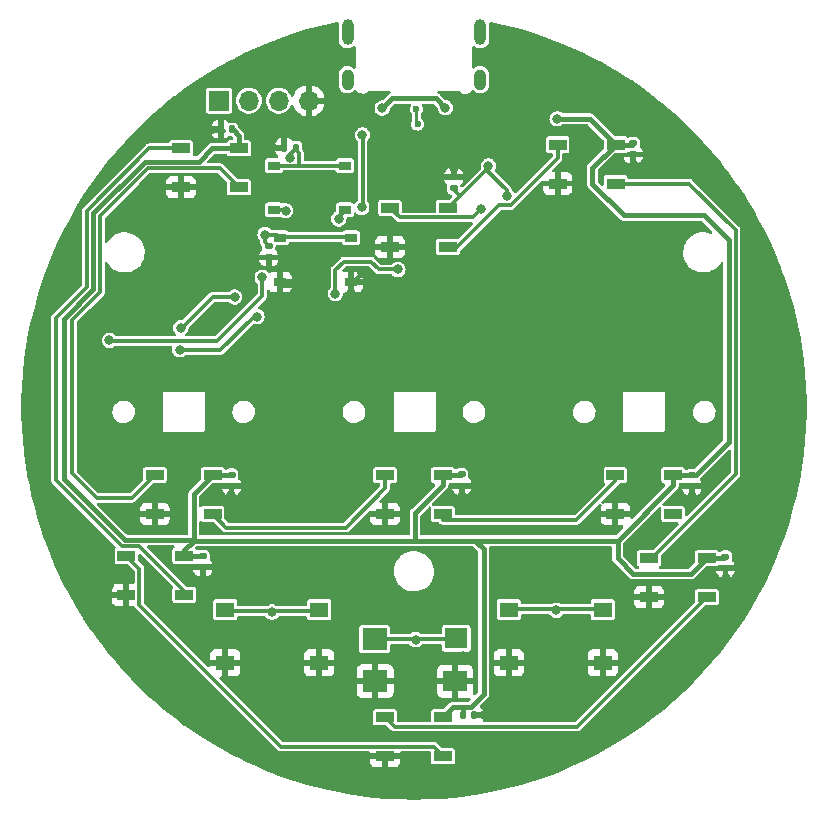
<source format=gbr>
%TF.GenerationSoftware,KiCad,Pcbnew,(7.0.0-0)*%
%TF.CreationDate,2023-04-04T22:37:47-05:00*%
%TF.ProjectId,RP2040_minimal,52503230-3430-45f6-9d69-6e696d616c2e,REV1*%
%TF.SameCoordinates,Original*%
%TF.FileFunction,Copper,L4,Bot*%
%TF.FilePolarity,Positive*%
%FSLAX46Y46*%
G04 Gerber Fmt 4.6, Leading zero omitted, Abs format (unit mm)*
G04 Created by KiCad (PCBNEW (7.0.0-0)) date 2023-04-04 22:37:47*
%MOMM*%
%LPD*%
G01*
G04 APERTURE LIST*
G04 Aperture macros list*
%AMRoundRect*
0 Rectangle with rounded corners*
0 $1 Rounding radius*
0 $2 $3 $4 $5 $6 $7 $8 $9 X,Y pos of 4 corners*
0 Add a 4 corners polygon primitive as box body*
4,1,4,$2,$3,$4,$5,$6,$7,$8,$9,$2,$3,0*
0 Add four circle primitives for the rounded corners*
1,1,$1+$1,$2,$3*
1,1,$1+$1,$4,$5*
1,1,$1+$1,$6,$7*
1,1,$1+$1,$8,$9*
0 Add four rect primitives between the rounded corners*
20,1,$1+$1,$2,$3,$4,$5,0*
20,1,$1+$1,$4,$5,$6,$7,0*
20,1,$1+$1,$6,$7,$8,$9,0*
20,1,$1+$1,$8,$9,$2,$3,0*%
G04 Aperture macros list end*
%TA.AperFunction,ComponentPad*%
%ADD10O,1.000000X1.800000*%
%TD*%
%TA.AperFunction,ComponentPad*%
%ADD11O,1.000000X2.200000*%
%TD*%
%TA.AperFunction,ComponentPad*%
%ADD12R,1.700000X1.700000*%
%TD*%
%TA.AperFunction,ComponentPad*%
%ADD13O,1.700000X1.700000*%
%TD*%
%TA.AperFunction,SMDPad,CuDef*%
%ADD14R,1.550000X1.300000*%
%TD*%
%TA.AperFunction,SMDPad,CuDef*%
%ADD15R,1.500000X0.900000*%
%TD*%
%TA.AperFunction,SMDPad,CuDef*%
%ADD16RoundRect,0.140000X-0.170000X0.140000X-0.170000X-0.140000X0.170000X-0.140000X0.170000X0.140000X0*%
%TD*%
%TA.AperFunction,SMDPad,CuDef*%
%ADD17RoundRect,0.140000X0.140000X0.170000X-0.140000X0.170000X-0.140000X-0.170000X0.140000X-0.170000X0*%
%TD*%
%TA.AperFunction,SMDPad,CuDef*%
%ADD18R,1.000000X0.750000*%
%TD*%
%TA.AperFunction,SMDPad,CuDef*%
%ADD19RoundRect,0.140000X-0.140000X-0.170000X0.140000X-0.170000X0.140000X0.170000X-0.140000X0.170000X0*%
%TD*%
%TA.AperFunction,SMDPad,CuDef*%
%ADD20RoundRect,0.135000X0.135000X0.185000X-0.135000X0.185000X-0.135000X-0.185000X0.135000X-0.185000X0*%
%TD*%
%TA.AperFunction,SMDPad,CuDef*%
%ADD21R,1.940000X1.740000*%
%TD*%
%TA.AperFunction,SMDPad,CuDef*%
%ADD22R,2.120000X1.840000*%
%TD*%
%TA.AperFunction,SMDPad,CuDef*%
%ADD23R,2.050000X1.810000*%
%TD*%
%TA.AperFunction,SMDPad,CuDef*%
%ADD24R,2.120000X1.860000*%
%TD*%
%TA.AperFunction,SMDPad,CuDef*%
%ADD25RoundRect,0.140000X0.170000X-0.140000X0.170000X0.140000X-0.170000X0.140000X-0.170000X-0.140000X0*%
%TD*%
%TA.AperFunction,ViaPad*%
%ADD26C,0.800000*%
%TD*%
%TA.AperFunction,ViaPad*%
%ADD27C,0.600000*%
%TD*%
%TA.AperFunction,Conductor*%
%ADD28C,0.400000*%
%TD*%
%TA.AperFunction,Conductor*%
%ADD29C,0.300000*%
%TD*%
%TA.AperFunction,Conductor*%
%ADD30C,0.250000*%
%TD*%
G04 APERTURE END LIST*
D10*
%TO.P,P1,S1,SHIELD*%
%TO.N,unconnected-(P1-SHIELD-PadS1)*%
X5619999Y28119999D03*
D11*
X5619999Y32119999D03*
D10*
X-5619999Y28119999D03*
D11*
X-5619999Y32119999D03*
%TD*%
D12*
%TO.P,J1,1,Pin_1*%
%TO.N,VDD*%
X-16529999Y26349999D03*
D13*
%TO.P,J1,2,Pin_2*%
%TO.N,SWDIO*%
X-13989999Y26349999D03*
%TO.P,J1,3,Pin_3*%
%TO.N,SWCLK*%
X-11449999Y26349999D03*
%TO.P,J1,4,Pin_4*%
%TO.N,GND*%
X-8909999Y26349999D03*
%TD*%
D14*
%TO.P,SW7,1,1*%
%TO.N,BUTT2*%
X15974999Y-16749999D03*
X8024999Y-16749999D03*
%TO.P,SW7,2,2*%
%TO.N,GND*%
X15974999Y-21249999D03*
X8024999Y-21249999D03*
%TD*%
D15*
%TO.P,D9,1,VDD*%
%TO.N,+5V*%
X-14819999Y22319999D03*
%TO.P,D9,2,DOUT*%
%TO.N,UG_DIN*%
X-14819999Y19019999D03*
%TO.P,D9,3,VSS*%
%TO.N,GND*%
X-19719999Y19019999D03*
%TO.P,D9,4,DIN*%
%TO.N,Net-(D8-DOUT)*%
X-19719999Y22319999D03*
%TD*%
D16*
%TO.P,C28,1*%
%TO.N,+5V*%
X-17870000Y-12210000D03*
%TO.P,C28,2*%
%TO.N,GND*%
X-17870000Y-13170000D03*
%TD*%
D17*
%TO.P,C29,1*%
%TO.N,+5V*%
X-15400000Y23910000D03*
%TO.P,C29,2*%
%TO.N,GND*%
X-16360000Y23910000D03*
%TD*%
D14*
%TO.P,SW6,1,1*%
%TO.N,BUTT0*%
X-8024999Y-16749999D03*
X-15974999Y-16749999D03*
%TO.P,SW6,2,2*%
%TO.N,GND*%
X-8024999Y-21249999D03*
X-15974999Y-21249999D03*
%TD*%
D18*
%TO.P,SW5,1,1*%
%TO.N,NRST*%
X-5339999Y14734999D03*
X-11339999Y14734999D03*
%TO.P,SW5,2,2*%
%TO.N,GND*%
X-5339999Y10984999D03*
X-11339999Y10984999D03*
%TD*%
D16*
%TO.P,C23,1*%
%TO.N,+5V*%
X23520000Y-5350000D03*
%TO.P,C23,2*%
%TO.N,GND*%
X23520000Y-6310000D03*
%TD*%
D15*
%TO.P,D1,1,VDD*%
%TO.N,+5V*%
X-17049999Y-5349999D03*
%TO.P,D1,2,DOUT*%
%TO.N,Net-(D1-DOUT)*%
X-17049999Y-8649999D03*
%TO.P,D1,3,VSS*%
%TO.N,GND*%
X-21949999Y-8649999D03*
%TO.P,D1,4,DIN*%
%TO.N,UG_DIN*%
X-21949999Y-5349999D03*
%TD*%
D16*
%TO.P,C21,1*%
%TO.N,+5V*%
X-15450000Y-5320000D03*
%TO.P,C21,2*%
%TO.N,GND*%
X-15450000Y-6280000D03*
%TD*%
%TO.P,C25,1*%
%TO.N,+5V*%
X18560000Y22750000D03*
%TO.P,C25,2*%
%TO.N,GND*%
X18560000Y21790000D03*
%TD*%
D18*
%TO.P,SW3,1,1*%
%TO.N,BOOT0*%
X-5849999Y20854999D03*
X-11849999Y20854999D03*
%TO.P,SW3,2,2*%
%TO.N,VDD*%
X-5849999Y17104999D03*
X-11849999Y17104999D03*
%TD*%
D16*
%TO.P,C22,1*%
%TO.N,+5V*%
X4030000Y-5290000D03*
%TO.P,C22,2*%
%TO.N,GND*%
X4030000Y-6250000D03*
%TD*%
D19*
%TO.P,C27,1*%
%TO.N,+5V*%
X4110000Y-25700000D03*
%TO.P,C27,2*%
%TO.N,GND*%
X5070000Y-25700000D03*
%TD*%
D15*
%TO.P,D3,1,VDD*%
%TO.N,+5V*%
X21949999Y-5349999D03*
%TO.P,D3,2,DOUT*%
%TO.N,unconnected-(D3-DOUT-Pad2)*%
X21949999Y-8649999D03*
%TO.P,D3,3,VSS*%
%TO.N,GND*%
X17049999Y-8649999D03*
%TO.P,D3,4,DIN*%
%TO.N,Net-(D2-DOUT)*%
X17049999Y-5349999D03*
%TD*%
D20*
%TO.P,R3,1*%
%TO.N,BOOT0*%
X-9965000Y22375000D03*
%TO.P,R3,2*%
%TO.N,GND*%
X-10985000Y22375000D03*
%TD*%
D15*
%TO.P,D2,1,VDD*%
%TO.N,+5V*%
X2449999Y-5349999D03*
%TO.P,D2,2,DOUT*%
%TO.N,Net-(D2-DOUT)*%
X2449999Y-8649999D03*
%TO.P,D2,3,VSS*%
%TO.N,GND*%
X-2449999Y-8649999D03*
%TO.P,D2,4,DIN*%
%TO.N,Net-(D1-DOUT)*%
X-2449999Y-5349999D03*
%TD*%
D16*
%TO.P,C26,1*%
%TO.N,+5V*%
X26370000Y-12270000D03*
%TO.P,C26,2*%
%TO.N,GND*%
X26370000Y-13230000D03*
%TD*%
D21*
%TO.P,SW8,1,1*%
%TO.N,BUTT1*%
X3569999Y-19179999D03*
D22*
X-3339999Y-19219999D03*
D23*
%TO.P,SW8,2,2*%
%TO.N,GND*%
X3479999Y-22809999D03*
D24*
X-3289999Y-22799999D03*
%TD*%
D15*
%TO.P,D4,1,VDD*%
%TO.N,+5V*%
X2879999Y17259999D03*
%TO.P,D4,2,DOUT*%
%TO.N,Net-(D4-DOUT)*%
X2879999Y13959999D03*
%TO.P,D4,3,VSS*%
%TO.N,GND*%
X-2019999Y13959999D03*
%TO.P,D4,4,DIN*%
%TO.N,Net-(D4-DIN)*%
X-2019999Y17259999D03*
%TD*%
D25*
%TO.P,C24,1*%
%TO.N,+5V*%
X3360000Y18920000D03*
%TO.P,C24,2*%
%TO.N,GND*%
X3360000Y19880000D03*
%TD*%
D16*
%TO.P,C11,1*%
%TO.N,NRST*%
X-12290000Y14030000D03*
%TO.P,C11,2*%
%TO.N,GND*%
X-12290000Y13070000D03*
%TD*%
D15*
%TO.P,D7,1,VDD*%
%TO.N,+5V*%
X2449999Y-25849999D03*
%TO.P,D7,2,DOUT*%
%TO.N,Net-(D7-DOUT)*%
X2449999Y-29149999D03*
%TO.P,D7,3,VSS*%
%TO.N,GND*%
X-2449999Y-29149999D03*
%TO.P,D7,4,DIN*%
%TO.N,Net-(D6-DOUT)*%
X-2449999Y-25849999D03*
%TD*%
%TO.P,D8,1,VDD*%
%TO.N,+5V*%
X-19449999Y-12189999D03*
%TO.P,D8,2,DOUT*%
%TO.N,Net-(D8-DOUT)*%
X-19449999Y-15489999D03*
%TO.P,D8,3,VSS*%
%TO.N,GND*%
X-24349999Y-15489999D03*
%TO.P,D8,4,DIN*%
%TO.N,Net-(D7-DOUT)*%
X-24349999Y-12189999D03*
%TD*%
%TO.P,D6,1,VDD*%
%TO.N,+5V*%
X24799999Y-12379999D03*
%TO.P,D6,2,DOUT*%
%TO.N,Net-(D6-DOUT)*%
X24799999Y-15679999D03*
%TO.P,D6,3,VSS*%
%TO.N,GND*%
X19899999Y-15679999D03*
%TO.P,D6,4,DIN*%
%TO.N,Net-(D5-DOUT)*%
X19899999Y-12379999D03*
%TD*%
%TO.P,D5,1,VDD*%
%TO.N,+5V*%
X17059999Y22629999D03*
%TO.P,D5,2,DOUT*%
%TO.N,Net-(D5-DOUT)*%
X17059999Y19329999D03*
%TO.P,D5,3,VSS*%
%TO.N,GND*%
X12159999Y19329999D03*
%TO.P,D5,4,DIN*%
%TO.N,Net-(D4-DOUT)*%
X12159999Y22629999D03*
%TD*%
D26*
%TO.N,GND*%
X-14490000Y4120000D03*
X30166000Y7294000D03*
X-19834000Y-2706000D03*
X22166000Y11294000D03*
X30166000Y-4706000D03*
X10166000Y5294000D03*
X-16040000Y13390000D03*
X-3860000Y4840000D03*
X26166000Y19294000D03*
X-11140000Y13440000D03*
X26166000Y-8706000D03*
X-7834000Y-18706000D03*
X-11470000Y4950000D03*
X-11834000Y-6706000D03*
X-1834000Y5294000D03*
X-19834000Y25294000D03*
X-7834000Y-30706000D03*
X20166000Y-22706000D03*
X6527500Y8897500D03*
X-4120000Y25800000D03*
X-3350000Y22280000D03*
X4166000Y-12706000D03*
X-7834000Y-12706000D03*
X28166000Y13294000D03*
X30166000Y-8706000D03*
X-4100000Y2110000D03*
X8166000Y-12706000D03*
X28166000Y-706000D03*
X22166000Y23294000D03*
X-29834000Y-8706000D03*
X-2110000Y0D03*
X22166000Y-16706000D03*
X-11834000Y29294000D03*
X-18160000Y18170000D03*
X-23834000Y-8706000D03*
X10166000Y-4706000D03*
X-12100000Y22575000D03*
X-17834000Y-18706000D03*
X30166000Y-706000D03*
X20166000Y-10706000D03*
X-9834000Y-706000D03*
X2166000Y5294000D03*
X28166000Y-14706000D03*
X7265000Y9987500D03*
X166000Y-30706000D03*
X10166000Y-24706000D03*
X18166000Y-20706000D03*
X-17834000Y-2706000D03*
X28166000Y9294000D03*
X16166000Y13294000D03*
X-25834000Y-12706000D03*
X-10659500Y6950000D03*
X28166000Y-10706000D03*
X22166000Y5294000D03*
X4166000Y5294000D03*
X-25834000Y-16706000D03*
X-15834000Y-26706000D03*
X-27834000Y5294000D03*
X8166000Y-28706000D03*
X-23834000Y-20706000D03*
X12166000Y29294000D03*
X24166000Y-20706000D03*
X2450000Y860000D03*
X-9980000Y18160000D03*
X-530000Y2940000D03*
X22166000Y-20706000D03*
X-9834000Y-22706000D03*
X-21834000Y3294000D03*
X-21767272Y14456742D03*
X12166000Y-706000D03*
X-5834000Y-22706000D03*
X12166000Y-18706000D03*
X-4900000Y15880000D03*
X-1830000Y19950000D03*
X18166000Y9294000D03*
X10166000Y1294000D03*
X-5834000Y-30706000D03*
X28166000Y3294000D03*
X6166000Y5294000D03*
X-4100000Y3669500D03*
X-17380000Y17460000D03*
X-14480000Y21270000D03*
X10166000Y21294000D03*
X20166000Y11294000D03*
X-17830000Y-14140000D03*
X26166000Y-10706000D03*
X22166000Y15294000D03*
X-15974954Y-1860000D03*
X-9834000Y-8706000D03*
X24166000Y-18706000D03*
X1575000Y9125000D03*
X166000Y-4706000D03*
X5690000Y7862500D03*
X-7834000Y-26706000D03*
X16166000Y-26706000D03*
X-2850000Y20930000D03*
X-1810000Y2910000D03*
X-1834000Y-24706000D03*
X-19834000Y3294000D03*
X8166000Y-24706000D03*
X-1834000Y-30706000D03*
X8166000Y15294000D03*
X-12037500Y-21340000D03*
X30166000Y9294000D03*
X4395531Y10800076D03*
X-21834000Y23294000D03*
X9225000Y8750000D03*
X-27834000Y-10706000D03*
X14166000Y23294000D03*
X-10700000Y5660000D03*
X-1834000Y7294000D03*
X30166000Y11294000D03*
X-31834000Y5294000D03*
X-5834000Y-12706000D03*
X-7834000Y29294000D03*
X-13834000Y-8706000D03*
X-6760000Y22410000D03*
X10166000Y-28706000D03*
X28166000Y-2706000D03*
X22166000Y21294000D03*
X780000Y2990000D03*
X24166000Y7294000D03*
X12166000Y27294000D03*
X18166000Y11294000D03*
X12142500Y10540000D03*
X-19834000Y-16706000D03*
X-10100000Y13860000D03*
X-17834000Y-24706000D03*
X4489898Y26525534D03*
X4166000Y-16706000D03*
X166000Y5294000D03*
X-7834000Y-8706000D03*
X30166000Y3294000D03*
X10166000Y-22706000D03*
X16166000Y-18706000D03*
X14166000Y-22706000D03*
X-4520741Y26532318D03*
X-21834000Y-2706000D03*
X32166000Y-706000D03*
X-27834000Y-12706000D03*
X10166000Y27294000D03*
X16166000Y25294000D03*
X-9834000Y31294000D03*
X-23834000Y-18706000D03*
X-9834000Y29294000D03*
X17280000Y0D03*
X166000Y-6706000D03*
X-23834000Y7294000D03*
X3370000Y20680500D03*
X-31834000Y-4706000D03*
X-27834000Y3294000D03*
X12166000Y-4706000D03*
X-19834000Y-24706000D03*
X-27834000Y1294000D03*
X22166000Y3294000D03*
X12166000Y-28706000D03*
X18166000Y-18706000D03*
X-3834000Y-24706000D03*
X-13390000Y6810000D03*
X20166000Y13294000D03*
X8600000Y11925000D03*
X2166000Y-20706000D03*
X16166000Y-14706000D03*
X2166000Y-30706000D03*
X4040000Y-7140000D03*
X16166000Y-22706000D03*
X-21834000Y-20706000D03*
X-13834000Y-18706000D03*
X120000Y-22789286D03*
X-5340000Y13630000D03*
X20166000Y-24706000D03*
X-9834000Y-26706000D03*
X-15834000Y-18706000D03*
X21980000Y810000D03*
X20166000Y21294000D03*
X-9000000Y17150000D03*
X-12730000Y16140000D03*
X1985023Y24275023D03*
X-21834000Y17294000D03*
X8166000Y5294000D03*
X-2740000Y24140000D03*
X-12700000Y4880000D03*
X10166000Y-12706000D03*
X-1730000Y22310000D03*
X28166000Y5294000D03*
X22166000Y-14706000D03*
X4166000Y-30706000D03*
X-5834000Y-6706000D03*
X6166000Y-4706000D03*
X12166000Y5294000D03*
X14166000Y-18706000D03*
X-6970000Y4490000D03*
X28166000Y-8706000D03*
X14166000Y-28706000D03*
X30166000Y-10706000D03*
X4166000Y-20706000D03*
X22166000Y-12706000D03*
X14166000Y-6706000D03*
X5965000Y-25705000D03*
X-9834000Y-4706000D03*
X-15460000Y-7080000D03*
X30166000Y-2706000D03*
X28166000Y-12706000D03*
X-19834000Y-4706000D03*
X-5834000Y-26706000D03*
X26410000Y-14070000D03*
X-18380000Y6870000D03*
X32166000Y1294000D03*
X-29834000Y11294000D03*
X16166000Y9294000D03*
X-25834000Y9294000D03*
X-375000Y10600000D03*
X-13834000Y29294000D03*
X2166000Y-16706000D03*
X-13834000Y-6706000D03*
X16166000Y11294000D03*
X-13834000Y-28706000D03*
X8166000Y-18706000D03*
X18166000Y5294000D03*
X28166000Y15294000D03*
X-11000000Y23450000D03*
X18166000Y13294000D03*
X-4970000Y24970000D03*
X-6900000Y5710000D03*
X-5834000Y-4706000D03*
X-17150000Y13360000D03*
X8166000Y31294000D03*
X-17834000Y-16706000D03*
X14312500Y10572500D03*
X-8580000Y23070000D03*
X10166000Y-706000D03*
X14166000Y-12706000D03*
X-27834000Y-14706000D03*
X16166000Y5294000D03*
X12166000Y-12706000D03*
X-11440000Y15860000D03*
X-7834000Y31294000D03*
X-19834000Y-6706000D03*
X20166000Y-4706000D03*
X14166000Y27294000D03*
X14166000Y13294000D03*
X-11834000Y-8706000D03*
X-23834000Y3294000D03*
X3800000Y25970000D03*
X8166000Y1294000D03*
X-11834000Y1294000D03*
X-5834000Y-18706000D03*
X-23834000Y-2706000D03*
X16166000Y-12706000D03*
X18166000Y-24706000D03*
X20166000Y5294000D03*
X-21834000Y7294000D03*
X-31834000Y-706000D03*
X-13834000Y-12706000D03*
X-23834000Y17294000D03*
X8166000Y29294000D03*
X-5290000Y2170000D03*
X8166000Y-22706000D03*
X18166000Y-6706000D03*
X14166000Y29294000D03*
X166000Y-16706000D03*
X-11834000Y-24706000D03*
X-13834000Y-4706000D03*
X30166000Y-6706000D03*
X12166000Y-24706000D03*
X28166000Y-6706000D03*
X8166000Y-30706000D03*
X-9834000Y-6706000D03*
X22166000Y9294000D03*
X16166000Y15294000D03*
X20166000Y-18706000D03*
X6166000Y-28706000D03*
X30166000Y1294000D03*
X22166000Y-22706000D03*
X5950000Y26300000D03*
X12166000Y-14706000D03*
X-8970000Y24540000D03*
X-9834000Y-24706000D03*
X-27834000Y-4706000D03*
X-7834000Y-706000D03*
X-11834000Y-4706000D03*
X-31834000Y1294000D03*
X-3910000Y6741041D03*
X32166000Y-2706000D03*
X28166000Y7294000D03*
X-9834000Y-12706000D03*
X18166000Y25294000D03*
X20166000Y15294000D03*
X16166000Y27294000D03*
X18166000Y-16706000D03*
X20166000Y9294000D03*
X28166000Y1294000D03*
X-9834000Y-18706000D03*
X-27834000Y-706000D03*
X-9270000Y11570000D03*
X24166000Y3294000D03*
X-13834000Y-22706000D03*
X12166000Y-6706000D03*
X-23834000Y9294000D03*
X-21834000Y-14706000D03*
X14166000Y-14706000D03*
X-3834000Y-12706000D03*
X-27834000Y7294000D03*
X-5834000Y-20706000D03*
X-15925000Y25000D03*
X32166000Y3294000D03*
X-7850000Y2875000D03*
X-19834000Y9294000D03*
X-7890000Y18370000D03*
X-9834000Y1294000D03*
X-29834000Y-10706000D03*
X-11834000Y-12706000D03*
X8166000Y27294000D03*
X-31834000Y-2706000D03*
X10166000Y29294000D03*
X-6920000Y2170000D03*
X14166000Y-4706000D03*
X30166000Y5294000D03*
X-7834000Y-22706000D03*
X-5834000Y-24706000D03*
X-7834000Y-4706000D03*
X-7834000Y-6706000D03*
X-3834000Y-30706000D03*
X24166000Y21294000D03*
X22166000Y13294000D03*
X-21834000Y9294000D03*
X-17834000Y3294000D03*
X24166000Y-10706000D03*
X166000Y13294000D03*
X-17225000Y23865000D03*
X-11834000Y-18706000D03*
X4570000Y23140000D03*
X8166000Y-6706000D03*
X-21670000Y-10000D03*
X8166000Y-4706000D03*
X-7700000Y11600000D03*
X166000Y-24706000D03*
X-2840000Y2580000D03*
X-21834000Y-22706000D03*
X-20982272Y12696742D03*
X24166000Y9294000D03*
X-25834000Y-14706000D03*
X-11834000Y-706000D03*
X28166000Y-4706000D03*
X18166000Y-14706000D03*
X-15834000Y3294000D03*
X18600000Y20890000D03*
X6166000Y-6706000D03*
X-19834000Y-22706000D03*
X-5330000Y10100000D03*
X26166000Y-18706000D03*
X-4370000Y11730000D03*
X20166000Y23294000D03*
X14166000Y5294000D03*
X-8340000Y12860000D03*
X-25834000Y-18706000D03*
X28166000Y11294000D03*
X-8230000Y21850000D03*
X11960000Y-21340000D03*
X14166000Y-24706000D03*
X18166000Y15294000D03*
X-31834000Y3294000D03*
X-27834000Y-2706000D03*
X12166000Y1294000D03*
X20166000Y25294000D03*
X-5410000Y3669500D03*
X-9834000Y3294000D03*
X-21230000Y19040000D03*
X4166000Y-28706000D03*
X10166000Y-18706000D03*
X23530000Y-7140000D03*
X8166000Y-706000D03*
X6166000Y-30706000D03*
X-6970000Y6910000D03*
X10166000Y-6706000D03*
X-7834000Y-24706000D03*
%TO.N,VBUS*%
X2650000Y25750000D03*
X-2690000Y25720000D03*
%TO.N,BUTT0*%
X-12020000Y-16960000D03*
X-25790000Y6050000D03*
X-12850000Y11390000D03*
%TO.N,+5V*%
X12120000Y24810000D03*
X6305000Y20825000D03*
X7875000Y18250000D03*
D27*
%TO.N,USB_D+*%
X210000Y25640000D03*
X303779Y24365500D03*
D26*
%TO.N,BOOT0*%
X-10491280Y21496104D03*
%TO.N,BUTT1*%
X-15190000Y9720000D03*
X150000Y-19280000D03*
X-19730000Y7120000D03*
%TO.N,BUTT2*%
X-19830000Y5260500D03*
X-13310000Y8070000D03*
X12050000Y-16800000D03*
%TO.N,NRST*%
X-12610000Y15010000D03*
%TO.N,BOOT1*%
X-1370000Y12060000D03*
X-6659851Y10007294D03*
%TO.N,Net-(D4-DIN)*%
X5704977Y17195023D03*
%TO.N,VDD*%
X-10880000Y17020000D03*
X-6380000Y16340000D03*
%TO.N,SWDIO*%
X-4370000Y23450000D03*
X-4430000Y17310000D03*
%TD*%
D28*
%TO.N,+5V*%
X17060000Y22630000D02*
X15100000Y20670000D01*
X15100000Y20670000D02*
X15100000Y19290000D01*
X15100000Y19290000D02*
X17760000Y16630000D01*
X24540000Y16630000D02*
X26630000Y14540000D01*
X17760000Y16630000D02*
X24540000Y16630000D01*
X26630000Y14540000D02*
X26630000Y-2580000D01*
X23860000Y-5350000D02*
X21950000Y-5350000D01*
X26630000Y-2580000D02*
X23860000Y-5350000D01*
D29*
%TO.N,GND*%
X23535000Y-6245000D02*
X23535000Y-7135000D01*
X23535000Y-7145000D02*
X23535000Y-7195000D01*
X3370000Y20680500D02*
X3370000Y19820000D01*
X26410000Y-14070000D02*
X26415000Y-14075000D01*
X-11140000Y13440000D02*
X-11200000Y13040000D01*
X-12057500Y-21320000D02*
X-15932500Y-21320000D01*
X3370000Y19820000D02*
X3360000Y19810000D01*
X-7982500Y-21320000D02*
X-12017500Y-21320000D01*
X4045000Y-7135000D02*
X4040000Y-7140000D01*
X-17830000Y-14140000D02*
X-17825000Y-14145000D01*
X-12260000Y13070000D02*
X-11230000Y13070000D01*
X-11000000Y23450000D02*
X-11000000Y23005000D01*
X18590000Y20910000D02*
X18585000Y20905000D01*
X26415000Y-14065000D02*
X26410000Y-14070000D01*
X18590000Y20850000D02*
X18565000Y20825000D01*
X26415000Y-14125000D02*
X26390000Y-14150000D01*
X120000Y-22789286D02*
X40000Y-22869286D01*
X11960000Y-21340000D02*
X11970000Y-21350000D01*
X4225000Y-22869286D02*
X200000Y-22869286D01*
X11950000Y-21350000D02*
X11960000Y-21340000D01*
X18585000Y20905000D02*
X18590000Y20900000D01*
X-5340000Y10985000D02*
X-5115000Y10985000D01*
X-5340000Y10985000D02*
X-4975000Y10985000D01*
X-17825000Y-14145000D02*
X-17825000Y-14195000D01*
X-16130000Y23800000D02*
X-17020000Y23800000D01*
X5965000Y-25705000D02*
X5970000Y-25700000D01*
X23535000Y-7135000D02*
X23530000Y-7140000D01*
X-19720000Y19020000D02*
X-21210000Y19020000D01*
X4045000Y-7195000D02*
X4020000Y-7220000D01*
X18590000Y21800000D02*
X18590000Y20910000D01*
X23530000Y-7140000D02*
X23535000Y-7145000D01*
X-21210000Y19020000D02*
X-21230000Y19040000D01*
X8075000Y-21350000D02*
X11950000Y-21350000D01*
X-12017500Y-21320000D02*
X-12037500Y-21340000D01*
X-10985000Y10630000D02*
X-10320000Y10630000D01*
X200000Y-22869286D02*
X120000Y-22789286D01*
X-5115000Y10985000D02*
X-4370000Y11730000D01*
X-15455000Y-7075000D02*
X-15460000Y-7080000D01*
X-17020000Y23800000D02*
X-17025000Y23805000D01*
X-17025000Y23805000D02*
X-17030000Y23800000D01*
X4040000Y-7140000D02*
X4045000Y-7145000D01*
X26415000Y-13175000D02*
X26415000Y-14065000D01*
X-17825000Y-14135000D02*
X-17830000Y-14140000D01*
X-17825000Y-13245000D02*
X-17825000Y-14135000D01*
X5960000Y-25700000D02*
X5965000Y-25705000D01*
X6020000Y-25700000D02*
X6045000Y-25725000D01*
X-10985000Y22990000D02*
X-10985000Y22375000D01*
X18590000Y20900000D02*
X18590000Y20850000D01*
X11970000Y-21350000D02*
X16025000Y-21350000D01*
X-11340000Y10985000D02*
X-10985000Y10630000D01*
X-11230000Y13070000D02*
X-11140000Y13440000D01*
X-12037500Y-21340000D02*
X-12057500Y-21320000D01*
X-17825000Y-14195000D02*
X-17850000Y-14220000D01*
X4045000Y-6245000D02*
X4045000Y-7135000D01*
X23535000Y-7195000D02*
X23510000Y-7220000D01*
X-15455000Y-7085000D02*
X-15455000Y-7135000D01*
X5970000Y-25700000D02*
X6020000Y-25700000D01*
X-17080000Y23800000D02*
X-17105000Y23825000D01*
X26415000Y-14075000D02*
X26415000Y-14125000D01*
X-10975000Y23425000D02*
X-10975000Y23000000D01*
X-15455000Y-6185000D02*
X-15455000Y-7075000D01*
X40000Y-22869286D02*
X-3725000Y-22869286D01*
X5070000Y-25700000D02*
X5960000Y-25700000D01*
X-11000000Y23005000D02*
X-10985000Y22990000D01*
X-15455000Y-7135000D02*
X-15480000Y-7160000D01*
X-11000000Y23450000D02*
X-10975000Y23425000D01*
X-15460000Y-7080000D02*
X-15455000Y-7085000D01*
X-17030000Y23800000D02*
X-17080000Y23800000D01*
X4045000Y-7145000D02*
X4045000Y-7195000D01*
D28*
%TO.N,VBUS*%
X-2585000Y25815000D02*
X-1863000Y26537000D01*
X-1868000Y26547000D02*
X1853000Y26547000D01*
X2650000Y25750000D02*
X2695000Y25885000D01*
X2695000Y25925000D02*
X2650000Y25750000D01*
X1853000Y26547000D02*
X2650000Y25750000D01*
X2695000Y25885000D02*
X2735000Y25885000D01*
X2735000Y25885000D02*
X2695000Y25925000D01*
D29*
%TO.N,BUTT0*%
X-12850000Y9840000D02*
X-16690000Y6000000D01*
X-20151161Y6000000D02*
X-25740000Y6000000D01*
X-19508839Y6000000D02*
X-19519339Y6010500D01*
X-16690000Y6000000D02*
X-19508839Y6000000D01*
X-16030000Y-16880000D02*
X-12100000Y-16880000D01*
X-8100000Y-16880000D02*
X-8090000Y-16890000D01*
X-12100000Y-16880000D02*
X-12020000Y-16960000D01*
X-19519339Y6010500D02*
X-20140661Y6010500D01*
X-16040000Y-16890000D02*
X-16030000Y-16880000D01*
X-25740000Y6000000D02*
X-25790000Y6050000D01*
X-12850000Y11390000D02*
X-12850000Y9840000D01*
X-20140661Y6010500D02*
X-20151161Y6000000D01*
X-12020000Y-16960000D02*
X-11940000Y-16880000D01*
X-11940000Y-16880000D02*
X-8100000Y-16880000D01*
%TO.N,Net-(D6-DOUT)*%
X13830000Y-26650000D02*
X-1650000Y-26650000D01*
X-1650000Y-26650000D02*
X-2450000Y-25850000D01*
X24800000Y-15680000D02*
X13830000Y-26650000D01*
D28*
%TO.N,+5V*%
X-18650000Y-6950000D02*
X-17050000Y-5350000D01*
X-18650000Y-10920000D02*
X-18730000Y-10840000D01*
X-14820000Y22320000D02*
X-14820000Y23370000D01*
X4820000Y-24990000D02*
X4110000Y-24990000D01*
X2450000Y-6200000D02*
X90000Y-8560000D01*
X-18730000Y-10840000D02*
X-24502182Y-10840000D01*
D29*
X7875000Y18775000D02*
X7875000Y18250000D01*
D28*
X5890000Y-11630000D02*
X5890000Y-23920000D01*
X-22760000Y21190000D02*
X-18210000Y21190000D01*
X23450000Y-13730000D02*
X24800000Y-12380000D01*
D29*
X6305000Y20345000D02*
X6675000Y19975000D01*
D28*
X-14820000Y23370000D02*
X-15355000Y23905000D01*
X17230000Y-10920000D02*
X5180000Y-10920000D01*
X-18650000Y-10920000D02*
X-19450000Y-11720000D01*
X17060000Y22630000D02*
X18440000Y22630000D01*
X3970000Y-5350000D02*
X4030000Y-5290000D01*
X26260000Y-12380000D02*
X26370000Y-12270000D01*
X24800000Y-12380000D02*
X26260000Y-12380000D01*
X12120000Y24810000D02*
X14880000Y24810000D01*
X-24502182Y-10840000D02*
X-29630000Y-5712182D01*
X-27140000Y16810000D02*
X-22760000Y21190000D01*
X-18210000Y21190000D02*
X-17080000Y22320000D01*
X-17080000Y22320000D02*
X-14820000Y22320000D01*
X3310000Y-24990000D02*
X2450000Y-25850000D01*
X-19450000Y-12190000D02*
X-17890000Y-12190000D01*
X14880000Y24810000D02*
X17060000Y22630000D01*
X21950000Y-5350000D02*
X21950000Y-6200000D01*
X-29630000Y7876371D02*
X-27140000Y10366371D01*
D29*
X6305000Y20345000D02*
X7875000Y18775000D01*
D28*
X5180000Y-10920000D02*
X5890000Y-11630000D01*
X21950000Y-6200000D02*
X17230000Y-10920000D01*
X4110000Y-24990000D02*
X3310000Y-24990000D01*
D29*
X3530000Y18920000D02*
X3360000Y18920000D01*
D28*
X90000Y-8560000D02*
X90000Y-10920000D01*
X-17890000Y-12190000D02*
X-17870000Y-12210000D01*
X18570000Y-13730000D02*
X23450000Y-13730000D01*
X-18650000Y-10920000D02*
X-18650000Y-6950000D01*
X18440000Y22630000D02*
X18560000Y22750000D01*
X-29630000Y-5712182D02*
X-29630000Y7876371D01*
D29*
X3360000Y18920000D02*
X3360000Y18750000D01*
D28*
X-19450000Y-11720000D02*
X-19450000Y-12190000D01*
X2450000Y-5350000D02*
X3970000Y-5350000D01*
X5890000Y-23920000D02*
X4820000Y-24990000D01*
D29*
X6305000Y20825000D02*
X6305000Y20685000D01*
X3550000Y18730000D02*
X3360000Y18920000D01*
D28*
X4110000Y-24990000D02*
X4110000Y-25700000D01*
D29*
X3360000Y18750000D02*
X3865000Y18245000D01*
D28*
X-27140000Y10366371D02*
X-27140000Y16810000D01*
X5180000Y-10920000D02*
X-18650000Y-10920000D01*
X17230000Y-10920000D02*
X17230000Y-12390000D01*
D29*
X6305000Y20825000D02*
X6305000Y20345000D01*
X6305000Y20685000D02*
X3865000Y18245000D01*
D28*
X-15480000Y-5350000D02*
X-15450000Y-5320000D01*
X17230000Y-12390000D02*
X18570000Y-13730000D01*
X2450000Y-5350000D02*
X2450000Y-6200000D01*
X-17050000Y-5350000D02*
X-15480000Y-5350000D01*
D29*
X3865000Y18245000D02*
X2880000Y17260000D01*
%TO.N,Net-(D4-DOUT)*%
X12160000Y22630000D02*
X12160000Y21474339D01*
X12160000Y21474339D02*
X8185661Y17500000D01*
X8185661Y17500000D02*
X7200000Y17500000D01*
X7200000Y17500000D02*
X3660000Y13960000D01*
X3660000Y13960000D02*
X2880000Y13960000D01*
%TO.N,Net-(D5-DOUT)*%
X27220000Y-5280000D02*
X20120000Y-12380000D01*
X23310000Y19330000D02*
X27220000Y15420000D01*
X20120000Y-12380000D02*
X19900000Y-12380000D01*
X17060000Y19330000D02*
X23310000Y19330000D01*
X27220000Y15420000D02*
X27220000Y-5280000D01*
%TO.N,Net-(D7-DOUT)*%
X-11270000Y-28350000D02*
X-23250000Y-16370000D01*
X-23250000Y-13290000D02*
X-24350000Y-12190000D01*
X1650000Y-28350000D02*
X-11270000Y-28350000D01*
X2450000Y-29150000D02*
X1650000Y-28350000D01*
X-23250000Y-16370000D02*
X-23250000Y-13290000D01*
D30*
%TO.N,USB_D+*%
X210000Y25640000D02*
X210000Y24459279D01*
X210000Y24459279D02*
X303779Y24365500D01*
D29*
%TO.N,BOOT0*%
X-9910000Y22190000D02*
X-9910000Y22070661D01*
X-11845000Y20850000D02*
X-11850000Y20855000D01*
X-9750000Y21290000D02*
X-9750000Y20855000D01*
X-9910000Y22070661D02*
X-9750000Y21910661D01*
X-10491280Y21798720D02*
X-9940000Y22350000D01*
X-9750000Y21910661D02*
X-9750000Y21290000D01*
X-9755000Y20850000D02*
X-11845000Y20850000D01*
X-9750000Y20855000D02*
X-9755000Y20850000D01*
X-10491280Y21496104D02*
X-10491280Y21798720D01*
X-9750000Y20855000D02*
X-6225000Y20855000D01*
%TO.N,BUTT1*%
X-17060000Y9720000D02*
X-19660000Y7120000D01*
X150000Y-19280000D02*
X180714Y-19249286D01*
X-3975000Y-19259286D02*
X-3965000Y-19249286D01*
X-3965000Y-19249286D02*
X119286Y-19249286D01*
X-19730000Y7050000D02*
X-19700000Y7080000D01*
X119286Y-19249286D02*
X150000Y-19280000D01*
X-15190000Y9720000D02*
X-17060000Y9720000D01*
X3965000Y-19249286D02*
X3975000Y-19259286D01*
X-19660000Y7120000D02*
X-19730000Y7120000D01*
X180714Y-19249286D02*
X3965000Y-19249286D01*
X-19730000Y7120000D02*
X-19730000Y7050000D01*
%TO.N,BUTT2*%
X-13310000Y8070000D02*
X-13560046Y8070000D01*
X12050000Y-16800000D02*
X12140000Y-16710000D01*
X11960000Y-16710000D02*
X12050000Y-16800000D01*
X15935000Y-16710000D02*
X15975000Y-16750000D01*
X-16410046Y5220000D02*
X-20010000Y5220000D01*
X-13560046Y8070000D02*
X-16410046Y5220000D01*
X8025000Y-16750000D02*
X8065000Y-16710000D01*
X8065000Y-16710000D02*
X11960000Y-16710000D01*
X12140000Y-16710000D02*
X15935000Y-16710000D01*
%TO.N,NRST*%
X-12610000Y14350000D02*
X-12290000Y14030000D01*
X-11340000Y14735000D02*
X-11615000Y15010000D01*
X-12610000Y15010000D02*
X-12610000Y14350000D01*
X-11615000Y15010000D02*
X-12610000Y15010000D01*
X-11255000Y14820000D02*
X-11340000Y14735000D01*
X-5340000Y14735000D02*
X-5425000Y14820000D01*
X-5425000Y14820000D02*
X-11255000Y14820000D01*
%TO.N,BOOT1*%
X-6659851Y12010149D02*
X-5950000Y12720000D01*
X-6659851Y10007294D02*
X-6659851Y12010149D01*
X-2970000Y12060000D02*
X-1370000Y12060000D01*
X-3630000Y12720000D02*
X-2970000Y12060000D01*
X-5950000Y12720000D02*
X-3630000Y12720000D01*
%TO.N,Net-(D4-DIN)*%
X5704977Y17195023D02*
X4969954Y16460000D01*
X-1220000Y16460000D02*
X-2020000Y17260000D01*
X4969954Y16460000D02*
X-1220000Y16460000D01*
%TO.N,Net-(D2-DOUT)*%
X13750000Y-9150000D02*
X17050000Y-5850000D01*
X2450000Y-9150000D02*
X13750000Y-9150000D01*
%TO.N,UG_DIN*%
X-22532182Y20640000D02*
X-26590000Y16582182D01*
X-28940000Y-5210000D02*
X-26870000Y-7280000D01*
X-26870000Y-7280000D02*
X-23880000Y-7280000D01*
X-14820000Y19020000D02*
X-16440000Y20640000D01*
X-28940000Y7788553D02*
X-28940000Y-5210000D01*
X-26590000Y16582182D02*
X-26590000Y10138553D01*
X-26590000Y10138553D02*
X-28940000Y7788553D01*
X-23880000Y-7280000D02*
X-21950000Y-5350000D01*
X-16440000Y20640000D02*
X-22532182Y20640000D01*
%TO.N,VDD*%
X-5850000Y16990000D02*
X-6370000Y16470000D01*
X-11850000Y17105000D02*
X-10965000Y17105000D01*
X-10965000Y17105000D02*
X-10880000Y17020000D01*
X-5850000Y17105000D02*
X-5850000Y16990000D01*
X-16530000Y26265000D02*
X-16530000Y26350000D01*
%TO.N,SWDIO*%
X-4350000Y17390000D02*
X-4350000Y23430000D01*
X-4350000Y23430000D02*
X-4370000Y23450000D01*
X-4430000Y17310000D02*
X-4350000Y17390000D01*
%TO.N,Net-(D8-DOUT)*%
X-23250000Y-11390000D02*
X-24730000Y-11390000D01*
X-27690000Y10594189D02*
X-27690000Y17037817D01*
X-27690000Y17037817D02*
X-22407817Y22320000D01*
X-30330000Y-5790000D02*
X-30330000Y7954189D01*
X-30330000Y7954189D02*
X-27690000Y10594189D01*
X-19450000Y-15490000D02*
X-19450000Y-15190000D01*
X-19450000Y-15190000D02*
X-23250000Y-11390000D01*
X-22407817Y22320000D02*
X-19720000Y22320000D01*
X-24730000Y-11390000D02*
X-30330000Y-5790000D01*
%TO.N,Net-(D1-DOUT)*%
X-2450000Y-6470000D02*
X-2450000Y-5850000D01*
X-15900000Y-9800000D02*
X-5780000Y-9800000D01*
X-5780000Y-9800000D02*
X-2450000Y-6470000D01*
X-17050000Y-8650000D02*
X-15900000Y-9800000D01*
%TD*%
%TA.AperFunction,Conductor*%
%TO.N,GND*%
G36*
X20916164Y-8039415D02*
G01*
X20949924Y-8092152D01*
X20953611Y-8154658D01*
X20952345Y-8161023D01*
X20950688Y-8169351D01*
X20950687Y-8169356D01*
X20949500Y-8175326D01*
X20949500Y-9124674D01*
X20950688Y-9130649D01*
X20950689Y-9130653D01*
X20961650Y-9185759D01*
X20961651Y-9185762D01*
X20964034Y-9197740D01*
X21019399Y-9280601D01*
X21102260Y-9335966D01*
X21175326Y-9350500D01*
X22283745Y-9350500D01*
X22340040Y-9364015D01*
X22384063Y-9401615D01*
X22406218Y-9455102D01*
X22401676Y-9512818D01*
X22371426Y-9562181D01*
X20290426Y-11643181D01*
X20250198Y-11670061D01*
X20202745Y-11679500D01*
X19125326Y-11679500D01*
X19119351Y-11680688D01*
X19119346Y-11680689D01*
X19064240Y-11691650D01*
X19064235Y-11691651D01*
X19052260Y-11694034D01*
X19042105Y-11700819D01*
X19042103Y-11700820D01*
X18979551Y-11742615D01*
X18979548Y-11742617D01*
X18969399Y-11749399D01*
X18962617Y-11759548D01*
X18962615Y-11759551D01*
X18920820Y-11822103D01*
X18920819Y-11822105D01*
X18914034Y-11832260D01*
X18911651Y-11844235D01*
X18911650Y-11844240D01*
X18900689Y-11899346D01*
X18900688Y-11899351D01*
X18899500Y-11905326D01*
X18899500Y-12854674D01*
X18900688Y-12860649D01*
X18900689Y-12860653D01*
X18911650Y-12915759D01*
X18911651Y-12915762D01*
X18914034Y-12927740D01*
X18969399Y-13010601D01*
X18979551Y-13017384D01*
X19031952Y-13052397D01*
X19073547Y-13099205D01*
X19086966Y-13160368D01*
X19068790Y-13220290D01*
X19023651Y-13263689D01*
X18963062Y-13279500D01*
X18807965Y-13279500D01*
X18760512Y-13270061D01*
X18720284Y-13243181D01*
X17716819Y-12239716D01*
X17689939Y-12199488D01*
X17680500Y-12152035D01*
X17680500Y-11157966D01*
X17689939Y-11110513D01*
X17716819Y-11070285D01*
X18459604Y-10327500D01*
X20744313Y-8042789D01*
X20798334Y-8011127D01*
X20860940Y-8009897D01*
X20916164Y-8039415D01*
G37*
%TD.AperFunction*%
%TA.AperFunction,Conductor*%
G36*
X26768385Y-3226647D02*
G01*
X26805985Y-3270670D01*
X26819500Y-3326965D01*
X26819500Y-5062746D01*
X26810061Y-5110199D01*
X26783181Y-5150427D01*
X23162181Y-8771426D01*
X23112818Y-8801676D01*
X23055102Y-8806218D01*
X23001615Y-8784063D01*
X22964015Y-8740040D01*
X22950500Y-8683745D01*
X22950500Y-8181421D01*
X22950500Y-8175326D01*
X22935966Y-8102260D01*
X22880601Y-8019399D01*
X22797740Y-7964034D01*
X22785762Y-7961651D01*
X22785759Y-7961650D01*
X22730653Y-7950689D01*
X22730649Y-7950688D01*
X22724674Y-7949500D01*
X21175326Y-7949500D01*
X21169356Y-7950687D01*
X21169351Y-7950688D01*
X21161023Y-7952345D01*
X21154659Y-7953610D01*
X21092152Y-7949924D01*
X21039415Y-7916164D01*
X21009897Y-7860940D01*
X21011127Y-7798334D01*
X21042789Y-7744313D01*
X22224511Y-6562590D01*
X22718945Y-6562590D01*
X22719520Y-6573857D01*
X22755792Y-6698706D01*
X22761938Y-6712908D01*
X22836308Y-6838660D01*
X22845799Y-6850896D01*
X22949103Y-6954200D01*
X22961339Y-6963691D01*
X23087090Y-7038060D01*
X23101297Y-7044208D01*
X23242997Y-7085376D01*
X23253584Y-7087310D01*
X23266293Y-7084782D01*
X23270000Y-7071641D01*
X23270000Y-7071637D01*
X23770000Y-7071637D01*
X23773706Y-7084781D01*
X23786414Y-7087309D01*
X23797005Y-7085375D01*
X23938702Y-7044208D01*
X23952909Y-7038060D01*
X24078660Y-6963691D01*
X24090896Y-6954200D01*
X24194200Y-6850896D01*
X24203691Y-6838660D01*
X24278061Y-6712908D01*
X24284207Y-6698706D01*
X24320479Y-6573857D01*
X24321054Y-6562590D01*
X24310075Y-6560000D01*
X23786326Y-6560000D01*
X23773450Y-6563450D01*
X23770000Y-6576326D01*
X23770000Y-7071637D01*
X23270000Y-7071637D01*
X23270000Y-6576326D01*
X23266549Y-6563450D01*
X23253674Y-6560000D01*
X22729925Y-6560000D01*
X22718945Y-6562590D01*
X22224511Y-6562590D01*
X22245744Y-6541357D01*
X22256093Y-6532109D01*
X22283970Y-6509879D01*
X22316191Y-6462618D01*
X22318830Y-6458898D01*
X22352793Y-6412882D01*
X22355629Y-6404775D01*
X22360472Y-6397673D01*
X22377325Y-6343030D01*
X22378762Y-6338662D01*
X22397646Y-6284699D01*
X22397967Y-6276113D01*
X22400500Y-6267902D01*
X22400500Y-6210738D01*
X22400587Y-6206101D01*
X22401943Y-6169863D01*
X22420048Y-6109842D01*
X22465200Y-6066348D01*
X22525856Y-6050500D01*
X22675228Y-6050500D01*
X22703701Y-6053813D01*
X22729925Y-6060000D01*
X24310075Y-6060000D01*
X24321054Y-6057409D01*
X24320479Y-6046142D01*
X24284207Y-5921293D01*
X24278063Y-5907095D01*
X24201767Y-5778087D01*
X24185572Y-5731242D01*
X24189017Y-5681797D01*
X24210864Y-5639000D01*
X24216194Y-5634055D01*
X24219664Y-5628043D01*
X24224747Y-5622355D01*
X26607819Y-3239283D01*
X26657182Y-3209034D01*
X26714898Y-3204492D01*
X26768385Y-3226647D01*
G37*
%TD.AperFunction*%
%TA.AperFunction,Conductor*%
G36*
X6841630Y32928140D02*
G01*
X6845759Y32927271D01*
X7960111Y32672643D01*
X7964226Y32671628D01*
X8751743Y32462838D01*
X9069137Y32378689D01*
X9073255Y32377521D01*
X10167407Y32046620D01*
X10171414Y32045332D01*
X11224882Y31686608D01*
X11253456Y31676878D01*
X11257486Y31675429D01*
X12326207Y31269835D01*
X12330144Y31268262D01*
X13384220Y30826029D01*
X13388064Y30824338D01*
X14426311Y30345960D01*
X14430094Y30344137D01*
X14803122Y30156392D01*
X15451127Y29830252D01*
X15454916Y29828263D01*
X15892438Y29588788D01*
X16457623Y29279437D01*
X16461324Y29277328D01*
X17177913Y28852326D01*
X17444483Y28694226D01*
X17448126Y28691979D01*
X18410552Y28075307D01*
X18414115Y28072936D01*
X19354666Y27423429D01*
X19358146Y27420937D01*
X20275767Y26739320D01*
X20279159Y26736708D01*
X20783311Y26334491D01*
X21143027Y26047506D01*
X21172670Y26023857D01*
X21175969Y26021131D01*
X22044372Y25277844D01*
X22047575Y25275005D01*
X22889784Y24502211D01*
X22892888Y24499263D01*
X23210461Y24187003D01*
X23696325Y23709266D01*
X23707950Y23697836D01*
X23710949Y23694782D01*
X24497838Y22865731D01*
X24500731Y22862577D01*
X25258556Y22006841D01*
X25261338Y22003588D01*
X25989171Y21122215D01*
X25991839Y21118868D01*
X26284607Y20738314D01*
X26684866Y20218038D01*
X26688818Y20212902D01*
X26691361Y20209476D01*
X27206036Y19490426D01*
X27356664Y19279984D01*
X27359095Y19276461D01*
X27991918Y18324567D01*
X27994226Y18320962D01*
X28273217Y17868146D01*
X28593830Y17347775D01*
X28596000Y17344113D01*
X28761287Y17053869D01*
X29161653Y16350824D01*
X29163706Y16347069D01*
X29694728Y15334872D01*
X29696651Y15331048D01*
X30192427Y14301117D01*
X30194217Y14297229D01*
X30654163Y13250774D01*
X30655817Y13246826D01*
X30929929Y12559724D01*
X31045090Y12271055D01*
X31079359Y12185156D01*
X31080874Y12181158D01*
X31097303Y12135453D01*
X31467521Y11105504D01*
X31468899Y11101451D01*
X31818204Y10013054D01*
X31819442Y10008957D01*
X32130968Y8909177D01*
X32132063Y8905039D01*
X32405441Y7795178D01*
X32406393Y7791005D01*
X32612550Y6809301D01*
X32638294Y6686710D01*
X32641312Y6672341D01*
X32642119Y6668137D01*
X32838281Y5542069D01*
X32838943Y5537841D01*
X32996131Y4405625D01*
X32996646Y4401376D01*
X33114658Y3264467D01*
X33115027Y3260202D01*
X33193733Y2119848D01*
X33193954Y2115574D01*
X33233256Y973190D01*
X33233329Y968910D01*
X33233180Y-174117D01*
X33233106Y-178397D01*
X33193506Y-1320801D01*
X33193283Y-1325075D01*
X33114284Y-2465347D01*
X33113915Y-2469612D01*
X32995602Y-3606525D01*
X32995086Y-3610774D01*
X32837604Y-4742945D01*
X32836941Y-4747173D01*
X32640481Y-5873218D01*
X32639672Y-5877422D01*
X32404473Y-6995975D01*
X32403521Y-7000147D01*
X32129841Y-8109985D01*
X32128744Y-8114123D01*
X31816940Y-9213795D01*
X31815702Y-9217892D01*
X31466110Y-10306207D01*
X31464730Y-10310259D01*
X31077808Y-11385799D01*
X31076290Y-11389801D01*
X30652468Y-12451370D01*
X30650813Y-12455317D01*
X30190599Y-13501643D01*
X30188808Y-13505531D01*
X29692764Y-14535332D01*
X29690840Y-14539156D01*
X29159548Y-15551226D01*
X29157494Y-15554980D01*
X28591589Y-16548112D01*
X28589406Y-16551794D01*
X27989553Y-17524814D01*
X27987244Y-17528418D01*
X27354183Y-18480134D01*
X27351751Y-18483657D01*
X26686203Y-19412978D01*
X26683651Y-19416414D01*
X25986449Y-20322183D01*
X25983780Y-20325530D01*
X25255719Y-21206712D01*
X25252937Y-21209964D01*
X24494874Y-22065520D01*
X24491980Y-22068674D01*
X23704862Y-22897534D01*
X23701861Y-22900586D01*
X22886618Y-23701772D01*
X22883514Y-23704719D01*
X22041106Y-24477293D01*
X22037902Y-24480132D01*
X21169289Y-25223207D01*
X21165989Y-25225932D01*
X20272306Y-25938538D01*
X20268914Y-25941149D01*
X19351134Y-26622514D01*
X19347654Y-26625006D01*
X18406901Y-27274291D01*
X18403337Y-27276661D01*
X17440729Y-27893096D01*
X17437085Y-27895341D01*
X16453819Y-28478159D01*
X16450100Y-28480278D01*
X15447268Y-29028834D01*
X15443478Y-29030823D01*
X14422314Y-29544440D01*
X14418457Y-29546297D01*
X13380194Y-30024354D01*
X13376276Y-30026077D01*
X12322102Y-30468028D01*
X12318127Y-30469614D01*
X11249369Y-30874904D01*
X11245341Y-30876353D01*
X10163175Y-31244534D01*
X10159099Y-31245842D01*
X9064922Y-31576440D01*
X9060804Y-31577607D01*
X7955871Y-31870243D01*
X7951715Y-31871268D01*
X6837299Y-32125605D01*
X6833111Y-32126485D01*
X5710598Y-32342204D01*
X5706381Y-32342939D01*
X4577094Y-32519788D01*
X4572854Y-32520377D01*
X3438160Y-32658143D01*
X3433903Y-32658586D01*
X2295084Y-32757111D01*
X2290814Y-32757406D01*
X1149312Y-32816566D01*
X1145034Y-32816714D01*
X2148Y-32836443D01*
X-2132Y-32836443D01*
X-1145019Y-32816714D01*
X-1149297Y-32816566D01*
X-2290799Y-32757407D01*
X-2295069Y-32757112D01*
X-3433888Y-32658587D01*
X-3438145Y-32658144D01*
X-4572839Y-32520378D01*
X-4577079Y-32519789D01*
X-5706371Y-32342940D01*
X-5710580Y-32342206D01*
X-6360149Y-32217375D01*
X-6833090Y-32126488D01*
X-6837278Y-32125608D01*
X-7951700Y-31871270D01*
X-7955856Y-31870245D01*
X-9060789Y-31577609D01*
X-9064907Y-31576442D01*
X-10159084Y-31245845D01*
X-10163160Y-31244537D01*
X-11245326Y-30876356D01*
X-11249354Y-30874907D01*
X-12318113Y-30469617D01*
X-12322088Y-30468031D01*
X-13376262Y-30026080D01*
X-13380180Y-30024357D01*
X-14205128Y-29644518D01*
X-3700000Y-29644518D01*
X-3699647Y-29651114D01*
X-3694427Y-29699667D01*
X-3690889Y-29714641D01*
X-3646453Y-29833777D01*
X-3638038Y-29849189D01*
X-3562502Y-29950092D01*
X-3550093Y-29962501D01*
X-3449190Y-30038037D01*
X-3433778Y-30046452D01*
X-3314642Y-30090888D01*
X-3299668Y-30094426D01*
X-3251115Y-30099646D01*
X-3244518Y-30100000D01*
X-2716326Y-30100000D01*
X-2703451Y-30096549D01*
X-2700000Y-30083674D01*
X-2200000Y-30083674D01*
X-2196550Y-30096549D01*
X-2183674Y-30100000D01*
X-1655482Y-30100000D01*
X-1648886Y-30099646D01*
X-1600333Y-30094426D01*
X-1585359Y-30090888D01*
X-1466223Y-30046452D01*
X-1450811Y-30038037D01*
X-1349908Y-29962501D01*
X-1337499Y-29950092D01*
X-1261963Y-29849189D01*
X-1253548Y-29833777D01*
X-1209112Y-29714641D01*
X-1205574Y-29699667D01*
X-1200354Y-29651114D01*
X-1200000Y-29644518D01*
X-1200000Y-29416326D01*
X-1203451Y-29403450D01*
X-1216326Y-29400000D01*
X-2183674Y-29400000D01*
X-2196550Y-29403450D01*
X-2200000Y-29416326D01*
X-2200000Y-30083674D01*
X-2700000Y-30083674D01*
X-2700000Y-29416326D01*
X-2703451Y-29403450D01*
X-2716326Y-29400000D01*
X-3683674Y-29400000D01*
X-3696550Y-29403450D01*
X-3700000Y-29416326D01*
X-3700000Y-29644518D01*
X-14205128Y-29644518D01*
X-14418442Y-29546300D01*
X-14422299Y-29544443D01*
X-14677020Y-29416326D01*
X-15443472Y-29030823D01*
X-15447254Y-29028838D01*
X-16450086Y-28480282D01*
X-16453805Y-28478163D01*
X-17437071Y-27895345D01*
X-17440715Y-27893100D01*
X-18403323Y-27276665D01*
X-18406887Y-27274295D01*
X-19347640Y-26625011D01*
X-19351120Y-26622519D01*
X-19435414Y-26559939D01*
X-20268901Y-25941154D01*
X-20272293Y-25938543D01*
X-21165976Y-25225937D01*
X-21169276Y-25223212D01*
X-22037889Y-24480137D01*
X-22041093Y-24477298D01*
X-22122848Y-24402321D01*
X-22344903Y-24198674D01*
X-22883487Y-23704739D01*
X-22886592Y-23701792D01*
X-23533206Y-23066326D01*
X-23701871Y-22900569D01*
X-23704863Y-22897525D01*
X-23976312Y-22611681D01*
X-24491977Y-22068670D01*
X-24494862Y-22065525D01*
X-24539948Y-22014641D01*
X-25252930Y-21209964D01*
X-25255707Y-21206718D01*
X-25983768Y-20325537D01*
X-25986437Y-20322190D01*
X-26003133Y-20300500D01*
X-26542577Y-19599682D01*
X-26683640Y-19416420D01*
X-26686192Y-19412984D01*
X-27096022Y-18840728D01*
X-27351743Y-18483657D01*
X-27354162Y-18480154D01*
X-27483758Y-18285326D01*
X-27987243Y-17528410D01*
X-27989551Y-17524807D01*
X-28008354Y-17494307D01*
X-28589405Y-16551784D01*
X-28591578Y-16548119D01*
X-28593464Y-16544810D01*
X-28912728Y-15984518D01*
X-25600000Y-15984518D01*
X-25599647Y-15991114D01*
X-25594427Y-16039667D01*
X-25590889Y-16054641D01*
X-25546453Y-16173777D01*
X-25538038Y-16189189D01*
X-25462502Y-16290092D01*
X-25450093Y-16302501D01*
X-25349190Y-16378037D01*
X-25333778Y-16386452D01*
X-25214642Y-16430888D01*
X-25199668Y-16434426D01*
X-25151115Y-16439646D01*
X-25144518Y-16440000D01*
X-24616326Y-16440000D01*
X-24603451Y-16436549D01*
X-24600000Y-16423674D01*
X-24600000Y-15756326D01*
X-24603451Y-15743450D01*
X-24616326Y-15740000D01*
X-25583674Y-15740000D01*
X-25596550Y-15743450D01*
X-25600000Y-15756326D01*
X-25600000Y-15984518D01*
X-28912728Y-15984518D01*
X-29157487Y-15554980D01*
X-29159537Y-15551233D01*
X-29224991Y-15426549D01*
X-29331491Y-15223674D01*
X-25600000Y-15223674D01*
X-25596550Y-15236549D01*
X-25583674Y-15240000D01*
X-24616326Y-15240000D01*
X-24603451Y-15236549D01*
X-24600000Y-15223674D01*
X-24600000Y-14556326D01*
X-24603451Y-14543450D01*
X-24616326Y-14540000D01*
X-25144518Y-14540000D01*
X-25151115Y-14540353D01*
X-25199668Y-14545573D01*
X-25214642Y-14549111D01*
X-25333778Y-14593547D01*
X-25349190Y-14601962D01*
X-25450093Y-14677498D01*
X-25462502Y-14689907D01*
X-25538038Y-14790810D01*
X-25546453Y-14806222D01*
X-25590889Y-14925358D01*
X-25594427Y-14940332D01*
X-25599647Y-14988885D01*
X-25600000Y-14995482D01*
X-25600000Y-15223674D01*
X-29331491Y-15223674D01*
X-29437665Y-15021421D01*
X-29690829Y-14539163D01*
X-29692753Y-14535339D01*
X-30188797Y-13505539D01*
X-30190588Y-13501651D01*
X-30190592Y-13501643D01*
X-30364650Y-13105910D01*
X-30650803Y-12455325D01*
X-30652458Y-12451378D01*
X-30912642Y-11799682D01*
X-31076286Y-11389794D01*
X-31077798Y-11385807D01*
X-31083305Y-11370500D01*
X-31464723Y-10310259D01*
X-31466101Y-10306214D01*
X-31502257Y-10193655D01*
X-31815700Y-9217875D01*
X-31816930Y-9213803D01*
X-31816932Y-9213795D01*
X-32128743Y-8114103D01*
X-32129825Y-8110021D01*
X-32403516Y-7000141D01*
X-32404464Y-6995983D01*
X-32639668Y-5877404D01*
X-32640472Y-5873226D01*
X-32641730Y-5866017D01*
X-32643926Y-5853433D01*
X-30730500Y-5853433D01*
X-30727485Y-5862714D01*
X-30727484Y-5862717D01*
X-30723654Y-5874506D01*
X-30719113Y-5893418D01*
X-30715646Y-5915304D01*
X-30711217Y-5923996D01*
X-30711216Y-5923999D01*
X-30705588Y-5935044D01*
X-30698143Y-5953019D01*
X-30691296Y-5974090D01*
X-30685564Y-5981980D01*
X-30685560Y-5981987D01*
X-30678274Y-5992015D01*
X-30668111Y-6008598D01*
X-30664267Y-6016142D01*
X-30658050Y-6028342D01*
X-30651150Y-6035242D01*
X-30635487Y-6050905D01*
X-30635484Y-6050909D01*
X-25289794Y-11396599D01*
X-25257700Y-11452186D01*
X-25257700Y-11516374D01*
X-25282002Y-11558463D01*
X-25280601Y-11559399D01*
X-25329180Y-11632103D01*
X-25329181Y-11632105D01*
X-25335966Y-11642260D01*
X-25338349Y-11654235D01*
X-25338350Y-11654240D01*
X-25349311Y-11709346D01*
X-25349312Y-11709351D01*
X-25350500Y-11715326D01*
X-25350500Y-12664674D01*
X-25349312Y-12670649D01*
X-25349311Y-12670653D01*
X-25338350Y-12725759D01*
X-25338349Y-12725762D01*
X-25335966Y-12737740D01*
X-25329180Y-12747896D01*
X-25294033Y-12800499D01*
X-25280601Y-12820601D01*
X-25197740Y-12875966D01*
X-25124674Y-12890500D01*
X-24267255Y-12890500D01*
X-24219802Y-12899939D01*
X-24179574Y-12926819D01*
X-23686819Y-13419574D01*
X-23659939Y-13459802D01*
X-23650500Y-13507255D01*
X-23650500Y-14416000D01*
X-23667113Y-14478000D01*
X-23712500Y-14523387D01*
X-23774500Y-14540000D01*
X-24083674Y-14540000D01*
X-24096550Y-14543450D01*
X-24100000Y-14556326D01*
X-24100000Y-16423674D01*
X-24096550Y-16436549D01*
X-24083674Y-16440000D01*
X-23739812Y-16440000D01*
X-23675020Y-16458274D01*
X-23629325Y-16507710D01*
X-23625586Y-16515049D01*
X-23618143Y-16533019D01*
X-23611296Y-16554090D01*
X-23605564Y-16561980D01*
X-23605560Y-16561987D01*
X-23598274Y-16572015D01*
X-23588111Y-16588598D01*
X-23578050Y-16608342D01*
X-23555487Y-16630905D01*
X-23555484Y-16630909D01*
X-11598050Y-28588342D01*
X-11508342Y-28678050D01*
X-11488603Y-28688107D01*
X-11472010Y-28698275D01*
X-11454090Y-28711296D01*
X-11433017Y-28718142D01*
X-11415054Y-28725583D01*
X-11395304Y-28735646D01*
X-11373421Y-28739111D01*
X-11354505Y-28743652D01*
X-11333433Y-28750499D01*
X-11301531Y-28750499D01*
X-11301523Y-28750499D01*
X-11301519Y-28750500D01*
X-3824000Y-28750500D01*
X-3762000Y-28767113D01*
X-3716613Y-28812500D01*
X-3700000Y-28874500D01*
X-3700000Y-28883674D01*
X-3696550Y-28896549D01*
X-3683674Y-28900000D01*
X-1216326Y-28900000D01*
X-1203451Y-28896549D01*
X-1200000Y-28883674D01*
X-1200000Y-28874500D01*
X-1183387Y-28812500D01*
X-1138000Y-28767113D01*
X-1076000Y-28750500D01*
X1325500Y-28750500D01*
X1387500Y-28767113D01*
X1432887Y-28812500D01*
X1449500Y-28874500D01*
X1449500Y-29624674D01*
X1450688Y-29630649D01*
X1450689Y-29630653D01*
X1461650Y-29685759D01*
X1461651Y-29685762D01*
X1464034Y-29697740D01*
X1519399Y-29780601D01*
X1602260Y-29835966D01*
X1675326Y-29850500D01*
X3218579Y-29850500D01*
X3224674Y-29850500D01*
X3297740Y-29835966D01*
X3380601Y-29780601D01*
X3435966Y-29697740D01*
X3450500Y-29624674D01*
X3450500Y-28675326D01*
X3435966Y-28602260D01*
X3380601Y-28519399D01*
X3297740Y-28464034D01*
X3285762Y-28461651D01*
X3285759Y-28461650D01*
X3230653Y-28450689D01*
X3230649Y-28450688D01*
X3224674Y-28449500D01*
X3218579Y-28449500D01*
X2367255Y-28449500D01*
X2319802Y-28440061D01*
X2279574Y-28413181D01*
X1910916Y-28044523D01*
X1910909Y-28044516D01*
X1910905Y-28044513D01*
X1888342Y-28021950D01*
X1879649Y-28017520D01*
X1879647Y-28017519D01*
X1868598Y-28011889D01*
X1852015Y-28001726D01*
X1841987Y-27994440D01*
X1841980Y-27994436D01*
X1834090Y-27988704D01*
X1813019Y-27981857D01*
X1795044Y-27974412D01*
X1783999Y-27968784D01*
X1783996Y-27968783D01*
X1775304Y-27964354D01*
X1765667Y-27962827D01*
X1765666Y-27962827D01*
X1753418Y-27960887D01*
X1734506Y-27956346D01*
X1722717Y-27952516D01*
X1722714Y-27952515D01*
X1713433Y-27949500D01*
X1703673Y-27949500D01*
X-11052746Y-27949500D01*
X-11100199Y-27940061D01*
X-11140427Y-27913181D01*
X-15279090Y-23774518D01*
X-4850000Y-23774518D01*
X-4849647Y-23781114D01*
X-4844427Y-23829667D01*
X-4840889Y-23844641D01*
X-4796453Y-23963777D01*
X-4788038Y-23979189D01*
X-4712502Y-24080092D01*
X-4700093Y-24092501D01*
X-4599190Y-24168037D01*
X-4583778Y-24176452D01*
X-4464642Y-24220888D01*
X-4449668Y-24224426D01*
X-4401115Y-24229646D01*
X-4394518Y-24230000D01*
X-3556326Y-24230000D01*
X-3543451Y-24226549D01*
X-3540000Y-24213674D01*
X-3040000Y-24213674D01*
X-3036550Y-24226549D01*
X-3023674Y-24230000D01*
X-2185482Y-24230000D01*
X-2178886Y-24229646D01*
X-2130333Y-24224426D01*
X-2115359Y-24220888D01*
X-1996223Y-24176452D01*
X-1980811Y-24168037D01*
X-1879908Y-24092501D01*
X-1867499Y-24080092D01*
X-1791963Y-23979189D01*
X-1783548Y-23963777D01*
X-1739112Y-23844641D01*
X-1735574Y-23829667D01*
X-1730354Y-23781114D01*
X-1730000Y-23774518D01*
X-1730000Y-23759518D01*
X1955000Y-23759518D01*
X1955353Y-23766114D01*
X1960573Y-23814667D01*
X1964111Y-23829641D01*
X2008547Y-23948777D01*
X2016962Y-23964189D01*
X2092498Y-24065092D01*
X2104907Y-24077501D01*
X2205810Y-24153037D01*
X2221222Y-24161452D01*
X2340358Y-24205888D01*
X2355332Y-24209426D01*
X2403885Y-24214646D01*
X2410482Y-24215000D01*
X3213674Y-24215000D01*
X3226549Y-24211549D01*
X3230000Y-24198674D01*
X3230000Y-23076326D01*
X3226549Y-23063450D01*
X3213674Y-23060000D01*
X1971326Y-23060000D01*
X1958450Y-23063450D01*
X1955000Y-23076326D01*
X1955000Y-23759518D01*
X-1730000Y-23759518D01*
X-1730000Y-23066326D01*
X-1733451Y-23053450D01*
X-1746326Y-23050000D01*
X-3023674Y-23050000D01*
X-3036550Y-23053450D01*
X-3040000Y-23066326D01*
X-3040000Y-24213674D01*
X-3540000Y-24213674D01*
X-3540000Y-23066326D01*
X-3543451Y-23053450D01*
X-3556326Y-23050000D01*
X-4833674Y-23050000D01*
X-4846550Y-23053450D01*
X-4850000Y-23066326D01*
X-4850000Y-23774518D01*
X-15279090Y-23774518D01*
X-16441927Y-22611681D01*
X-16472177Y-22562318D01*
X-16474431Y-22533674D01*
X-4850000Y-22533674D01*
X-4846550Y-22546549D01*
X-4833674Y-22550000D01*
X-3556326Y-22550000D01*
X-3543451Y-22546549D01*
X-3540000Y-22533674D01*
X-3040000Y-22533674D01*
X-3036550Y-22546549D01*
X-3023674Y-22550000D01*
X-1746326Y-22550000D01*
X-1733451Y-22546549D01*
X-1732680Y-22543674D01*
X1955000Y-22543674D01*
X1958450Y-22556549D01*
X1971326Y-22560000D01*
X3213674Y-22560000D01*
X3226549Y-22556549D01*
X3230000Y-22543674D01*
X3730000Y-22543674D01*
X3733450Y-22556549D01*
X3746326Y-22560000D01*
X4988674Y-22560000D01*
X5001549Y-22556549D01*
X5005000Y-22543674D01*
X5005000Y-21860482D01*
X5004646Y-21853885D01*
X4999426Y-21805332D01*
X4995888Y-21790358D01*
X4951452Y-21671222D01*
X4943037Y-21655810D01*
X4867501Y-21554907D01*
X4855092Y-21542498D01*
X4754189Y-21466962D01*
X4738777Y-21458547D01*
X4619641Y-21414111D01*
X4604667Y-21410573D01*
X4556114Y-21405353D01*
X4549518Y-21405000D01*
X3746326Y-21405000D01*
X3733450Y-21408450D01*
X3730000Y-21421326D01*
X3730000Y-22543674D01*
X3230000Y-22543674D01*
X3230000Y-21421326D01*
X3226549Y-21408450D01*
X3213674Y-21405000D01*
X2410482Y-21405000D01*
X2403885Y-21405353D01*
X2355332Y-21410573D01*
X2340358Y-21414111D01*
X2221222Y-21458547D01*
X2205810Y-21466962D01*
X2104907Y-21542498D01*
X2092498Y-21554907D01*
X2016962Y-21655810D01*
X2008547Y-21671222D01*
X1964111Y-21790358D01*
X1960573Y-21805332D01*
X1955353Y-21853885D01*
X1955000Y-21860482D01*
X1955000Y-22543674D01*
X-1732680Y-22543674D01*
X-1730000Y-22533674D01*
X-1730000Y-21825482D01*
X-1730354Y-21818885D01*
X-1735574Y-21770332D01*
X-1739112Y-21755358D01*
X-1783548Y-21636222D01*
X-1791963Y-21620810D01*
X-1867499Y-21519907D01*
X-1879908Y-21507498D01*
X-1980811Y-21431962D01*
X-1996223Y-21423547D01*
X-2115359Y-21379111D01*
X-2130333Y-21375573D01*
X-2178886Y-21370353D01*
X-2185482Y-21370000D01*
X-3023674Y-21370000D01*
X-3036550Y-21373450D01*
X-3040000Y-21386326D01*
X-3040000Y-22533674D01*
X-3540000Y-22533674D01*
X-3540000Y-21386326D01*
X-3543451Y-21373450D01*
X-3556326Y-21370000D01*
X-4394518Y-21370000D01*
X-4401115Y-21370353D01*
X-4449668Y-21375573D01*
X-4464642Y-21379111D01*
X-4583778Y-21423547D01*
X-4599190Y-21431962D01*
X-4700093Y-21507498D01*
X-4712502Y-21519907D01*
X-4788038Y-21620810D01*
X-4796453Y-21636222D01*
X-4840889Y-21755358D01*
X-4844427Y-21770332D01*
X-4849647Y-21818885D01*
X-4850000Y-21825482D01*
X-4850000Y-22533674D01*
X-16474431Y-22533674D01*
X-16476719Y-22504602D01*
X-16454564Y-22451115D01*
X-16410541Y-22413515D01*
X-16354246Y-22400000D01*
X-16241326Y-22400000D01*
X-16228451Y-22396549D01*
X-16225000Y-22383674D01*
X-15725000Y-22383674D01*
X-15721550Y-22396549D01*
X-15708674Y-22400000D01*
X-15155482Y-22400000D01*
X-15148886Y-22399646D01*
X-15100333Y-22394426D01*
X-15085359Y-22390888D01*
X-14966223Y-22346452D01*
X-14950811Y-22338037D01*
X-14849908Y-22262501D01*
X-14837499Y-22250092D01*
X-14761963Y-22149189D01*
X-14753548Y-22133777D01*
X-14709112Y-22014641D01*
X-14705574Y-21999667D01*
X-14700354Y-21951114D01*
X-14700000Y-21944518D01*
X-9300000Y-21944518D01*
X-9299647Y-21951114D01*
X-9294427Y-21999667D01*
X-9290889Y-22014641D01*
X-9246453Y-22133777D01*
X-9238038Y-22149189D01*
X-9162502Y-22250092D01*
X-9150093Y-22262501D01*
X-9049190Y-22338037D01*
X-9033778Y-22346452D01*
X-8914642Y-22390888D01*
X-8899668Y-22394426D01*
X-8851115Y-22399646D01*
X-8844518Y-22400000D01*
X-8291326Y-22400000D01*
X-8278451Y-22396549D01*
X-8275000Y-22383674D01*
X-7775000Y-22383674D01*
X-7771550Y-22396549D01*
X-7758674Y-22400000D01*
X-7205482Y-22400000D01*
X-7198886Y-22399646D01*
X-7150333Y-22394426D01*
X-7135359Y-22390888D01*
X-7016223Y-22346452D01*
X-7000811Y-22338037D01*
X-6899908Y-22262501D01*
X-6887499Y-22250092D01*
X-6811963Y-22149189D01*
X-6803548Y-22133777D01*
X-6759112Y-22014641D01*
X-6755574Y-21999667D01*
X-6750354Y-21951114D01*
X-6750000Y-21944518D01*
X-6750000Y-21516326D01*
X-6753451Y-21503450D01*
X-6766326Y-21500000D01*
X-7758674Y-21500000D01*
X-7771550Y-21503450D01*
X-7775000Y-21516326D01*
X-7775000Y-22383674D01*
X-8275000Y-22383674D01*
X-8275000Y-21516326D01*
X-8278451Y-21503450D01*
X-8291326Y-21500000D01*
X-9283674Y-21500000D01*
X-9296550Y-21503450D01*
X-9300000Y-21516326D01*
X-9300000Y-21944518D01*
X-14700000Y-21944518D01*
X-14700000Y-21516326D01*
X-14703451Y-21503450D01*
X-14716326Y-21500000D01*
X-15708674Y-21500000D01*
X-15721550Y-21503450D01*
X-15725000Y-21516326D01*
X-15725000Y-22383674D01*
X-16225000Y-22383674D01*
X-16225000Y-21516326D01*
X-16228451Y-21503450D01*
X-16241326Y-21500000D01*
X-17233674Y-21500000D01*
X-17246550Y-21503450D01*
X-17254225Y-21532094D01*
X-17256538Y-21531474D01*
X-17263515Y-21560540D01*
X-17301115Y-21604563D01*
X-17354602Y-21626718D01*
X-17412318Y-21622176D01*
X-17461681Y-21591926D01*
X-18069933Y-20983674D01*
X-17250000Y-20983674D01*
X-17246550Y-20996549D01*
X-17233674Y-21000000D01*
X-16241326Y-21000000D01*
X-16228451Y-20996549D01*
X-16225000Y-20983674D01*
X-15725000Y-20983674D01*
X-15721550Y-20996549D01*
X-15708674Y-21000000D01*
X-14716326Y-21000000D01*
X-14703451Y-20996549D01*
X-14700000Y-20983674D01*
X-9300000Y-20983674D01*
X-9296550Y-20996549D01*
X-9283674Y-21000000D01*
X-8291326Y-21000000D01*
X-8278451Y-20996549D01*
X-8275000Y-20983674D01*
X-7775000Y-20983674D01*
X-7771550Y-20996549D01*
X-7758674Y-21000000D01*
X-6766326Y-21000000D01*
X-6753451Y-20996549D01*
X-6750000Y-20983674D01*
X-6750000Y-20555482D01*
X-6750354Y-20548885D01*
X-6755574Y-20500332D01*
X-6759112Y-20485358D01*
X-6803548Y-20366222D01*
X-6811963Y-20350810D01*
X-6887499Y-20249907D01*
X-6899908Y-20237498D01*
X-6997188Y-20164674D01*
X-4650500Y-20164674D01*
X-4649312Y-20170649D01*
X-4649311Y-20170653D01*
X-4638350Y-20225759D01*
X-4638349Y-20225762D01*
X-4635966Y-20237740D01*
X-4580601Y-20320601D01*
X-4497740Y-20375966D01*
X-4424674Y-20390500D01*
X-2261421Y-20390500D01*
X-2255326Y-20390500D01*
X-2182260Y-20375966D01*
X-2099399Y-20320601D01*
X-2044034Y-20237740D01*
X-2029500Y-20164674D01*
X-2029500Y-19773786D01*
X-2012887Y-19711786D01*
X-1967500Y-19666399D01*
X-1905500Y-19649786D01*
X-450252Y-19649786D01*
X-392626Y-19663990D01*
X-348204Y-19703344D01*
X-340483Y-19714530D01*
X-222240Y-19819283D01*
X-82365Y-19892696D01*
X71015Y-19930500D01*
X221485Y-19930500D01*
X228985Y-19930500D01*
X382365Y-19892696D01*
X522240Y-19819283D01*
X640483Y-19714530D01*
X648203Y-19703344D01*
X692626Y-19663990D01*
X750252Y-19649786D01*
X2225500Y-19649786D01*
X2287500Y-19666399D01*
X2332887Y-19711786D01*
X2349500Y-19773786D01*
X2349500Y-20074674D01*
X2350688Y-20080649D01*
X2350689Y-20080653D01*
X2361650Y-20135759D01*
X2361651Y-20135762D01*
X2364034Y-20147740D01*
X2419399Y-20230601D01*
X2502260Y-20285966D01*
X2575326Y-20300500D01*
X4558579Y-20300500D01*
X4564674Y-20300500D01*
X4637740Y-20285966D01*
X4720601Y-20230601D01*
X4775966Y-20147740D01*
X4790500Y-20074674D01*
X4790500Y-18285326D01*
X4775966Y-18212260D01*
X4720601Y-18129399D01*
X4637740Y-18074034D01*
X4625762Y-18071651D01*
X4625759Y-18071650D01*
X4570653Y-18060689D01*
X4570649Y-18060688D01*
X4564674Y-18059500D01*
X2575326Y-18059500D01*
X2569351Y-18060688D01*
X2569346Y-18060689D01*
X2514240Y-18071650D01*
X2514235Y-18071651D01*
X2502260Y-18074034D01*
X2492105Y-18080819D01*
X2492103Y-18080820D01*
X2429551Y-18122615D01*
X2429548Y-18122617D01*
X2419399Y-18129399D01*
X2412617Y-18139548D01*
X2412615Y-18139551D01*
X2370820Y-18202103D01*
X2370819Y-18202105D01*
X2364034Y-18212260D01*
X2361651Y-18224235D01*
X2361650Y-18224240D01*
X2350689Y-18279346D01*
X2350688Y-18279351D01*
X2349500Y-18285326D01*
X2349500Y-18291421D01*
X2349500Y-18724786D01*
X2332887Y-18786786D01*
X2287500Y-18832173D01*
X2225500Y-18848786D01*
X691253Y-18848786D01*
X647282Y-18840728D01*
X609026Y-18817602D01*
X527856Y-18745692D01*
X527854Y-18745690D01*
X522240Y-18740717D01*
X515595Y-18737229D01*
X515593Y-18737228D01*
X389006Y-18670789D01*
X389002Y-18670787D01*
X382365Y-18667304D01*
X375087Y-18665510D01*
X375084Y-18665509D01*
X236267Y-18631294D01*
X236260Y-18631293D01*
X228985Y-18629500D01*
X71015Y-18629500D01*
X63740Y-18631292D01*
X63732Y-18631294D01*
X-75085Y-18665509D01*
X-75091Y-18665510D01*
X-82365Y-18667304D01*
X-89000Y-18670786D01*
X-89007Y-18670789D01*
X-215594Y-18737228D01*
X-215600Y-18737231D01*
X-222240Y-18740717D01*
X-227852Y-18745687D01*
X-227857Y-18745692D01*
X-309026Y-18817602D01*
X-347282Y-18840728D01*
X-391253Y-18848786D01*
X-1905500Y-18848786D01*
X-1967500Y-18832173D01*
X-2012887Y-18786786D01*
X-2029500Y-18724786D01*
X-2029500Y-18281421D01*
X-2029500Y-18275326D01*
X-2044034Y-18202260D01*
X-2099399Y-18119399D01*
X-2182260Y-18064034D01*
X-2194238Y-18061651D01*
X-2194241Y-18061650D01*
X-2249347Y-18050689D01*
X-2249351Y-18050688D01*
X-2255326Y-18049500D01*
X-4424674Y-18049500D01*
X-4430649Y-18050688D01*
X-4430654Y-18050689D01*
X-4485760Y-18061650D01*
X-4485765Y-18061651D01*
X-4497740Y-18064034D01*
X-4507895Y-18070819D01*
X-4507897Y-18070820D01*
X-4570449Y-18112615D01*
X-4570452Y-18112617D01*
X-4580601Y-18119399D01*
X-4587383Y-18129548D01*
X-4587385Y-18129551D01*
X-4629180Y-18192103D01*
X-4629181Y-18192105D01*
X-4635966Y-18202260D01*
X-4638349Y-18214235D01*
X-4638350Y-18214240D01*
X-4649311Y-18269346D01*
X-4649312Y-18269351D01*
X-4650500Y-18275326D01*
X-4650500Y-20164674D01*
X-6997188Y-20164674D01*
X-7000811Y-20161962D01*
X-7016223Y-20153547D01*
X-7135359Y-20109111D01*
X-7150333Y-20105573D01*
X-7198886Y-20100353D01*
X-7205482Y-20100000D01*
X-7758674Y-20100000D01*
X-7771550Y-20103450D01*
X-7775000Y-20116326D01*
X-7775000Y-20983674D01*
X-8275000Y-20983674D01*
X-8275000Y-20116326D01*
X-8278451Y-20103450D01*
X-8291326Y-20100000D01*
X-8844518Y-20100000D01*
X-8851115Y-20100353D01*
X-8899668Y-20105573D01*
X-8914642Y-20109111D01*
X-9033778Y-20153547D01*
X-9049190Y-20161962D01*
X-9150093Y-20237498D01*
X-9162502Y-20249907D01*
X-9238038Y-20350810D01*
X-9246453Y-20366222D01*
X-9290889Y-20485358D01*
X-9294427Y-20500332D01*
X-9299647Y-20548885D01*
X-9300000Y-20555482D01*
X-9300000Y-20983674D01*
X-14700000Y-20983674D01*
X-14700000Y-20555482D01*
X-14700354Y-20548885D01*
X-14705574Y-20500332D01*
X-14709112Y-20485358D01*
X-14753548Y-20366222D01*
X-14761963Y-20350810D01*
X-14837499Y-20249907D01*
X-14849908Y-20237498D01*
X-14950811Y-20161962D01*
X-14966223Y-20153547D01*
X-15085359Y-20109111D01*
X-15100333Y-20105573D01*
X-15148886Y-20100353D01*
X-15155482Y-20100000D01*
X-15708674Y-20100000D01*
X-15721550Y-20103450D01*
X-15725000Y-20116326D01*
X-15725000Y-20983674D01*
X-16225000Y-20983674D01*
X-16225000Y-20116326D01*
X-16228451Y-20103450D01*
X-16241326Y-20100000D01*
X-16794518Y-20100000D01*
X-16801115Y-20100353D01*
X-16849668Y-20105573D01*
X-16864642Y-20109111D01*
X-16983778Y-20153547D01*
X-16999190Y-20161962D01*
X-17100093Y-20237498D01*
X-17112502Y-20249907D01*
X-17188038Y-20350810D01*
X-17196453Y-20366222D01*
X-17240889Y-20485358D01*
X-17244427Y-20500332D01*
X-17249647Y-20548885D01*
X-17250000Y-20555482D01*
X-17250000Y-20983674D01*
X-18069933Y-20983674D01*
X-21628933Y-17424674D01*
X-17000500Y-17424674D01*
X-16999312Y-17430649D01*
X-16999311Y-17430653D01*
X-16988350Y-17485759D01*
X-16988349Y-17485762D01*
X-16985966Y-17497740D01*
X-16930601Y-17580601D01*
X-16847740Y-17635966D01*
X-16774674Y-17650500D01*
X-15181421Y-17650500D01*
X-15175326Y-17650500D01*
X-15102260Y-17635966D01*
X-15019399Y-17580601D01*
X-14964034Y-17497740D01*
X-14949500Y-17424674D01*
X-14949500Y-17404500D01*
X-14932887Y-17342500D01*
X-14887500Y-17297113D01*
X-14825500Y-17280500D01*
X-12654272Y-17280500D01*
X-12596646Y-17294704D01*
X-12552223Y-17334059D01*
X-12510483Y-17394530D01*
X-12504874Y-17399499D01*
X-12504873Y-17399500D01*
X-12449332Y-17448705D01*
X-12392240Y-17499283D01*
X-12252365Y-17572696D01*
X-12098985Y-17610500D01*
X-11948515Y-17610500D01*
X-11941015Y-17610500D01*
X-11787635Y-17572696D01*
X-11647760Y-17499283D01*
X-11529517Y-17394530D01*
X-11487778Y-17334059D01*
X-11443354Y-17294704D01*
X-11385728Y-17280500D01*
X-9174500Y-17280500D01*
X-9112500Y-17297113D01*
X-9067113Y-17342500D01*
X-9050500Y-17404500D01*
X-9050500Y-17424674D01*
X-9049312Y-17430649D01*
X-9049311Y-17430653D01*
X-9038350Y-17485759D01*
X-9038349Y-17485762D01*
X-9035966Y-17497740D01*
X-8980601Y-17580601D01*
X-8897740Y-17635966D01*
X-8824674Y-17650500D01*
X-7231421Y-17650500D01*
X-7225326Y-17650500D01*
X-7152260Y-17635966D01*
X-7069399Y-17580601D01*
X-7014034Y-17497740D01*
X-6999500Y-17424674D01*
X-6999500Y-16075326D01*
X-7014034Y-16002260D01*
X-7069399Y-15919399D01*
X-7152260Y-15864034D01*
X-7164238Y-15861651D01*
X-7164241Y-15861650D01*
X-7219347Y-15850689D01*
X-7219351Y-15850688D01*
X-7225326Y-15849500D01*
X-8824674Y-15849500D01*
X-8830649Y-15850688D01*
X-8830654Y-15850689D01*
X-8885760Y-15861650D01*
X-8885765Y-15861651D01*
X-8897740Y-15864034D01*
X-8907895Y-15870819D01*
X-8907897Y-15870820D01*
X-8970449Y-15912615D01*
X-8970452Y-15912617D01*
X-8980601Y-15919399D01*
X-8987383Y-15929548D01*
X-8987385Y-15929551D01*
X-9029180Y-15992103D01*
X-9029181Y-15992105D01*
X-9035966Y-16002260D01*
X-9038349Y-16014235D01*
X-9038350Y-16014240D01*
X-9049311Y-16069346D01*
X-9049312Y-16069351D01*
X-9050500Y-16075326D01*
X-9050500Y-16081421D01*
X-9050500Y-16355500D01*
X-9067113Y-16417500D01*
X-9112500Y-16462887D01*
X-9174500Y-16479500D01*
X-11534380Y-16479500D01*
X-11578351Y-16471442D01*
X-11616607Y-16448316D01*
X-11625994Y-16440000D01*
X-11647760Y-16420717D01*
X-11654405Y-16417229D01*
X-11654407Y-16417228D01*
X-11780994Y-16350789D01*
X-11780998Y-16350787D01*
X-11787635Y-16347304D01*
X-11794913Y-16345510D01*
X-11794916Y-16345509D01*
X-11933733Y-16311294D01*
X-11933740Y-16311293D01*
X-11941015Y-16309500D01*
X-12098985Y-16309500D01*
X-12106260Y-16311292D01*
X-12106268Y-16311294D01*
X-12245085Y-16345509D01*
X-12245091Y-16345510D01*
X-12252365Y-16347304D01*
X-12259000Y-16350786D01*
X-12259007Y-16350789D01*
X-12385594Y-16417228D01*
X-12385600Y-16417231D01*
X-12392240Y-16420717D01*
X-12397855Y-16425690D01*
X-12397856Y-16425692D01*
X-12423393Y-16448316D01*
X-12461649Y-16471442D01*
X-12505620Y-16479500D01*
X-14825500Y-16479500D01*
X-14887500Y-16462887D01*
X-14932887Y-16417500D01*
X-14949500Y-16355500D01*
X-14949500Y-16081421D01*
X-14949500Y-16075326D01*
X-14964034Y-16002260D01*
X-15019399Y-15919399D01*
X-15102260Y-15864034D01*
X-15114238Y-15861651D01*
X-15114241Y-15861650D01*
X-15169347Y-15850689D01*
X-15169351Y-15850688D01*
X-15175326Y-15849500D01*
X-16774674Y-15849500D01*
X-16780649Y-15850688D01*
X-16780654Y-15850689D01*
X-16835760Y-15861650D01*
X-16835765Y-15861651D01*
X-16847740Y-15864034D01*
X-16857895Y-15870819D01*
X-16857897Y-15870820D01*
X-16920449Y-15912615D01*
X-16920452Y-15912617D01*
X-16930601Y-15919399D01*
X-16937383Y-15929548D01*
X-16937385Y-15929551D01*
X-16979180Y-15992103D01*
X-16979181Y-15992105D01*
X-16985966Y-16002260D01*
X-16988349Y-16014235D01*
X-16988350Y-16014240D01*
X-16999311Y-16069346D01*
X-16999312Y-16069351D01*
X-17000500Y-16075326D01*
X-17000500Y-17424674D01*
X-21628933Y-17424674D01*
X-22813181Y-16240426D01*
X-22840061Y-16200198D01*
X-22849500Y-16152745D01*
X-22849500Y-13236324D01*
X-22849500Y-13226567D01*
X-22856349Y-13205489D01*
X-22860888Y-13186581D01*
X-22864354Y-13164696D01*
X-22874414Y-13144954D01*
X-22881858Y-13126981D01*
X-22888704Y-13105910D01*
X-22894442Y-13098012D01*
X-22894443Y-13098010D01*
X-22901727Y-13087984D01*
X-22911893Y-13071396D01*
X-22921950Y-13051658D01*
X-22944514Y-13029094D01*
X-22944516Y-13029091D01*
X-23313182Y-12660425D01*
X-23340061Y-12620198D01*
X-23349500Y-12572745D01*
X-23349500Y-12156255D01*
X-23335985Y-12099960D01*
X-23298385Y-12055937D01*
X-23244898Y-12033782D01*
X-23187182Y-12038324D01*
X-23137819Y-12068574D01*
X-20439098Y-14767295D01*
X-20409360Y-14815117D01*
X-20403840Y-14871160D01*
X-20423676Y-14923865D01*
X-20429179Y-14932100D01*
X-20429182Y-14932106D01*
X-20435966Y-14942260D01*
X-20438349Y-14954235D01*
X-20438350Y-14954240D01*
X-20449311Y-15009346D01*
X-20449312Y-15009351D01*
X-20450500Y-15015326D01*
X-20450500Y-15964674D01*
X-20449312Y-15970649D01*
X-20449311Y-15970653D01*
X-20438350Y-16025759D01*
X-20438349Y-16025762D01*
X-20435966Y-16037740D01*
X-20380601Y-16120601D01*
X-20297740Y-16175966D01*
X-20224674Y-16190500D01*
X-18681421Y-16190500D01*
X-18675326Y-16190500D01*
X-18602260Y-16175966D01*
X-18519399Y-16120601D01*
X-18464034Y-16037740D01*
X-18449500Y-15964674D01*
X-18449500Y-15015326D01*
X-18464034Y-14942260D01*
X-18519399Y-14859399D01*
X-18602260Y-14804034D01*
X-18614238Y-14801651D01*
X-18614241Y-14801650D01*
X-18669347Y-14790689D01*
X-18669351Y-14790688D01*
X-18675326Y-14789500D01*
X-18681421Y-14789500D01*
X-19232745Y-14789500D01*
X-19280198Y-14780061D01*
X-19320426Y-14753181D01*
X-20651017Y-13422590D01*
X-18671055Y-13422590D01*
X-18670480Y-13433857D01*
X-18634208Y-13558706D01*
X-18628062Y-13572908D01*
X-18553692Y-13698660D01*
X-18544201Y-13710896D01*
X-18440897Y-13814200D01*
X-18428661Y-13823691D01*
X-18302910Y-13898060D01*
X-18288703Y-13904208D01*
X-18147003Y-13945376D01*
X-18136416Y-13947310D01*
X-18123707Y-13944782D01*
X-18120000Y-13931641D01*
X-18120000Y-13931637D01*
X-17620000Y-13931637D01*
X-17616294Y-13944781D01*
X-17603586Y-13947309D01*
X-17592995Y-13945375D01*
X-17451298Y-13904208D01*
X-17437091Y-13898060D01*
X-17311340Y-13823691D01*
X-17299104Y-13814200D01*
X-17195800Y-13710896D01*
X-17186309Y-13698660D01*
X-17111939Y-13572908D01*
X-17105793Y-13558706D01*
X-17069759Y-13434675D01*
X-1704252Y-13434675D01*
X-1704071Y-13439423D01*
X-1704070Y-13439423D01*
X-1694434Y-13690842D01*
X-1694433Y-13690853D01*
X-1694251Y-13695593D01*
X-1693349Y-13700248D01*
X-1693347Y-13700258D01*
X-1645444Y-13947257D01*
X-1644538Y-13951927D01*
X-1642933Y-13956398D01*
X-1642930Y-13956406D01*
X-1557889Y-14193187D01*
X-1557886Y-14193194D01*
X-1556279Y-14197668D01*
X-1431541Y-14427057D01*
X-1428652Y-14430847D01*
X-1347537Y-14537261D01*
X-1273250Y-14634716D01*
X-1215903Y-14689907D01*
X-1095044Y-14806222D01*
X-1085114Y-14815778D01*
X-871544Y-14965999D01*
X-750391Y-15025986D01*
X-641805Y-15079751D01*
X-641802Y-15079752D01*
X-637547Y-15081859D01*
X-388605Y-15160641D01*
X-130555Y-15200500D01*
X62798Y-15200500D01*
X65177Y-15200500D01*
X260344Y-15185516D01*
X514586Y-15126021D01*
X756766Y-15028414D01*
X981208Y-14894982D01*
X1182652Y-14728852D01*
X1356375Y-14533920D01*
X1498306Y-14314753D01*
X1605118Y-14076489D01*
X1674307Y-13824713D01*
X1704252Y-13565325D01*
X1694251Y-13304407D01*
X1644538Y-13048073D01*
X1556279Y-12802332D01*
X1431541Y-12572943D01*
X1273250Y-12365284D01*
X1105038Y-12203397D01*
X1088538Y-12187517D01*
X1088536Y-12187515D01*
X1085114Y-12184222D01*
X871544Y-12034001D01*
X801119Y-11999131D01*
X641804Y-11920248D01*
X641795Y-11920244D01*
X637547Y-11918141D01*
X633021Y-11916708D01*
X633017Y-11916707D01*
X393131Y-11840791D01*
X393126Y-11840790D01*
X388605Y-11839359D01*
X383925Y-11838636D01*
X383916Y-11838634D01*
X135245Y-11800224D01*
X135239Y-11800223D01*
X130555Y-11799500D01*
X-65177Y-11799500D01*
X-67544Y-11799681D01*
X-67552Y-11799682D01*
X-255599Y-11814119D01*
X-255609Y-11814120D01*
X-260344Y-11814484D01*
X-264972Y-11815566D01*
X-264979Y-11815568D01*
X-509951Y-11872894D01*
X-509956Y-11872895D01*
X-514586Y-11873979D01*
X-519001Y-11875758D01*
X-519003Y-11875759D01*
X-752356Y-11969808D01*
X-752363Y-11969811D01*
X-756766Y-11971586D01*
X-760841Y-11974008D01*
X-760850Y-11974013D01*
X-977121Y-12102587D01*
X-977133Y-12102595D01*
X-981208Y-12105018D01*
X-984868Y-12108036D01*
X-984876Y-12108042D01*
X-1144539Y-12239716D01*
X-1182652Y-12271148D01*
X-1185815Y-12274696D01*
X-1185818Y-12274700D01*
X-1353210Y-12462527D01*
X-1353219Y-12462538D01*
X-1356375Y-12466080D01*
X-1358956Y-12470065D01*
X-1358964Y-12470076D01*
X-1495718Y-12681249D01*
X-1495724Y-12681259D01*
X-1498306Y-12685247D01*
X-1500251Y-12689584D01*
X-1500254Y-12689591D01*
X-1603175Y-12919175D01*
X-1603179Y-12919183D01*
X-1605118Y-12923511D01*
X-1606375Y-12928082D01*
X-1606378Y-12928093D01*
X-1673048Y-13170702D01*
X-1673051Y-13170714D01*
X-1674307Y-13175287D01*
X-1674852Y-13180003D01*
X-1674852Y-13180006D01*
X-1703708Y-13429955D01*
X-1703709Y-13429966D01*
X-1704252Y-13434675D01*
X-17069759Y-13434675D01*
X-17069521Y-13433857D01*
X-17068946Y-13422590D01*
X-17079925Y-13420000D01*
X-17603674Y-13420000D01*
X-17616550Y-13423450D01*
X-17620000Y-13436326D01*
X-17620000Y-13931637D01*
X-18120000Y-13931637D01*
X-18120000Y-13436326D01*
X-18123451Y-13423450D01*
X-18136326Y-13420000D01*
X-18660075Y-13420000D01*
X-18671055Y-13422590D01*
X-20651017Y-13422590D01*
X-22571426Y-11502181D01*
X-22601676Y-11452818D01*
X-22606218Y-11395102D01*
X-22584063Y-11341615D01*
X-22540040Y-11304015D01*
X-22483745Y-11290500D01*
X-20386938Y-11290500D01*
X-20326349Y-11306311D01*
X-20281210Y-11349710D01*
X-20263034Y-11409632D01*
X-20276453Y-11470795D01*
X-20318048Y-11517603D01*
X-20370449Y-11552615D01*
X-20370452Y-11552617D01*
X-20380601Y-11559399D01*
X-20387383Y-11569548D01*
X-20387385Y-11569551D01*
X-20429180Y-11632103D01*
X-20429181Y-11632105D01*
X-20435966Y-11642260D01*
X-20438349Y-11654235D01*
X-20438350Y-11654240D01*
X-20449311Y-11709346D01*
X-20449312Y-11709351D01*
X-20450500Y-11715326D01*
X-20450500Y-12664674D01*
X-20449312Y-12670649D01*
X-20449311Y-12670653D01*
X-20438350Y-12725759D01*
X-20438349Y-12725762D01*
X-20435966Y-12737740D01*
X-20429180Y-12747896D01*
X-20394033Y-12800499D01*
X-20380601Y-12820601D01*
X-20297740Y-12875966D01*
X-20224674Y-12890500D01*
X-20218579Y-12890500D01*
X-18749625Y-12890500D01*
X-18707392Y-12897914D01*
X-18675112Y-12916452D01*
X-18660075Y-12920000D01*
X-17079925Y-12920000D01*
X-17068946Y-12917409D01*
X-17069521Y-12906142D01*
X-17105793Y-12781293D01*
X-17111939Y-12767091D01*
X-17186309Y-12641339D01*
X-17195800Y-12629103D01*
X-17283238Y-12541665D01*
X-17313488Y-12492301D01*
X-17318030Y-12434588D01*
X-17309500Y-12380735D01*
X-17309501Y-12039266D01*
X-17323983Y-11947825D01*
X-17380141Y-11837609D01*
X-17467609Y-11750141D01*
X-17482380Y-11742615D01*
X-17535937Y-11715326D01*
X-17577825Y-11693983D01*
X-17587463Y-11692456D01*
X-17587467Y-11692455D01*
X-17664445Y-11680263D01*
X-17664451Y-11680262D01*
X-17669265Y-11679500D01*
X-17674144Y-11679500D01*
X-18065865Y-11679500D01*
X-18065878Y-11679500D01*
X-18070734Y-11679501D01*
X-18075538Y-11680261D01*
X-18075541Y-11680262D01*
X-18152539Y-11692456D01*
X-18152545Y-11692457D01*
X-18162175Y-11693983D01*
X-18170865Y-11698410D01*
X-18170869Y-11698412D01*
X-18224982Y-11725985D01*
X-18281277Y-11739500D01*
X-18343481Y-11739500D01*
X-18390934Y-11730061D01*
X-18431163Y-11703180D01*
X-18458043Y-11662951D01*
X-18461651Y-11654240D01*
X-18464034Y-11642260D01*
X-18516095Y-11564344D01*
X-18535933Y-11511619D01*
X-18530396Y-11455556D01*
X-18500626Y-11407729D01*
X-18499669Y-11406773D01*
X-18459457Y-11379927D01*
X-18412034Y-11370500D01*
X25269Y-11370500D01*
X37602Y-11371889D01*
X37628Y-11371553D01*
X46893Y-11372247D01*
X55954Y-11374315D01*
X102229Y-11370847D01*
X111497Y-11370500D01*
X4942034Y-11370500D01*
X4989487Y-11379939D01*
X5029715Y-11406819D01*
X5403181Y-11780284D01*
X5430061Y-11820512D01*
X5439500Y-11867965D01*
X5439500Y-23682035D01*
X5430061Y-23729488D01*
X5403181Y-23769716D01*
X5192321Y-23980575D01*
X5134447Y-24013258D01*
X5068009Y-24011360D01*
X5012095Y-23975426D01*
X4982770Y-23915780D01*
X4988459Y-23849558D01*
X4995888Y-23829639D01*
X4999426Y-23814667D01*
X5004646Y-23766114D01*
X5005000Y-23759518D01*
X5005000Y-23076326D01*
X5001549Y-23063450D01*
X4988674Y-23060000D01*
X3746326Y-23060000D01*
X3733450Y-23063450D01*
X3730000Y-23076326D01*
X3730000Y-24198674D01*
X3733450Y-24211549D01*
X3746326Y-24215000D01*
X4549518Y-24215000D01*
X4556114Y-24214646D01*
X4604667Y-24209426D01*
X4619639Y-24205888D01*
X4639558Y-24198459D01*
X4705780Y-24192770D01*
X4765426Y-24222095D01*
X4801360Y-24278009D01*
X4803258Y-24344446D01*
X4770575Y-24402321D01*
X4669713Y-24503183D01*
X4629488Y-24530061D01*
X4582035Y-24539500D01*
X4177902Y-24539500D01*
X4174731Y-24539500D01*
X4162397Y-24538110D01*
X4162372Y-24538447D01*
X4153104Y-24537752D01*
X4144046Y-24535685D01*
X4134782Y-24536379D01*
X4134779Y-24536379D01*
X4097770Y-24539153D01*
X4088503Y-24539500D01*
X3342261Y-24539500D01*
X3328378Y-24538720D01*
X3302195Y-24535770D01*
X3292965Y-24534730D01*
X3283843Y-24536455D01*
X3283835Y-24536456D01*
X3236782Y-24545358D01*
X3232218Y-24546134D01*
X3184894Y-24553268D01*
X3184893Y-24553268D01*
X3175713Y-24554652D01*
X3167976Y-24558377D01*
X3159529Y-24559976D01*
X3151319Y-24564314D01*
X3151319Y-24564315D01*
X3108963Y-24586700D01*
X3104833Y-24588784D01*
X3053358Y-24613575D01*
X3047059Y-24619418D01*
X3039463Y-24623434D01*
X3032902Y-24629994D01*
X3032895Y-24630000D01*
X2999058Y-24663837D01*
X2995722Y-24667051D01*
X2960614Y-24699627D01*
X2960610Y-24699630D01*
X2953806Y-24705945D01*
X2950337Y-24711950D01*
X2945238Y-24717657D01*
X2549716Y-25113181D01*
X2509488Y-25140061D01*
X2462035Y-25149500D01*
X1675326Y-25149500D01*
X1669351Y-25150688D01*
X1669346Y-25150689D01*
X1614240Y-25161650D01*
X1614235Y-25161651D01*
X1602260Y-25164034D01*
X1592105Y-25170819D01*
X1592103Y-25170820D01*
X1529551Y-25212615D01*
X1529548Y-25212617D01*
X1519399Y-25219399D01*
X1512617Y-25229548D01*
X1512615Y-25229551D01*
X1470820Y-25292103D01*
X1470819Y-25292105D01*
X1464034Y-25302260D01*
X1461651Y-25314235D01*
X1461650Y-25314240D01*
X1450689Y-25369346D01*
X1450688Y-25369351D01*
X1449500Y-25375326D01*
X1449500Y-25381421D01*
X1449500Y-26125500D01*
X1432887Y-26187500D01*
X1387500Y-26232887D01*
X1325500Y-26249500D01*
X-1325500Y-26249500D01*
X-1387500Y-26232887D01*
X-1432887Y-26187500D01*
X-1449500Y-26125500D01*
X-1449500Y-25381421D01*
X-1449500Y-25375326D01*
X-1464034Y-25302260D01*
X-1519399Y-25219399D01*
X-1602260Y-25164034D01*
X-1614238Y-25161651D01*
X-1614241Y-25161650D01*
X-1669347Y-25150689D01*
X-1669351Y-25150688D01*
X-1675326Y-25149500D01*
X-3224674Y-25149500D01*
X-3230649Y-25150688D01*
X-3230654Y-25150689D01*
X-3285760Y-25161650D01*
X-3285765Y-25161651D01*
X-3297740Y-25164034D01*
X-3307895Y-25170819D01*
X-3307897Y-25170820D01*
X-3370449Y-25212615D01*
X-3370452Y-25212617D01*
X-3380601Y-25219399D01*
X-3387383Y-25229548D01*
X-3387385Y-25229551D01*
X-3429180Y-25292103D01*
X-3429181Y-25292105D01*
X-3435966Y-25302260D01*
X-3438349Y-25314235D01*
X-3438350Y-25314240D01*
X-3449311Y-25369346D01*
X-3449312Y-25369351D01*
X-3450500Y-25375326D01*
X-3450500Y-26324674D01*
X-3449312Y-26330649D01*
X-3449311Y-26330653D01*
X-3438350Y-26385759D01*
X-3438349Y-26385762D01*
X-3435966Y-26397740D01*
X-3380601Y-26480601D01*
X-3297740Y-26535966D01*
X-3224674Y-26550500D01*
X-2367255Y-26550500D01*
X-2319802Y-26559939D01*
X-2279575Y-26586818D01*
X-1910909Y-26955484D01*
X-1910906Y-26955486D01*
X-1888342Y-26978050D01*
X-1879647Y-26982480D01*
X-1879646Y-26982481D01*
X-1868604Y-26988107D01*
X-1852020Y-26998269D01*
X-1834089Y-27011296D01*
X-1813018Y-27018142D01*
X-1795049Y-27025585D01*
X-1775304Y-27035646D01*
X-1753424Y-27039111D01*
X-1734499Y-27043655D01*
X-1713433Y-27050500D01*
X-1681519Y-27050500D01*
X-1586567Y-27050500D01*
X13766567Y-27050500D01*
X13861519Y-27050500D01*
X13883677Y-27050500D01*
X13893433Y-27050500D01*
X13914495Y-27043656D01*
X13933423Y-27039111D01*
X13955304Y-27035646D01*
X13975045Y-27025586D01*
X13993014Y-27018143D01*
X14014090Y-27011296D01*
X14032016Y-26998271D01*
X14048602Y-26988107D01*
X14068342Y-26978050D01*
X14090905Y-26955486D01*
X14090909Y-26955484D01*
X24629573Y-16416819D01*
X24669802Y-16389939D01*
X24717255Y-16380500D01*
X25568579Y-16380500D01*
X25574674Y-16380500D01*
X25647740Y-16365966D01*
X25730601Y-16310601D01*
X25785966Y-16227740D01*
X25800500Y-16154674D01*
X25800500Y-15205326D01*
X25785966Y-15132260D01*
X25730601Y-15049399D01*
X25647740Y-14994034D01*
X25635762Y-14991651D01*
X25635759Y-14991650D01*
X25580653Y-14980689D01*
X25580649Y-14980688D01*
X25574674Y-14979500D01*
X24025326Y-14979500D01*
X24019351Y-14980688D01*
X24019346Y-14980689D01*
X23964240Y-14991650D01*
X23964235Y-14991651D01*
X23952260Y-14994034D01*
X23942105Y-15000819D01*
X23942103Y-15000820D01*
X23879551Y-15042615D01*
X23879548Y-15042617D01*
X23869399Y-15049399D01*
X23862617Y-15059548D01*
X23862615Y-15059551D01*
X23820820Y-15122103D01*
X23820819Y-15122105D01*
X23814034Y-15132260D01*
X23811651Y-15144235D01*
X23811650Y-15144240D01*
X23800689Y-15199346D01*
X23800688Y-15199351D01*
X23799500Y-15205326D01*
X23799500Y-15211421D01*
X23799500Y-16062745D01*
X23790061Y-16110198D01*
X23763181Y-16150426D01*
X13700426Y-26213181D01*
X13660198Y-26240061D01*
X13612745Y-26249500D01*
X5931361Y-26249500D01*
X5875936Y-26236424D01*
X5832200Y-26199952D01*
X5809379Y-26147778D01*
X5812284Y-26090906D01*
X5845377Y-25976996D01*
X5847310Y-25966415D01*
X5844782Y-25953706D01*
X5831641Y-25950000D01*
X4944000Y-25950000D01*
X4882000Y-25933387D01*
X4836613Y-25888000D01*
X4820000Y-25826000D01*
X4820000Y-25574000D01*
X4836613Y-25512000D01*
X4882000Y-25466613D01*
X4944000Y-25450000D01*
X5831637Y-25450000D01*
X5844781Y-25446293D01*
X5847309Y-25433585D01*
X5845375Y-25422994D01*
X5804208Y-25281297D01*
X5798060Y-25267090D01*
X5723691Y-25141339D01*
X5714200Y-25129103D01*
X5605378Y-25020281D01*
X5607355Y-25018303D01*
X5574592Y-24973214D01*
X5570245Y-24904157D01*
X5603576Y-24843526D01*
X6185744Y-24261357D01*
X6196093Y-24252109D01*
X6223970Y-24229879D01*
X6256191Y-24182618D01*
X6258830Y-24178898D01*
X6292793Y-24132882D01*
X6295629Y-24124775D01*
X6300472Y-24117673D01*
X6317325Y-24063030D01*
X6318762Y-24058662D01*
X6337646Y-24004699D01*
X6337967Y-23996112D01*
X6340500Y-23987902D01*
X6340500Y-23930754D01*
X6340587Y-23926116D01*
X6342377Y-23878280D01*
X6342725Y-23868990D01*
X6340928Y-23862285D01*
X6340500Y-23854650D01*
X6340500Y-21944518D01*
X6750000Y-21944518D01*
X6750353Y-21951114D01*
X6755573Y-21999667D01*
X6759111Y-22014641D01*
X6803547Y-22133777D01*
X6811962Y-22149189D01*
X6887498Y-22250092D01*
X6899907Y-22262501D01*
X7000810Y-22338037D01*
X7016222Y-22346452D01*
X7135358Y-22390888D01*
X7150332Y-22394426D01*
X7198885Y-22399646D01*
X7205482Y-22400000D01*
X7758674Y-22400000D01*
X7771549Y-22396549D01*
X7775000Y-22383674D01*
X8275000Y-22383674D01*
X8278450Y-22396549D01*
X8291326Y-22400000D01*
X8844518Y-22400000D01*
X8851114Y-22399646D01*
X8899667Y-22394426D01*
X8914641Y-22390888D01*
X9033777Y-22346452D01*
X9049189Y-22338037D01*
X9150092Y-22262501D01*
X9162501Y-22250092D01*
X9238037Y-22149189D01*
X9246452Y-22133777D01*
X9290888Y-22014641D01*
X9294426Y-21999667D01*
X9299646Y-21951114D01*
X9300000Y-21944518D01*
X14700000Y-21944518D01*
X14700353Y-21951114D01*
X14705573Y-21999667D01*
X14709111Y-22014641D01*
X14753547Y-22133777D01*
X14761962Y-22149189D01*
X14837498Y-22250092D01*
X14849907Y-22262501D01*
X14950810Y-22338037D01*
X14966222Y-22346452D01*
X15085358Y-22390888D01*
X15100332Y-22394426D01*
X15148885Y-22399646D01*
X15155482Y-22400000D01*
X15708674Y-22400000D01*
X15721549Y-22396549D01*
X15725000Y-22383674D01*
X16225000Y-22383674D01*
X16228450Y-22396549D01*
X16241326Y-22400000D01*
X16794518Y-22400000D01*
X16801114Y-22399646D01*
X16849667Y-22394426D01*
X16864641Y-22390888D01*
X16983777Y-22346452D01*
X16999189Y-22338037D01*
X17100092Y-22262501D01*
X17112501Y-22250092D01*
X17188037Y-22149189D01*
X17196452Y-22133777D01*
X17240888Y-22014641D01*
X17244426Y-21999667D01*
X17249646Y-21951114D01*
X17250000Y-21944518D01*
X17250000Y-21516326D01*
X17246549Y-21503450D01*
X17233674Y-21500000D01*
X16241326Y-21500000D01*
X16228450Y-21503450D01*
X16225000Y-21516326D01*
X16225000Y-22383674D01*
X15725000Y-22383674D01*
X15725000Y-21516326D01*
X15721549Y-21503450D01*
X15708674Y-21500000D01*
X14716326Y-21500000D01*
X14703450Y-21503450D01*
X14700000Y-21516326D01*
X14700000Y-21944518D01*
X9300000Y-21944518D01*
X9300000Y-21516326D01*
X9296549Y-21503450D01*
X9283674Y-21500000D01*
X8291326Y-21500000D01*
X8278450Y-21503450D01*
X8275000Y-21516326D01*
X8275000Y-22383674D01*
X7775000Y-22383674D01*
X7775000Y-21516326D01*
X7771549Y-21503450D01*
X7758674Y-21500000D01*
X6766326Y-21500000D01*
X6753450Y-21503450D01*
X6750000Y-21516326D01*
X6750000Y-21944518D01*
X6340500Y-21944518D01*
X6340500Y-20983674D01*
X6750000Y-20983674D01*
X6753450Y-20996549D01*
X6766326Y-21000000D01*
X7758674Y-21000000D01*
X7771549Y-20996549D01*
X7775000Y-20983674D01*
X8275000Y-20983674D01*
X8278450Y-20996549D01*
X8291326Y-21000000D01*
X9283674Y-21000000D01*
X9296549Y-20996549D01*
X9300000Y-20983674D01*
X14700000Y-20983674D01*
X14703450Y-20996549D01*
X14716326Y-21000000D01*
X15708674Y-21000000D01*
X15721549Y-20996549D01*
X15725000Y-20983674D01*
X16225000Y-20983674D01*
X16228450Y-20996549D01*
X16241326Y-21000000D01*
X17233674Y-21000000D01*
X17246549Y-20996549D01*
X17250000Y-20983674D01*
X17250000Y-20555482D01*
X17249646Y-20548885D01*
X17244426Y-20500332D01*
X17240888Y-20485358D01*
X17196452Y-20366222D01*
X17188037Y-20350810D01*
X17112501Y-20249907D01*
X17100092Y-20237498D01*
X16999189Y-20161962D01*
X16983777Y-20153547D01*
X16864641Y-20109111D01*
X16849667Y-20105573D01*
X16801114Y-20100353D01*
X16794518Y-20100000D01*
X16241326Y-20100000D01*
X16228450Y-20103450D01*
X16225000Y-20116326D01*
X16225000Y-20983674D01*
X15725000Y-20983674D01*
X15725000Y-20116326D01*
X15721549Y-20103450D01*
X15708674Y-20100000D01*
X15155482Y-20100000D01*
X15148885Y-20100353D01*
X15100332Y-20105573D01*
X15085358Y-20109111D01*
X14966222Y-20153547D01*
X14950810Y-20161962D01*
X14849907Y-20237498D01*
X14837498Y-20249907D01*
X14761962Y-20350810D01*
X14753547Y-20366222D01*
X14709111Y-20485358D01*
X14705573Y-20500332D01*
X14700353Y-20548885D01*
X14700000Y-20555482D01*
X14700000Y-20983674D01*
X9300000Y-20983674D01*
X9300000Y-20555482D01*
X9299646Y-20548885D01*
X9294426Y-20500332D01*
X9290888Y-20485358D01*
X9246452Y-20366222D01*
X9238037Y-20350810D01*
X9162501Y-20249907D01*
X9150092Y-20237498D01*
X9049189Y-20161962D01*
X9033777Y-20153547D01*
X8914641Y-20109111D01*
X8899667Y-20105573D01*
X8851114Y-20100353D01*
X8844518Y-20100000D01*
X8291326Y-20100000D01*
X8278450Y-20103450D01*
X8275000Y-20116326D01*
X8275000Y-20983674D01*
X7775000Y-20983674D01*
X7775000Y-20116326D01*
X7771549Y-20103450D01*
X7758674Y-20100000D01*
X7205482Y-20100000D01*
X7198885Y-20100353D01*
X7150332Y-20105573D01*
X7135358Y-20109111D01*
X7016222Y-20153547D01*
X7000810Y-20161962D01*
X6899907Y-20237498D01*
X6887498Y-20249907D01*
X6811962Y-20350810D01*
X6803547Y-20366222D01*
X6759111Y-20485358D01*
X6755573Y-20500332D01*
X6750353Y-20548885D01*
X6750000Y-20555482D01*
X6750000Y-20983674D01*
X6340500Y-20983674D01*
X6340500Y-17424674D01*
X6999500Y-17424674D01*
X7000688Y-17430649D01*
X7000689Y-17430653D01*
X7011650Y-17485759D01*
X7011651Y-17485762D01*
X7014034Y-17497740D01*
X7069399Y-17580601D01*
X7152260Y-17635966D01*
X7225326Y-17650500D01*
X8818579Y-17650500D01*
X8824674Y-17650500D01*
X8897740Y-17635966D01*
X8980601Y-17580601D01*
X9035966Y-17497740D01*
X9050500Y-17424674D01*
X9050500Y-17234500D01*
X9067113Y-17172500D01*
X9112500Y-17127113D01*
X9174500Y-17110500D01*
X11408825Y-17110500D01*
X11466451Y-17124703D01*
X11510875Y-17164060D01*
X11555257Y-17228359D01*
X11555259Y-17228361D01*
X11559517Y-17234530D01*
X11677760Y-17339283D01*
X11817635Y-17412696D01*
X11971015Y-17450500D01*
X12121485Y-17450500D01*
X12128985Y-17450500D01*
X12282365Y-17412696D01*
X12422240Y-17339283D01*
X12540483Y-17234530D01*
X12589125Y-17164060D01*
X12633549Y-17124703D01*
X12691175Y-17110500D01*
X14825500Y-17110500D01*
X14887500Y-17127113D01*
X14932887Y-17172500D01*
X14949500Y-17234500D01*
X14949500Y-17424674D01*
X14950688Y-17430649D01*
X14950689Y-17430653D01*
X14961650Y-17485759D01*
X14961651Y-17485762D01*
X14964034Y-17497740D01*
X15019399Y-17580601D01*
X15102260Y-17635966D01*
X15175326Y-17650500D01*
X16768579Y-17650500D01*
X16774674Y-17650500D01*
X16847740Y-17635966D01*
X16930601Y-17580601D01*
X16985966Y-17497740D01*
X17000500Y-17424674D01*
X17000500Y-16174518D01*
X18650000Y-16174518D01*
X18650353Y-16181114D01*
X18655573Y-16229667D01*
X18659111Y-16244641D01*
X18703547Y-16363777D01*
X18711962Y-16379189D01*
X18787498Y-16480092D01*
X18799907Y-16492501D01*
X18900810Y-16568037D01*
X18916222Y-16576452D01*
X19035358Y-16620888D01*
X19050332Y-16624426D01*
X19098885Y-16629646D01*
X19105482Y-16630000D01*
X19633674Y-16630000D01*
X19646549Y-16626549D01*
X19650000Y-16613674D01*
X20150000Y-16613674D01*
X20153450Y-16626549D01*
X20166326Y-16630000D01*
X20694518Y-16630000D01*
X20701114Y-16629646D01*
X20749667Y-16624426D01*
X20764641Y-16620888D01*
X20883777Y-16576452D01*
X20899189Y-16568037D01*
X21000092Y-16492501D01*
X21012501Y-16480092D01*
X21088037Y-16379189D01*
X21096452Y-16363777D01*
X21140888Y-16244641D01*
X21144426Y-16229667D01*
X21149646Y-16181114D01*
X21150000Y-16174518D01*
X21150000Y-15946326D01*
X21146549Y-15933450D01*
X21133674Y-15930000D01*
X20166326Y-15930000D01*
X20153450Y-15933450D01*
X20150000Y-15946326D01*
X20150000Y-16613674D01*
X19650000Y-16613674D01*
X19650000Y-15946326D01*
X19646549Y-15933450D01*
X19633674Y-15930000D01*
X18666326Y-15930000D01*
X18653450Y-15933450D01*
X18650000Y-15946326D01*
X18650000Y-16174518D01*
X17000500Y-16174518D01*
X17000500Y-16075326D01*
X16985966Y-16002260D01*
X16930601Y-15919399D01*
X16847740Y-15864034D01*
X16835762Y-15861651D01*
X16835759Y-15861650D01*
X16780653Y-15850689D01*
X16780649Y-15850688D01*
X16774674Y-15849500D01*
X15175326Y-15849500D01*
X15169351Y-15850688D01*
X15169346Y-15850689D01*
X15114240Y-15861650D01*
X15114235Y-15861651D01*
X15102260Y-15864034D01*
X15092105Y-15870819D01*
X15092103Y-15870820D01*
X15029551Y-15912615D01*
X15029548Y-15912617D01*
X15019399Y-15919399D01*
X15012617Y-15929548D01*
X15012615Y-15929551D01*
X14970820Y-15992103D01*
X14970819Y-15992105D01*
X14964034Y-16002260D01*
X14961651Y-16014235D01*
X14961650Y-16014240D01*
X14950689Y-16069346D01*
X14950688Y-16069351D01*
X14949500Y-16075326D01*
X14949500Y-16081421D01*
X14949500Y-16185500D01*
X14932887Y-16247500D01*
X14887500Y-16292887D01*
X14825500Y-16309500D01*
X12524332Y-16309500D01*
X12480361Y-16301442D01*
X12442104Y-16278315D01*
X12427856Y-16265692D01*
X12427854Y-16265690D01*
X12422240Y-16260717D01*
X12415595Y-16257229D01*
X12415593Y-16257228D01*
X12289006Y-16190789D01*
X12289002Y-16190787D01*
X12282365Y-16187304D01*
X12275087Y-16185510D01*
X12275084Y-16185509D01*
X12136267Y-16151294D01*
X12136260Y-16151293D01*
X12128985Y-16149500D01*
X11971015Y-16149500D01*
X11963740Y-16151292D01*
X11963732Y-16151294D01*
X11824915Y-16185509D01*
X11824909Y-16185510D01*
X11817635Y-16187304D01*
X11811000Y-16190786D01*
X11810993Y-16190789D01*
X11684406Y-16257228D01*
X11684400Y-16257231D01*
X11677760Y-16260717D01*
X11672149Y-16265687D01*
X11672143Y-16265692D01*
X11657896Y-16278315D01*
X11619639Y-16301442D01*
X11575668Y-16309500D01*
X9174500Y-16309500D01*
X9112500Y-16292887D01*
X9067113Y-16247500D01*
X9050500Y-16185500D01*
X9050500Y-16081421D01*
X9050500Y-16075326D01*
X9035966Y-16002260D01*
X8980601Y-15919399D01*
X8897740Y-15864034D01*
X8885762Y-15861651D01*
X8885759Y-15861650D01*
X8830653Y-15850689D01*
X8830649Y-15850688D01*
X8824674Y-15849500D01*
X7225326Y-15849500D01*
X7219351Y-15850688D01*
X7219346Y-15850689D01*
X7164240Y-15861650D01*
X7164235Y-15861651D01*
X7152260Y-15864034D01*
X7142105Y-15870819D01*
X7142103Y-15870820D01*
X7079551Y-15912615D01*
X7079548Y-15912617D01*
X7069399Y-15919399D01*
X7062617Y-15929548D01*
X7062615Y-15929551D01*
X7020820Y-15992103D01*
X7020819Y-15992105D01*
X7014034Y-16002260D01*
X7011651Y-16014235D01*
X7011650Y-16014240D01*
X7000689Y-16069346D01*
X7000688Y-16069351D01*
X6999500Y-16075326D01*
X6999500Y-17424674D01*
X6340500Y-17424674D01*
X6340500Y-15413674D01*
X18650000Y-15413674D01*
X18653450Y-15426549D01*
X18666326Y-15430000D01*
X19633674Y-15430000D01*
X19646549Y-15426549D01*
X19650000Y-15413674D01*
X20150000Y-15413674D01*
X20153450Y-15426549D01*
X20166326Y-15430000D01*
X21133674Y-15430000D01*
X21146549Y-15426549D01*
X21150000Y-15413674D01*
X21150000Y-15185482D01*
X21149646Y-15178885D01*
X21144426Y-15130332D01*
X21140888Y-15115358D01*
X21096452Y-14996222D01*
X21088037Y-14980810D01*
X21012501Y-14879907D01*
X21000092Y-14867498D01*
X20899189Y-14791962D01*
X20883777Y-14783547D01*
X20764641Y-14739111D01*
X20749667Y-14735573D01*
X20701114Y-14730353D01*
X20694518Y-14730000D01*
X20166326Y-14730000D01*
X20153450Y-14733450D01*
X20150000Y-14746326D01*
X20150000Y-15413674D01*
X19650000Y-15413674D01*
X19650000Y-14746326D01*
X19646549Y-14733450D01*
X19633674Y-14730000D01*
X19105482Y-14730000D01*
X19098885Y-14730353D01*
X19050332Y-14735573D01*
X19035358Y-14739111D01*
X18916222Y-14783547D01*
X18900810Y-14791962D01*
X18799907Y-14867498D01*
X18787498Y-14879907D01*
X18711962Y-14980810D01*
X18703547Y-14996222D01*
X18659111Y-15115358D01*
X18655573Y-15130332D01*
X18650353Y-15178885D01*
X18650000Y-15185482D01*
X18650000Y-15413674D01*
X6340500Y-15413674D01*
X6340500Y-11662261D01*
X6341280Y-11648378D01*
X6345270Y-11612965D01*
X6334635Y-11556761D01*
X6333868Y-11552247D01*
X6327950Y-11512978D01*
X6331411Y-11460172D01*
X6356577Y-11413616D01*
X6398862Y-11381793D01*
X6450565Y-11370500D01*
X16655500Y-11370500D01*
X16717500Y-11387113D01*
X16762887Y-11432500D01*
X16779500Y-11494500D01*
X16779500Y-12357739D01*
X16778720Y-12371622D01*
X16775770Y-12397800D01*
X16775770Y-12397803D01*
X16774730Y-12407035D01*
X16776457Y-12416162D01*
X16785356Y-12463197D01*
X16786132Y-12467765D01*
X16793267Y-12515101D01*
X16794652Y-12524287D01*
X16798379Y-12532026D01*
X16799977Y-12540472D01*
X16804321Y-12548691D01*
X16826687Y-12591010D01*
X16828777Y-12595149D01*
X16849544Y-12638273D01*
X16849546Y-12638276D01*
X16853575Y-12646642D01*
X16859417Y-12652939D01*
X16863434Y-12660538D01*
X16870004Y-12667108D01*
X16903846Y-12700950D01*
X16907064Y-12704290D01*
X16945945Y-12746194D01*
X16951950Y-12749661D01*
X16957653Y-12754757D01*
X18228630Y-14025733D01*
X18237896Y-14036101D01*
X18253888Y-14056155D01*
X18260121Y-14063970D01*
X18267798Y-14069204D01*
X18267799Y-14069205D01*
X18307363Y-14096179D01*
X18311127Y-14098849D01*
X18357118Y-14132793D01*
X18365224Y-14135629D01*
X18372327Y-14140472D01*
X18421629Y-14155679D01*
X18426979Y-14157329D01*
X18431355Y-14158769D01*
X18485301Y-14177646D01*
X18493886Y-14177967D01*
X18502098Y-14180500D01*
X18559262Y-14180500D01*
X18563899Y-14180587D01*
X18621010Y-14182724D01*
X18627712Y-14180928D01*
X18635342Y-14180500D01*
X23417739Y-14180500D01*
X23431621Y-14181279D01*
X23467035Y-14185270D01*
X23523219Y-14174638D01*
X23527778Y-14173864D01*
X23584287Y-14165348D01*
X23592026Y-14161620D01*
X23600472Y-14160023D01*
X23651045Y-14133292D01*
X23655153Y-14131220D01*
X23663717Y-14127095D01*
X23706642Y-14106425D01*
X23712939Y-14100582D01*
X23720538Y-14096566D01*
X23760975Y-14056127D01*
X23764260Y-14052962D01*
X23806194Y-14014055D01*
X23809663Y-14008045D01*
X23814747Y-14002355D01*
X24334513Y-13482590D01*
X25568945Y-13482590D01*
X25569520Y-13493857D01*
X25605792Y-13618706D01*
X25611938Y-13632908D01*
X25686308Y-13758660D01*
X25695799Y-13770896D01*
X25799103Y-13874200D01*
X25811339Y-13883691D01*
X25937090Y-13958060D01*
X25951297Y-13964208D01*
X26092997Y-14005376D01*
X26103584Y-14007310D01*
X26116293Y-14004782D01*
X26120000Y-13991641D01*
X26120000Y-13991637D01*
X26620000Y-13991637D01*
X26623706Y-14004781D01*
X26636414Y-14007309D01*
X26647005Y-14005375D01*
X26788702Y-13964208D01*
X26802909Y-13958060D01*
X26928660Y-13883691D01*
X26940896Y-13874200D01*
X27044200Y-13770896D01*
X27053691Y-13758660D01*
X27128061Y-13632908D01*
X27134207Y-13618706D01*
X27170479Y-13493857D01*
X27171054Y-13482590D01*
X27160075Y-13480000D01*
X26636326Y-13480000D01*
X26623450Y-13483450D01*
X26620000Y-13496326D01*
X26620000Y-13991637D01*
X26120000Y-13991637D01*
X26120000Y-13496326D01*
X26116549Y-13483450D01*
X26103674Y-13480000D01*
X25579925Y-13480000D01*
X25568945Y-13482590D01*
X24334513Y-13482590D01*
X24700284Y-13116819D01*
X24740512Y-13089939D01*
X24787965Y-13080500D01*
X25568579Y-13080500D01*
X25574674Y-13080500D01*
X25647740Y-13065966D01*
X25730601Y-13010601D01*
X25731028Y-13009961D01*
X25761742Y-12989439D01*
X25809195Y-12980000D01*
X27160075Y-12980000D01*
X27171054Y-12977409D01*
X27170479Y-12966142D01*
X27134207Y-12841293D01*
X27128061Y-12827091D01*
X27053691Y-12701339D01*
X27044200Y-12689103D01*
X26956762Y-12601665D01*
X26926512Y-12552301D01*
X26921970Y-12494588D01*
X26930500Y-12440735D01*
X26930499Y-12099266D01*
X26916017Y-12007825D01*
X26859859Y-11897609D01*
X26772391Y-11810141D01*
X26662175Y-11753983D01*
X26652537Y-11752456D01*
X26652533Y-11752455D01*
X26575555Y-11740263D01*
X26575549Y-11740262D01*
X26570735Y-11739500D01*
X26565856Y-11739500D01*
X26174135Y-11739500D01*
X26174122Y-11739500D01*
X26169266Y-11739501D01*
X26164462Y-11740261D01*
X26164459Y-11740262D01*
X26087461Y-11752456D01*
X26087455Y-11752457D01*
X26077825Y-11753983D01*
X26069135Y-11758410D01*
X26069131Y-11758412D01*
X25976304Y-11805710D01*
X25976300Y-11805712D01*
X25967609Y-11810141D01*
X25960711Y-11817038D01*
X25960704Y-11817044D01*
X25956698Y-11821051D01*
X25910791Y-11850119D01*
X25856863Y-11856769D01*
X25805270Y-11839723D01*
X25765918Y-11802255D01*
X25737386Y-11759553D01*
X25737384Y-11759551D01*
X25730601Y-11749399D01*
X25647740Y-11694034D01*
X25635762Y-11691651D01*
X25635759Y-11691650D01*
X25580653Y-11680689D01*
X25580649Y-11680688D01*
X25574674Y-11679500D01*
X24025326Y-11679500D01*
X24019351Y-11680688D01*
X24019346Y-11680689D01*
X23964240Y-11691650D01*
X23964235Y-11691651D01*
X23952260Y-11694034D01*
X23942105Y-11700819D01*
X23942103Y-11700820D01*
X23879551Y-11742615D01*
X23879548Y-11742617D01*
X23869399Y-11749399D01*
X23862617Y-11759548D01*
X23862615Y-11759551D01*
X23820820Y-11822103D01*
X23820819Y-11822105D01*
X23814034Y-11832260D01*
X23811651Y-11844235D01*
X23811650Y-11844240D01*
X23800689Y-11899346D01*
X23800688Y-11899351D01*
X23799500Y-11905326D01*
X23799500Y-11911421D01*
X23799500Y-12692035D01*
X23790061Y-12739488D01*
X23763181Y-12779716D01*
X23299716Y-13243181D01*
X23259488Y-13270061D01*
X23212035Y-13279500D01*
X20836938Y-13279500D01*
X20776349Y-13263689D01*
X20731210Y-13220290D01*
X20713034Y-13160368D01*
X20726453Y-13099205D01*
X20768048Y-13052397D01*
X20775045Y-13047721D01*
X20830601Y-13010601D01*
X20885966Y-12927740D01*
X20900500Y-12854674D01*
X20900500Y-12217255D01*
X20909939Y-12169802D01*
X20936819Y-12129574D01*
X27525483Y-5540909D01*
X27525485Y-5540905D01*
X27548050Y-5518342D01*
X27558104Y-5498606D01*
X27568275Y-5482009D01*
X27581296Y-5464090D01*
X27588140Y-5443023D01*
X27595591Y-5425037D01*
X27601215Y-5414000D01*
X27601215Y-5413999D01*
X27605646Y-5405304D01*
X27609112Y-5383414D01*
X27613652Y-5364501D01*
X27620499Y-5343433D01*
X27620499Y-5311525D01*
X27620500Y-5311519D01*
X27620500Y15451519D01*
X27620500Y15483433D01*
X27613651Y15504511D01*
X27609112Y15523419D01*
X27605646Y15545304D01*
X27595586Y15565046D01*
X27588142Y15583019D01*
X27581296Y15604090D01*
X27575558Y15611988D01*
X27575557Y15611990D01*
X27568273Y15622016D01*
X27558107Y15638604D01*
X27548050Y15658342D01*
X27525486Y15680906D01*
X27525484Y15680909D01*
X23570909Y19635484D01*
X23570905Y19635487D01*
X23548342Y19658050D01*
X23539649Y19662480D01*
X23539647Y19662481D01*
X23528598Y19668111D01*
X23512015Y19678274D01*
X23501987Y19685560D01*
X23501980Y19685564D01*
X23494090Y19691296D01*
X23473019Y19698143D01*
X23455044Y19705588D01*
X23443999Y19711216D01*
X23443996Y19711217D01*
X23435304Y19715646D01*
X23425667Y19717173D01*
X23425666Y19717173D01*
X23413418Y19719113D01*
X23394506Y19723654D01*
X23382717Y19727484D01*
X23382714Y19727485D01*
X23373433Y19730500D01*
X23363673Y19730500D01*
X18177018Y19730500D01*
X18122174Y19743288D01*
X18078642Y19779013D01*
X18055401Y19830308D01*
X18048349Y19865759D01*
X18048349Y19865760D01*
X18045966Y19877740D01*
X17990601Y19960601D01*
X17977062Y19969647D01*
X17917896Y20009180D01*
X17907740Y20015966D01*
X17895762Y20018349D01*
X17895759Y20018350D01*
X17840653Y20029311D01*
X17840649Y20029312D01*
X17834674Y20030500D01*
X16285326Y20030500D01*
X16279351Y20029312D01*
X16279346Y20029311D01*
X16224240Y20018350D01*
X16224235Y20018349D01*
X16212260Y20015966D01*
X16202105Y20009181D01*
X16202103Y20009180D01*
X16139551Y19967385D01*
X16139548Y19967383D01*
X16129399Y19960601D01*
X16122617Y19950452D01*
X16122615Y19950449D01*
X16080820Y19887897D01*
X16080819Y19887895D01*
X16074034Y19877740D01*
X16071651Y19865765D01*
X16071650Y19865760D01*
X16060689Y19810654D01*
X16060688Y19810649D01*
X16059500Y19804674D01*
X16059500Y19798579D01*
X16059500Y19266965D01*
X16045985Y19210670D01*
X16008385Y19166647D01*
X15954898Y19144492D01*
X15897182Y19149034D01*
X15847819Y19179284D01*
X15586819Y19440284D01*
X15559939Y19480512D01*
X15550500Y19527965D01*
X15550500Y20432034D01*
X15559939Y20479487D01*
X15586819Y20519715D01*
X16604513Y21537410D01*
X17758945Y21537410D01*
X17759520Y21526143D01*
X17795792Y21401294D01*
X17801938Y21387092D01*
X17876308Y21261340D01*
X17885799Y21249104D01*
X17989103Y21145800D01*
X18001339Y21136309D01*
X18127090Y21061940D01*
X18141297Y21055792D01*
X18282997Y21014624D01*
X18293584Y21012690D01*
X18306293Y21015218D01*
X18310000Y21028359D01*
X18310000Y21028363D01*
X18810000Y21028363D01*
X18813706Y21015219D01*
X18826414Y21012691D01*
X18837005Y21014625D01*
X18978702Y21055792D01*
X18992909Y21061940D01*
X19118660Y21136309D01*
X19130896Y21145800D01*
X19234200Y21249104D01*
X19243691Y21261340D01*
X19318061Y21387092D01*
X19324207Y21401294D01*
X19360479Y21526143D01*
X19361054Y21537410D01*
X19350075Y21540000D01*
X18826326Y21540000D01*
X18813450Y21536550D01*
X18810000Y21523674D01*
X18810000Y21028363D01*
X18310000Y21028363D01*
X18310000Y21523674D01*
X18306549Y21536550D01*
X18293674Y21540000D01*
X17769925Y21540000D01*
X17758945Y21537410D01*
X16604513Y21537410D01*
X16960284Y21893181D01*
X17000512Y21920061D01*
X17047965Y21929500D01*
X17828579Y21929500D01*
X17834674Y21929500D01*
X17907740Y21944034D01*
X17990601Y21999399D01*
X17995033Y22006033D01*
X18031740Y22030560D01*
X18079194Y22040000D01*
X19350075Y22040000D01*
X19361054Y22042591D01*
X19360479Y22053858D01*
X19324207Y22178707D01*
X19318061Y22192909D01*
X19243691Y22318661D01*
X19234200Y22330897D01*
X19146762Y22418335D01*
X19116512Y22467699D01*
X19111970Y22525412D01*
X19120500Y22579265D01*
X19120499Y22920734D01*
X19106017Y23012175D01*
X19049859Y23122391D01*
X18962391Y23209859D01*
X18852175Y23266017D01*
X18842537Y23267544D01*
X18842533Y23267545D01*
X18765555Y23279737D01*
X18765549Y23279738D01*
X18760735Y23280500D01*
X18755856Y23280500D01*
X18364135Y23280500D01*
X18364122Y23280500D01*
X18359266Y23280499D01*
X18354462Y23279739D01*
X18354459Y23279738D01*
X18277461Y23267544D01*
X18277455Y23267543D01*
X18267825Y23266017D01*
X18259135Y23261590D01*
X18259131Y23261588D01*
X18157609Y23209859D01*
X18156088Y23212844D01*
X18111594Y23196127D01*
X18046896Y23207704D01*
X18006706Y23242494D01*
X18006023Y23241810D01*
X17997384Y23250449D01*
X17990601Y23260601D01*
X17980208Y23267545D01*
X17917896Y23309180D01*
X17907740Y23315966D01*
X17895762Y23318349D01*
X17895759Y23318350D01*
X17840653Y23329311D01*
X17840649Y23329312D01*
X17834674Y23330500D01*
X17828579Y23330500D01*
X17047965Y23330500D01*
X17000512Y23339939D01*
X16960284Y23366819D01*
X15221368Y25105735D01*
X15212102Y25116104D01*
X15195676Y25136702D01*
X15195672Y25136706D01*
X15189879Y25143970D01*
X15142643Y25176175D01*
X15138870Y25178852D01*
X15137989Y25179502D01*
X15092882Y25212793D01*
X15084775Y25215630D01*
X15077673Y25220472D01*
X15068798Y25223210D01*
X15068795Y25223211D01*
X15023049Y25237321D01*
X15018644Y25238770D01*
X14973465Y25254579D01*
X14973463Y25254580D01*
X14964699Y25257646D01*
X14956113Y25257968D01*
X14947902Y25260500D01*
X14938612Y25260500D01*
X14890738Y25260500D01*
X14886101Y25260587D01*
X14838280Y25262377D01*
X14838275Y25262377D01*
X14828990Y25262724D01*
X14822287Y25260929D01*
X14814658Y25260500D01*
X12639483Y25260500D01*
X12595512Y25268558D01*
X12557256Y25291685D01*
X12497860Y25344305D01*
X12497855Y25344308D01*
X12492240Y25349283D01*
X12485595Y25352771D01*
X12485593Y25352772D01*
X12359006Y25419211D01*
X12359002Y25419213D01*
X12352365Y25422696D01*
X12345087Y25424490D01*
X12345084Y25424491D01*
X12206267Y25458706D01*
X12206260Y25458707D01*
X12198985Y25460500D01*
X12041015Y25460500D01*
X12033740Y25458708D01*
X12033732Y25458706D01*
X11894915Y25424491D01*
X11894909Y25424490D01*
X11887635Y25422696D01*
X11881000Y25419214D01*
X11880993Y25419211D01*
X11754406Y25352772D01*
X11754400Y25352769D01*
X11747760Y25349283D01*
X11742148Y25344313D01*
X11742143Y25344308D01*
X11635127Y25249501D01*
X11635122Y25249497D01*
X11629517Y25244530D01*
X11625262Y25238366D01*
X11625257Y25238360D01*
X11544043Y25120700D01*
X11544040Y25120697D01*
X11539780Y25114523D01*
X11537120Y25107512D01*
X11537118Y25107506D01*
X11486423Y24973833D01*
X11483763Y24966818D01*
X11482859Y24959378D01*
X11482858Y24959371D01*
X11476180Y24904368D01*
X11464722Y24810000D01*
X11465626Y24802555D01*
X11482858Y24660630D01*
X11482859Y24660625D01*
X11483763Y24653182D01*
X11486422Y24646169D01*
X11486423Y24646168D01*
X11535514Y24516724D01*
X11539780Y24505477D01*
X11544043Y24499301D01*
X11612682Y24399859D01*
X11629517Y24375470D01*
X11635126Y24370501D01*
X11635127Y24370500D01*
X11682744Y24328315D01*
X11747760Y24270717D01*
X11887635Y24197304D01*
X12041015Y24159500D01*
X12191485Y24159500D01*
X12198985Y24159500D01*
X12352365Y24197304D01*
X12492240Y24270717D01*
X12539281Y24312391D01*
X12557256Y24328315D01*
X12595512Y24351442D01*
X12639483Y24359500D01*
X14642034Y24359500D01*
X14689487Y24350061D01*
X14729715Y24323181D01*
X16023181Y23029716D01*
X16050061Y22989488D01*
X16059500Y22942035D01*
X16059500Y22317965D01*
X16050061Y22270512D01*
X16023181Y22230284D01*
X14804263Y21011368D01*
X14793898Y21002105D01*
X14773297Y20985676D01*
X14773291Y20985671D01*
X14766030Y20979879D01*
X14760797Y20972205D01*
X14760796Y20972203D01*
X14733824Y20932644D01*
X14731144Y20928868D01*
X14702724Y20890359D01*
X14702721Y20890354D01*
X14697207Y20882882D01*
X14694370Y20874776D01*
X14689528Y20867673D01*
X14686791Y20858801D01*
X14686788Y20858794D01*
X14672672Y20813032D01*
X14671225Y20808633D01*
X14655422Y20763468D01*
X14652354Y20754699D01*
X14652032Y20746114D01*
X14649500Y20737902D01*
X14649500Y20728615D01*
X14649500Y20680738D01*
X14649413Y20676101D01*
X14647623Y20628281D01*
X14647623Y20628277D01*
X14647276Y20618990D01*
X14649071Y20612288D01*
X14649500Y20604658D01*
X14649500Y19322261D01*
X14648720Y19308378D01*
X14645770Y19282200D01*
X14645770Y19282197D01*
X14644730Y19272965D01*
X14646457Y19263838D01*
X14655356Y19216803D01*
X14656132Y19212235D01*
X14657630Y19202298D01*
X14664652Y19155713D01*
X14668379Y19147974D01*
X14669977Y19139528D01*
X14674321Y19131309D01*
X14696687Y19088990D01*
X14698777Y19084851D01*
X14719544Y19041727D01*
X14719546Y19041724D01*
X14723575Y19033358D01*
X14729417Y19027061D01*
X14733434Y19019462D01*
X14740004Y19012892D01*
X14773846Y18979050D01*
X14777064Y18975710D01*
X14815945Y18933806D01*
X14821950Y18930339D01*
X14827653Y18925243D01*
X16123343Y17629553D01*
X17418630Y16334267D01*
X17427896Y16323899D01*
X17450121Y16296030D01*
X17457798Y16290796D01*
X17457799Y16290795D01*
X17497363Y16263821D01*
X17501127Y16261151D01*
X17547118Y16227207D01*
X17555224Y16224371D01*
X17562327Y16219528D01*
X17571209Y16216789D01*
X17571210Y16216788D01*
X17616979Y16202671D01*
X17621355Y16201231D01*
X17675301Y16182354D01*
X17683886Y16182033D01*
X17692098Y16179500D01*
X17749262Y16179500D01*
X17753899Y16179413D01*
X17811010Y16177276D01*
X17817712Y16179072D01*
X17825342Y16179500D01*
X24302034Y16179500D01*
X24349487Y16170061D01*
X24389715Y16143181D01*
X25237029Y15295867D01*
X25269405Y15239208D01*
X25268530Y15173956D01*
X25234647Y15118185D01*
X25177139Y15087341D01*
X25111935Y15089965D01*
X24893131Y15159209D01*
X24893126Y15159210D01*
X24888605Y15160641D01*
X24883925Y15161364D01*
X24883916Y15161366D01*
X24635245Y15199776D01*
X24635239Y15199777D01*
X24630555Y15200500D01*
X24434823Y15200500D01*
X24432456Y15200319D01*
X24432448Y15200318D01*
X24244401Y15185881D01*
X24244391Y15185880D01*
X24239656Y15185516D01*
X24235028Y15184434D01*
X24235021Y15184432D01*
X23990049Y15127106D01*
X23990044Y15127105D01*
X23985414Y15126021D01*
X23980999Y15124242D01*
X23980997Y15124241D01*
X23747644Y15030192D01*
X23747637Y15030189D01*
X23743234Y15028414D01*
X23739159Y15025992D01*
X23739150Y15025987D01*
X23522879Y14897413D01*
X23522867Y14897405D01*
X23518792Y14894982D01*
X23515132Y14891964D01*
X23515124Y14891958D01*
X23321018Y14731879D01*
X23317348Y14728852D01*
X23314185Y14725304D01*
X23314182Y14725300D01*
X23146790Y14537473D01*
X23146781Y14537462D01*
X23143625Y14533920D01*
X23141044Y14529935D01*
X23141036Y14529924D01*
X23004282Y14318751D01*
X23004276Y14318741D01*
X23001694Y14314753D01*
X22999749Y14310416D01*
X22999746Y14310409D01*
X22896825Y14080825D01*
X22896821Y14080817D01*
X22894882Y14076489D01*
X22893625Y14071918D01*
X22893622Y14071907D01*
X22826952Y13829298D01*
X22826949Y13829286D01*
X22825693Y13824713D01*
X22825148Y13819997D01*
X22825148Y13819994D01*
X22796292Y13570045D01*
X22796291Y13570034D01*
X22795748Y13565325D01*
X22795929Y13560577D01*
X22795930Y13560577D01*
X22805566Y13309158D01*
X22805567Y13309147D01*
X22805749Y13304407D01*
X22806651Y13299752D01*
X22806653Y13299742D01*
X22853515Y13058111D01*
X22855462Y13048073D01*
X22857067Y13043602D01*
X22857070Y13043594D01*
X22942111Y12806813D01*
X22942114Y12806806D01*
X22943721Y12802332D01*
X23068459Y12572943D01*
X23071348Y12569153D01*
X23222621Y12370700D01*
X23226750Y12365284D01*
X23230176Y12361987D01*
X23404477Y12194239D01*
X23414886Y12184222D01*
X23628456Y12034001D01*
X23749609Y11974014D01*
X23858195Y11920249D01*
X23858198Y11920248D01*
X23862453Y11918141D01*
X24111395Y11839359D01*
X24369445Y11799500D01*
X24562798Y11799500D01*
X24565177Y11799500D01*
X24760344Y11814484D01*
X25014586Y11873979D01*
X25256766Y11971586D01*
X25481208Y12105018D01*
X25682652Y12271148D01*
X25856375Y12466080D01*
X25951418Y12612845D01*
X25997939Y12655273D01*
X26059300Y12669385D01*
X26119681Y12651541D01*
X26163515Y12606343D01*
X26179500Y12545443D01*
X26179500Y-2342035D01*
X26170061Y-2389488D01*
X26143181Y-2429716D01*
X23789714Y-4783181D01*
X23749486Y-4810061D01*
X23702033Y-4819500D01*
X23324135Y-4819500D01*
X23324122Y-4819500D01*
X23319266Y-4819501D01*
X23314462Y-4820261D01*
X23314459Y-4820262D01*
X23237461Y-4832456D01*
X23237455Y-4832457D01*
X23227825Y-4833983D01*
X23219135Y-4838410D01*
X23219131Y-4838412D01*
X23125766Y-4885985D01*
X23069471Y-4899500D01*
X23056519Y-4899500D01*
X23009066Y-4890061D01*
X22968837Y-4863180D01*
X22941957Y-4822951D01*
X22938349Y-4814240D01*
X22935966Y-4802260D01*
X22880601Y-4719399D01*
X22797740Y-4664034D01*
X22785762Y-4661651D01*
X22785759Y-4661650D01*
X22730653Y-4650689D01*
X22730649Y-4650688D01*
X22724674Y-4649500D01*
X21175326Y-4649500D01*
X21169351Y-4650688D01*
X21169346Y-4650689D01*
X21114240Y-4661650D01*
X21114235Y-4661651D01*
X21102260Y-4664034D01*
X21092105Y-4670819D01*
X21092103Y-4670820D01*
X21029551Y-4712615D01*
X21029548Y-4712617D01*
X21019399Y-4719399D01*
X21012617Y-4729548D01*
X21012615Y-4729551D01*
X20970820Y-4792103D01*
X20970819Y-4792105D01*
X20964034Y-4802260D01*
X20961651Y-4814235D01*
X20961650Y-4814240D01*
X20950689Y-4869346D01*
X20950688Y-4869351D01*
X20949500Y-4875326D01*
X20949500Y-5824674D01*
X20950688Y-5830649D01*
X20950689Y-5830653D01*
X20961650Y-5885759D01*
X20961651Y-5885762D01*
X20964034Y-5897740D01*
X21019399Y-5980601D01*
X21102260Y-6035966D01*
X21175326Y-6050500D01*
X21177550Y-6050500D01*
X21240421Y-6075639D01*
X21280887Y-6131620D01*
X21285123Y-6200564D01*
X21251817Y-6261078D01*
X18511681Y-9001214D01*
X18462318Y-9031464D01*
X18404602Y-9036006D01*
X18351115Y-9013851D01*
X18313515Y-8969828D01*
X18304442Y-8932035D01*
X18304225Y-8932094D01*
X18296549Y-8903450D01*
X18283674Y-8900000D01*
X17316326Y-8900000D01*
X17303450Y-8903450D01*
X17300000Y-8916326D01*
X17300000Y-9583674D01*
X17303450Y-9596549D01*
X17316326Y-9600000D01*
X17613534Y-9600000D01*
X17669829Y-9613515D01*
X17713852Y-9651115D01*
X17736007Y-9704602D01*
X17731465Y-9762318D01*
X17701215Y-9811681D01*
X17079716Y-10433181D01*
X17039488Y-10460061D01*
X16992035Y-10469500D01*
X5247902Y-10469500D01*
X5190738Y-10469500D01*
X5186101Y-10469413D01*
X5138280Y-10467623D01*
X5138275Y-10467623D01*
X5128990Y-10467276D01*
X5122287Y-10469071D01*
X5114658Y-10469500D01*
X664500Y-10469500D01*
X602500Y-10452887D01*
X557113Y-10407500D01*
X540500Y-10345500D01*
X540500Y-8797966D01*
X549939Y-8750513D01*
X576819Y-8710285D01*
X737842Y-8549262D01*
X1244314Y-8042789D01*
X1298332Y-8011128D01*
X1360937Y-8009898D01*
X1416161Y-8039414D01*
X1449922Y-8092150D01*
X1453610Y-8154658D01*
X1450689Y-8169341D01*
X1450687Y-8169356D01*
X1449500Y-8175326D01*
X1449500Y-9124674D01*
X1450688Y-9130649D01*
X1450689Y-9130653D01*
X1461650Y-9185759D01*
X1461651Y-9185762D01*
X1464034Y-9197740D01*
X1519399Y-9280601D01*
X1602260Y-9335966D01*
X1675326Y-9350500D01*
X2033162Y-9350500D01*
X2089446Y-9364009D01*
X2120105Y-9390186D01*
X2121950Y-9388342D01*
X2211658Y-9478050D01*
X2324696Y-9535646D01*
X2418481Y-9550500D01*
X13686567Y-9550500D01*
X13781519Y-9550500D01*
X13803677Y-9550500D01*
X13813433Y-9550500D01*
X13834495Y-9543656D01*
X13853423Y-9539111D01*
X13875304Y-9535646D01*
X13895045Y-9525586D01*
X13913014Y-9518143D01*
X13934090Y-9511296D01*
X13952016Y-9498271D01*
X13968602Y-9488107D01*
X13988342Y-9478050D01*
X14010905Y-9455486D01*
X14010909Y-9455484D01*
X14321875Y-9144518D01*
X15800000Y-9144518D01*
X15800353Y-9151114D01*
X15805573Y-9199667D01*
X15809111Y-9214641D01*
X15853547Y-9333777D01*
X15861962Y-9349189D01*
X15937498Y-9450092D01*
X15949907Y-9462501D01*
X16050810Y-9538037D01*
X16066222Y-9546452D01*
X16185358Y-9590888D01*
X16200332Y-9594426D01*
X16248885Y-9599646D01*
X16255482Y-9600000D01*
X16783674Y-9600000D01*
X16796549Y-9596549D01*
X16800000Y-9583674D01*
X16800000Y-8916326D01*
X16796549Y-8903450D01*
X16783674Y-8900000D01*
X15816326Y-8900000D01*
X15803450Y-8903450D01*
X15800000Y-8916326D01*
X15800000Y-9144518D01*
X14321875Y-9144518D01*
X15668768Y-7797624D01*
X15730088Y-7764141D01*
X15799779Y-7769125D01*
X15855713Y-7810995D01*
X15880131Y-7876458D01*
X15865281Y-7944731D01*
X15853547Y-7966220D01*
X15809111Y-8085358D01*
X15805573Y-8100332D01*
X15800353Y-8148885D01*
X15800000Y-8155482D01*
X15800000Y-8383674D01*
X15803450Y-8396549D01*
X15816326Y-8400000D01*
X16783674Y-8400000D01*
X16796549Y-8396549D01*
X16800000Y-8383674D01*
X17300000Y-8383674D01*
X17303450Y-8396549D01*
X17316326Y-8400000D01*
X18283674Y-8400000D01*
X18296549Y-8396549D01*
X18300000Y-8383674D01*
X18300000Y-8155482D01*
X18299646Y-8148885D01*
X18294426Y-8100332D01*
X18290888Y-8085358D01*
X18246452Y-7966222D01*
X18238037Y-7950810D01*
X18162501Y-7849907D01*
X18150092Y-7837498D01*
X18049189Y-7761962D01*
X18033777Y-7753547D01*
X17914641Y-7709111D01*
X17899667Y-7705573D01*
X17851114Y-7700353D01*
X17844518Y-7700000D01*
X17316326Y-7700000D01*
X17303450Y-7703450D01*
X17300000Y-7716326D01*
X17300000Y-8383674D01*
X16800000Y-8383674D01*
X16800000Y-7716326D01*
X16796549Y-7703450D01*
X16783674Y-7700000D01*
X16255482Y-7700000D01*
X16248885Y-7700353D01*
X16200332Y-7705573D01*
X16185358Y-7709111D01*
X16066220Y-7753547D01*
X16044731Y-7765281D01*
X15976458Y-7780131D01*
X15910995Y-7755713D01*
X15869125Y-7699779D01*
X15864141Y-7630088D01*
X15897624Y-7568768D01*
X17355484Y-6110909D01*
X17362234Y-6101617D01*
X17406258Y-6064016D01*
X17462555Y-6050500D01*
X17818579Y-6050500D01*
X17824674Y-6050500D01*
X17897740Y-6035966D01*
X17980601Y-5980601D01*
X18035966Y-5897740D01*
X18050500Y-5824674D01*
X18050500Y-4875326D01*
X18035966Y-4802260D01*
X17980601Y-4719399D01*
X17897740Y-4664034D01*
X17885762Y-4661651D01*
X17885759Y-4661650D01*
X17830653Y-4650689D01*
X17830649Y-4650688D01*
X17824674Y-4649500D01*
X16275326Y-4649500D01*
X16269351Y-4650688D01*
X16269346Y-4650689D01*
X16214240Y-4661650D01*
X16214235Y-4661651D01*
X16202260Y-4664034D01*
X16192105Y-4670819D01*
X16192103Y-4670820D01*
X16129551Y-4712615D01*
X16129548Y-4712617D01*
X16119399Y-4719399D01*
X16112617Y-4729548D01*
X16112615Y-4729551D01*
X16070820Y-4792103D01*
X16070819Y-4792105D01*
X16064034Y-4802260D01*
X16061651Y-4814235D01*
X16061650Y-4814240D01*
X16050689Y-4869346D01*
X16050688Y-4869351D01*
X16049500Y-4875326D01*
X16049500Y-5824674D01*
X16050688Y-5830649D01*
X16050689Y-5830653D01*
X16061650Y-5885759D01*
X16061651Y-5885762D01*
X16064034Y-5897740D01*
X16119399Y-5980601D01*
X16133803Y-5990225D01*
X16171272Y-6029577D01*
X16188318Y-6081173D01*
X16181667Y-6135102D01*
X16152596Y-6181010D01*
X13620426Y-8713181D01*
X13580198Y-8740061D01*
X13532745Y-8749500D01*
X3574500Y-8749500D01*
X3512500Y-8732887D01*
X3467113Y-8687500D01*
X3450500Y-8625500D01*
X3450500Y-8181421D01*
X3450500Y-8175326D01*
X3435966Y-8102260D01*
X3380601Y-8019399D01*
X3297740Y-7964034D01*
X3285762Y-7961651D01*
X3285759Y-7961650D01*
X3230653Y-7950689D01*
X3230649Y-7950688D01*
X3224674Y-7949500D01*
X1675326Y-7949500D01*
X1669356Y-7950687D01*
X1669341Y-7950689D01*
X1654658Y-7953610D01*
X1592150Y-7949922D01*
X1539414Y-7916161D01*
X1509898Y-7860937D01*
X1511128Y-7798332D01*
X1542789Y-7744313D01*
X2745744Y-6541357D01*
X2756093Y-6532109D01*
X2783970Y-6509879D01*
X2788939Y-6502590D01*
X3228945Y-6502590D01*
X3229520Y-6513857D01*
X3265792Y-6638706D01*
X3271938Y-6652908D01*
X3346308Y-6778660D01*
X3355799Y-6790896D01*
X3459103Y-6894200D01*
X3471339Y-6903691D01*
X3597090Y-6978060D01*
X3611297Y-6984208D01*
X3752997Y-7025376D01*
X3763584Y-7027310D01*
X3776293Y-7024782D01*
X3780000Y-7011641D01*
X3780000Y-7011637D01*
X4280000Y-7011637D01*
X4283706Y-7024781D01*
X4296414Y-7027309D01*
X4307005Y-7025375D01*
X4448702Y-6984208D01*
X4462909Y-6978060D01*
X4588660Y-6903691D01*
X4600896Y-6894200D01*
X4704200Y-6790896D01*
X4713691Y-6778660D01*
X4788061Y-6652908D01*
X4794207Y-6638706D01*
X4830479Y-6513857D01*
X4831054Y-6502590D01*
X4820075Y-6500000D01*
X4296326Y-6500000D01*
X4283450Y-6503450D01*
X4280000Y-6516326D01*
X4280000Y-7011637D01*
X3780000Y-7011637D01*
X3780000Y-6516326D01*
X3776549Y-6503450D01*
X3763674Y-6500000D01*
X3239925Y-6500000D01*
X3228945Y-6502590D01*
X2788939Y-6502590D01*
X2816191Y-6462618D01*
X2818830Y-6458898D01*
X2852793Y-6412882D01*
X2855629Y-6404775D01*
X2860472Y-6397673D01*
X2877325Y-6343030D01*
X2878762Y-6338662D01*
X2897646Y-6284699D01*
X2897967Y-6276113D01*
X2900500Y-6267902D01*
X2900500Y-6210738D01*
X2900587Y-6206101D01*
X2901943Y-6169863D01*
X2920048Y-6109842D01*
X2965200Y-6066348D01*
X3025856Y-6050500D01*
X3218579Y-6050500D01*
X3224674Y-6050500D01*
X3297740Y-6035966D01*
X3310547Y-6027409D01*
X3320294Y-6020897D01*
X3353188Y-6005339D01*
X3389183Y-6000000D01*
X4820075Y-6000000D01*
X4831054Y-5997409D01*
X4830479Y-5986142D01*
X4794207Y-5861293D01*
X4788061Y-5847091D01*
X4713691Y-5721339D01*
X4704200Y-5709103D01*
X4616762Y-5621665D01*
X4586512Y-5572301D01*
X4581970Y-5514588D01*
X4590500Y-5460735D01*
X4590499Y-5119266D01*
X4576017Y-5027825D01*
X4519859Y-4917609D01*
X4432391Y-4830141D01*
X4413002Y-4820262D01*
X4330871Y-4778414D01*
X4322175Y-4773983D01*
X4312537Y-4772456D01*
X4312533Y-4772455D01*
X4235555Y-4760263D01*
X4235549Y-4760262D01*
X4230735Y-4759500D01*
X4225856Y-4759500D01*
X3834135Y-4759500D01*
X3834122Y-4759500D01*
X3829266Y-4759501D01*
X3824462Y-4760261D01*
X3824459Y-4760262D01*
X3747461Y-4772456D01*
X3747455Y-4772457D01*
X3737825Y-4773983D01*
X3729135Y-4778410D01*
X3729131Y-4778412D01*
X3636302Y-4825711D01*
X3636298Y-4825713D01*
X3627609Y-4830141D01*
X3620712Y-4837037D01*
X3615044Y-4841156D01*
X3563956Y-4862906D01*
X3508498Y-4860179D01*
X3459789Y-4833523D01*
X3437035Y-4801545D01*
X3435966Y-4802260D01*
X3380601Y-4719399D01*
X3297740Y-4664034D01*
X3285762Y-4661651D01*
X3285759Y-4661650D01*
X3230653Y-4650689D01*
X3230649Y-4650688D01*
X3224674Y-4649500D01*
X1675326Y-4649500D01*
X1669351Y-4650688D01*
X1669346Y-4650689D01*
X1614240Y-4661650D01*
X1614235Y-4661651D01*
X1602260Y-4664034D01*
X1592105Y-4670819D01*
X1592103Y-4670820D01*
X1529551Y-4712615D01*
X1529548Y-4712617D01*
X1519399Y-4719399D01*
X1512617Y-4729548D01*
X1512615Y-4729551D01*
X1470820Y-4792103D01*
X1470819Y-4792105D01*
X1464034Y-4802260D01*
X1461651Y-4814235D01*
X1461650Y-4814240D01*
X1450689Y-4869346D01*
X1450688Y-4869351D01*
X1449500Y-4875326D01*
X1449500Y-5824674D01*
X1450688Y-5830649D01*
X1450689Y-5830653D01*
X1461650Y-5885759D01*
X1461651Y-5885762D01*
X1464034Y-5897740D01*
X1519399Y-5980601D01*
X1602260Y-6035966D01*
X1675326Y-6050500D01*
X1677550Y-6050500D01*
X1740421Y-6075639D01*
X1780887Y-6131620D01*
X1785123Y-6200564D01*
X1751817Y-6261078D01*
X-205737Y-8218632D01*
X-216102Y-8227895D01*
X-236703Y-8244324D01*
X-236709Y-8244329D01*
X-243970Y-8250121D01*
X-249203Y-8257795D01*
X-249204Y-8257797D01*
X-276176Y-8297356D01*
X-278856Y-8301132D01*
X-307276Y-8339641D01*
X-307279Y-8339646D01*
X-312793Y-8347118D01*
X-315630Y-8355224D01*
X-320472Y-8362327D01*
X-323209Y-8371199D01*
X-323212Y-8371206D01*
X-337328Y-8416968D01*
X-338775Y-8421367D01*
X-354578Y-8466532D01*
X-357646Y-8475301D01*
X-357968Y-8483886D01*
X-360500Y-8492098D01*
X-360500Y-8501385D01*
X-360500Y-8549262D01*
X-360587Y-8553899D01*
X-362377Y-8601719D01*
X-362377Y-8601723D01*
X-362724Y-8611010D01*
X-360929Y-8617712D01*
X-360500Y-8625342D01*
X-360500Y-10345500D01*
X-377113Y-10407500D01*
X-422500Y-10452887D01*
X-484500Y-10469500D01*
X-18075500Y-10469500D01*
X-18137500Y-10452887D01*
X-18182887Y-10407500D01*
X-18199500Y-10345500D01*
X-18199500Y-9357695D01*
X-18185985Y-9301400D01*
X-18148385Y-9257377D01*
X-18094898Y-9235222D01*
X-18037182Y-9239764D01*
X-17987819Y-9270014D01*
X-17987385Y-9270448D01*
X-17980601Y-9280601D01*
X-17897740Y-9335966D01*
X-17824674Y-9350500D01*
X-16967255Y-9350500D01*
X-16919802Y-9359939D01*
X-16879575Y-9386818D01*
X-16160909Y-10105484D01*
X-16160906Y-10105486D01*
X-16138342Y-10128050D01*
X-16129647Y-10132480D01*
X-16129646Y-10132481D01*
X-16118604Y-10138107D01*
X-16102020Y-10148269D01*
X-16084089Y-10161296D01*
X-16063018Y-10168142D01*
X-16045049Y-10175585D01*
X-16025304Y-10185646D01*
X-16003424Y-10189111D01*
X-15984499Y-10193655D01*
X-15963433Y-10200500D01*
X-15931519Y-10200500D01*
X-15836567Y-10200500D01*
X-5843433Y-10200500D01*
X-5748481Y-10200500D01*
X-5726323Y-10200500D01*
X-5716567Y-10200500D01*
X-5695505Y-10193656D01*
X-5676577Y-10189111D01*
X-5654696Y-10185646D01*
X-5634955Y-10175586D01*
X-5616986Y-10168143D01*
X-5595910Y-10161296D01*
X-5577984Y-10148271D01*
X-5561398Y-10138107D01*
X-5541658Y-10128050D01*
X-5519095Y-10105486D01*
X-5519091Y-10105484D01*
X-4558126Y-9144518D01*
X-3700000Y-9144518D01*
X-3699647Y-9151114D01*
X-3694427Y-9199667D01*
X-3690889Y-9214641D01*
X-3646453Y-9333777D01*
X-3638038Y-9349189D01*
X-3562502Y-9450092D01*
X-3550093Y-9462501D01*
X-3449190Y-9538037D01*
X-3433778Y-9546452D01*
X-3314642Y-9590888D01*
X-3299668Y-9594426D01*
X-3251115Y-9599646D01*
X-3244518Y-9600000D01*
X-2716326Y-9600000D01*
X-2703451Y-9596549D01*
X-2700000Y-9583674D01*
X-2200000Y-9583674D01*
X-2196550Y-9596549D01*
X-2183674Y-9600000D01*
X-1655482Y-9600000D01*
X-1648886Y-9599646D01*
X-1600333Y-9594426D01*
X-1585359Y-9590888D01*
X-1466223Y-9546452D01*
X-1450811Y-9538037D01*
X-1349908Y-9462501D01*
X-1337499Y-9450092D01*
X-1261963Y-9349189D01*
X-1253548Y-9333777D01*
X-1209112Y-9214641D01*
X-1205574Y-9199667D01*
X-1200354Y-9151114D01*
X-1200000Y-9144518D01*
X-1200000Y-8916326D01*
X-1203451Y-8903450D01*
X-1216326Y-8900000D01*
X-2183674Y-8900000D01*
X-2196550Y-8903450D01*
X-2200000Y-8916326D01*
X-2200000Y-9583674D01*
X-2700000Y-9583674D01*
X-2700000Y-8916326D01*
X-2703451Y-8903450D01*
X-2716326Y-8900000D01*
X-3683674Y-8900000D01*
X-3696550Y-8903450D01*
X-3700000Y-8916326D01*
X-3700000Y-9144518D01*
X-4558126Y-9144518D01*
X-3836770Y-8423161D01*
X-3781185Y-8391070D01*
X-3716997Y-8391071D01*
X-3683676Y-8400000D01*
X-2716326Y-8400000D01*
X-2703451Y-8396549D01*
X-2700000Y-8383674D01*
X-2200000Y-8383674D01*
X-2196550Y-8396549D01*
X-2183674Y-8400000D01*
X-1216326Y-8400000D01*
X-1203451Y-8396549D01*
X-1200000Y-8383674D01*
X-1200000Y-8155482D01*
X-1200354Y-8148885D01*
X-1205574Y-8100332D01*
X-1209112Y-8085358D01*
X-1253548Y-7966222D01*
X-1261963Y-7950810D01*
X-1337499Y-7849907D01*
X-1349908Y-7837498D01*
X-1450811Y-7761962D01*
X-1466223Y-7753547D01*
X-1585359Y-7709111D01*
X-1600333Y-7705573D01*
X-1648886Y-7700353D01*
X-1655482Y-7700000D01*
X-2183674Y-7700000D01*
X-2196550Y-7703450D01*
X-2200000Y-7716326D01*
X-2200000Y-8383674D01*
X-2700000Y-8383674D01*
X-2700000Y-7716326D01*
X-2703451Y-7703450D01*
X-2716326Y-7700000D01*
X-2814246Y-7700000D01*
X-2870541Y-7686485D01*
X-2914564Y-7648885D01*
X-2936719Y-7595398D01*
X-2932177Y-7537682D01*
X-2901927Y-7488319D01*
X-2144517Y-6730909D01*
X-2144515Y-6730905D01*
X-2121950Y-6708342D01*
X-2111896Y-6688606D01*
X-2101725Y-6672009D01*
X-2088704Y-6654090D01*
X-2081857Y-6633014D01*
X-2074414Y-6615045D01*
X-2064354Y-6595304D01*
X-2060889Y-6573423D01*
X-2056344Y-6554496D01*
X-2052515Y-6542712D01*
X-2052515Y-6542711D01*
X-2049500Y-6533433D01*
X-2049500Y-6406567D01*
X-2049500Y-6174500D01*
X-2032887Y-6112500D01*
X-1987500Y-6067113D01*
X-1925500Y-6050500D01*
X-1681421Y-6050500D01*
X-1675326Y-6050500D01*
X-1602260Y-6035966D01*
X-1519399Y-5980601D01*
X-1464034Y-5897740D01*
X-1449500Y-5824674D01*
X-1449500Y-4875326D01*
X-1464034Y-4802260D01*
X-1519399Y-4719399D01*
X-1602260Y-4664034D01*
X-1614238Y-4661651D01*
X-1614241Y-4661650D01*
X-1669347Y-4650689D01*
X-1669351Y-4650688D01*
X-1675326Y-4649500D01*
X-3224674Y-4649500D01*
X-3230649Y-4650688D01*
X-3230654Y-4650689D01*
X-3285760Y-4661650D01*
X-3285765Y-4661651D01*
X-3297740Y-4664034D01*
X-3307895Y-4670819D01*
X-3307897Y-4670820D01*
X-3370449Y-4712615D01*
X-3370452Y-4712617D01*
X-3380601Y-4719399D01*
X-3387383Y-4729548D01*
X-3387385Y-4729551D01*
X-3429180Y-4792103D01*
X-3429181Y-4792105D01*
X-3435966Y-4802260D01*
X-3438349Y-4814235D01*
X-3438350Y-4814240D01*
X-3449311Y-4869346D01*
X-3449312Y-4869351D01*
X-3450500Y-4875326D01*
X-3450500Y-5824674D01*
X-3449312Y-5830649D01*
X-3449311Y-5830653D01*
X-3438350Y-5885759D01*
X-3438349Y-5885762D01*
X-3435966Y-5897740D01*
X-3380601Y-5980601D01*
X-3297740Y-6035966D01*
X-3224674Y-6050500D01*
X-2974500Y-6050500D01*
X-2912500Y-6067113D01*
X-2867113Y-6112500D01*
X-2850500Y-6174500D01*
X-2850500Y-6252746D01*
X-2859939Y-6300199D01*
X-2886819Y-6340427D01*
X-5909574Y-9363181D01*
X-5949802Y-9390061D01*
X-5997255Y-9399500D01*
X-15682745Y-9399500D01*
X-15730198Y-9390061D01*
X-15770426Y-9363181D01*
X-16013181Y-9120426D01*
X-16040061Y-9080198D01*
X-16049500Y-9032745D01*
X-16049500Y-8181421D01*
X-16049500Y-8175326D01*
X-16064034Y-8102260D01*
X-16119399Y-8019399D01*
X-16202260Y-7964034D01*
X-16214238Y-7961651D01*
X-16214241Y-7961650D01*
X-16269347Y-7950689D01*
X-16269351Y-7950688D01*
X-16275326Y-7949500D01*
X-17824674Y-7949500D01*
X-17830649Y-7950688D01*
X-17830654Y-7950689D01*
X-17885760Y-7961650D01*
X-17885765Y-7961651D01*
X-17897740Y-7964034D01*
X-17907895Y-7970819D01*
X-17907897Y-7970820D01*
X-17970449Y-8012615D01*
X-17970452Y-8012617D01*
X-17980601Y-8019399D01*
X-17987385Y-8029551D01*
X-17987819Y-8029986D01*
X-18037182Y-8060236D01*
X-18094898Y-8064778D01*
X-18148385Y-8042623D01*
X-18185985Y-7998600D01*
X-18199500Y-7942305D01*
X-18199500Y-7187966D01*
X-18190061Y-7140513D01*
X-18163181Y-7100285D01*
X-17595487Y-6532590D01*
X-16251055Y-6532590D01*
X-16250480Y-6543857D01*
X-16214208Y-6668706D01*
X-16208062Y-6682908D01*
X-16133692Y-6808660D01*
X-16124201Y-6820896D01*
X-16020897Y-6924200D01*
X-16008661Y-6933691D01*
X-15882910Y-7008060D01*
X-15868703Y-7014208D01*
X-15727003Y-7055376D01*
X-15716416Y-7057310D01*
X-15703707Y-7054782D01*
X-15700000Y-7041641D01*
X-15700000Y-7041637D01*
X-15200000Y-7041637D01*
X-15196294Y-7054781D01*
X-15183586Y-7057309D01*
X-15172995Y-7055375D01*
X-15031298Y-7014208D01*
X-15017091Y-7008060D01*
X-14891340Y-6933691D01*
X-14879104Y-6924200D01*
X-14775800Y-6820896D01*
X-14766309Y-6808660D01*
X-14691939Y-6682908D01*
X-14685793Y-6668706D01*
X-14649521Y-6543857D01*
X-14648946Y-6532590D01*
X-14659925Y-6530000D01*
X-15183674Y-6530000D01*
X-15196550Y-6533450D01*
X-15200000Y-6546326D01*
X-15200000Y-7041637D01*
X-15700000Y-7041637D01*
X-15700000Y-6546326D01*
X-15703451Y-6533450D01*
X-15716326Y-6530000D01*
X-16240075Y-6530000D01*
X-16251055Y-6532590D01*
X-17595487Y-6532590D01*
X-17149716Y-6086819D01*
X-17109488Y-6059939D01*
X-17062035Y-6050500D01*
X-16281421Y-6050500D01*
X-16275326Y-6050500D01*
X-16202260Y-6035966D01*
X-16202152Y-6036511D01*
X-16169418Y-6030000D01*
X-14659925Y-6030000D01*
X-14648946Y-6027409D01*
X-14649521Y-6016142D01*
X-14685793Y-5891293D01*
X-14691939Y-5877091D01*
X-14766309Y-5751339D01*
X-14775800Y-5739103D01*
X-14863238Y-5651665D01*
X-14893488Y-5602301D01*
X-14898030Y-5544588D01*
X-14889500Y-5490735D01*
X-14889501Y-5149266D01*
X-14903983Y-5057825D01*
X-14960141Y-4947609D01*
X-15047609Y-4860141D01*
X-15157825Y-4803983D01*
X-15167463Y-4802456D01*
X-15167467Y-4802455D01*
X-15244445Y-4790263D01*
X-15244451Y-4790262D01*
X-15249265Y-4789500D01*
X-15254144Y-4789500D01*
X-15645865Y-4789500D01*
X-15645878Y-4789500D01*
X-15650734Y-4789501D01*
X-15655538Y-4790261D01*
X-15655541Y-4790262D01*
X-15732539Y-4802456D01*
X-15732545Y-4802457D01*
X-15742175Y-4803983D01*
X-15750865Y-4808410D01*
X-15750869Y-4808412D01*
X-15843696Y-4855710D01*
X-15843700Y-4855712D01*
X-15852391Y-4860141D01*
X-15859292Y-4867041D01*
X-15867185Y-4872777D01*
X-15868038Y-4871604D01*
X-15895659Y-4890061D01*
X-15943112Y-4899500D01*
X-15943481Y-4899500D01*
X-15990934Y-4890061D01*
X-16031163Y-4863180D01*
X-16058043Y-4822951D01*
X-16061651Y-4814240D01*
X-16064034Y-4802260D01*
X-16119399Y-4719399D01*
X-16202260Y-4664034D01*
X-16214238Y-4661651D01*
X-16214241Y-4661650D01*
X-16269347Y-4650689D01*
X-16269351Y-4650688D01*
X-16275326Y-4649500D01*
X-17824674Y-4649500D01*
X-17830649Y-4650688D01*
X-17830654Y-4650689D01*
X-17885760Y-4661650D01*
X-17885765Y-4661651D01*
X-17897740Y-4664034D01*
X-17907895Y-4670819D01*
X-17907897Y-4670820D01*
X-17970449Y-4712615D01*
X-17970452Y-4712617D01*
X-17980601Y-4719399D01*
X-17987383Y-4729548D01*
X-17987385Y-4729551D01*
X-18029180Y-4792103D01*
X-18029181Y-4792105D01*
X-18035966Y-4802260D01*
X-18038349Y-4814235D01*
X-18038350Y-4814240D01*
X-18049311Y-4869346D01*
X-18049312Y-4869351D01*
X-18050500Y-4875326D01*
X-18050500Y-4881421D01*
X-18050500Y-5662035D01*
X-18059939Y-5709488D01*
X-18086819Y-5749716D01*
X-18945737Y-6608632D01*
X-18956102Y-6617895D01*
X-18976703Y-6634324D01*
X-18976709Y-6634329D01*
X-18983970Y-6640121D01*
X-18989203Y-6647795D01*
X-18989204Y-6647797D01*
X-19016176Y-6687356D01*
X-19018856Y-6691132D01*
X-19047276Y-6729641D01*
X-19047279Y-6729646D01*
X-19052793Y-6737118D01*
X-19055630Y-6745224D01*
X-19060472Y-6752327D01*
X-19063209Y-6761199D01*
X-19063212Y-6761206D01*
X-19077328Y-6806968D01*
X-19078775Y-6811367D01*
X-19092606Y-6850896D01*
X-19097646Y-6865301D01*
X-19097968Y-6873886D01*
X-19100500Y-6882098D01*
X-19100500Y-6891385D01*
X-19100500Y-6939262D01*
X-19100587Y-6943899D01*
X-19102377Y-6991719D01*
X-19102377Y-6991723D01*
X-19102724Y-7001010D01*
X-19100929Y-7007712D01*
X-19100500Y-7015342D01*
X-19100500Y-10265500D01*
X-19117113Y-10327500D01*
X-19162500Y-10372887D01*
X-19224500Y-10389500D01*
X-24264217Y-10389500D01*
X-24311670Y-10380061D01*
X-24351898Y-10353181D01*
X-25560561Y-9144518D01*
X-23200000Y-9144518D01*
X-23199647Y-9151114D01*
X-23194427Y-9199667D01*
X-23190889Y-9214641D01*
X-23146453Y-9333777D01*
X-23138038Y-9349189D01*
X-23062502Y-9450092D01*
X-23050093Y-9462501D01*
X-22949190Y-9538037D01*
X-22933778Y-9546452D01*
X-22814642Y-9590888D01*
X-22799668Y-9594426D01*
X-22751115Y-9599646D01*
X-22744518Y-9600000D01*
X-22216326Y-9600000D01*
X-22203451Y-9596549D01*
X-22200000Y-9583674D01*
X-21700000Y-9583674D01*
X-21696550Y-9596549D01*
X-21683674Y-9600000D01*
X-21155482Y-9600000D01*
X-21148886Y-9599646D01*
X-21100333Y-9594426D01*
X-21085359Y-9590888D01*
X-20966223Y-9546452D01*
X-20950811Y-9538037D01*
X-20849908Y-9462501D01*
X-20837499Y-9450092D01*
X-20761963Y-9349189D01*
X-20753548Y-9333777D01*
X-20709112Y-9214641D01*
X-20705574Y-9199667D01*
X-20700354Y-9151114D01*
X-20700000Y-9144518D01*
X-20700000Y-8916326D01*
X-20703451Y-8903450D01*
X-20716326Y-8900000D01*
X-21683674Y-8900000D01*
X-21696550Y-8903450D01*
X-21700000Y-8916326D01*
X-21700000Y-9583674D01*
X-22200000Y-9583674D01*
X-22200000Y-8916326D01*
X-22203451Y-8903450D01*
X-22216326Y-8900000D01*
X-23183674Y-8900000D01*
X-23196550Y-8903450D01*
X-23200000Y-8916326D01*
X-23200000Y-9144518D01*
X-25560561Y-9144518D01*
X-26321405Y-8383674D01*
X-23200000Y-8383674D01*
X-23196550Y-8396549D01*
X-23183674Y-8400000D01*
X-22216326Y-8400000D01*
X-22203451Y-8396549D01*
X-22200000Y-8383674D01*
X-21700000Y-8383674D01*
X-21696550Y-8396549D01*
X-21683674Y-8400000D01*
X-20716326Y-8400000D01*
X-20703451Y-8396549D01*
X-20700000Y-8383674D01*
X-20700000Y-8155482D01*
X-20700354Y-8148885D01*
X-20705574Y-8100332D01*
X-20709112Y-8085358D01*
X-20753548Y-7966222D01*
X-20761963Y-7950810D01*
X-20837499Y-7849907D01*
X-20849908Y-7837498D01*
X-20950811Y-7761962D01*
X-20966223Y-7753547D01*
X-21085359Y-7709111D01*
X-21100333Y-7705573D01*
X-21148886Y-7700353D01*
X-21155482Y-7700000D01*
X-21683674Y-7700000D01*
X-21696550Y-7703450D01*
X-21700000Y-7716326D01*
X-21700000Y-8383674D01*
X-22200000Y-8383674D01*
X-22200000Y-7716326D01*
X-22203451Y-7703450D01*
X-22216326Y-7700000D01*
X-22744518Y-7700000D01*
X-22751115Y-7700353D01*
X-22799668Y-7705573D01*
X-22814642Y-7709111D01*
X-22933778Y-7753547D01*
X-22949190Y-7761962D01*
X-23050093Y-7837498D01*
X-23062502Y-7849907D01*
X-23138038Y-7950810D01*
X-23146453Y-7966222D01*
X-23190889Y-8085358D01*
X-23194427Y-8100332D01*
X-23199647Y-8148885D01*
X-23200000Y-8155482D01*
X-23200000Y-8383674D01*
X-26321405Y-8383674D01*
X-26812898Y-7892181D01*
X-26843148Y-7842818D01*
X-26847690Y-7785102D01*
X-26825535Y-7731615D01*
X-26781512Y-7694015D01*
X-26725217Y-7680500D01*
X-23826323Y-7680500D01*
X-23816567Y-7680500D01*
X-23795505Y-7673656D01*
X-23776577Y-7669111D01*
X-23754696Y-7665646D01*
X-23734955Y-7655586D01*
X-23716986Y-7648143D01*
X-23695910Y-7641296D01*
X-23677984Y-7628271D01*
X-23661398Y-7618107D01*
X-23641658Y-7608050D01*
X-23619095Y-7585486D01*
X-23619091Y-7585484D01*
X-22120427Y-6086818D01*
X-22080199Y-6059939D01*
X-22032746Y-6050500D01*
X-21181421Y-6050500D01*
X-21175326Y-6050500D01*
X-21102260Y-6035966D01*
X-21019399Y-5980601D01*
X-20964034Y-5897740D01*
X-20949500Y-5824674D01*
X-20949500Y-4875326D01*
X-20964034Y-4802260D01*
X-21019399Y-4719399D01*
X-21102260Y-4664034D01*
X-21114238Y-4661651D01*
X-21114241Y-4661650D01*
X-21169347Y-4650689D01*
X-21169351Y-4650688D01*
X-21175326Y-4649500D01*
X-22724674Y-4649500D01*
X-22730649Y-4650688D01*
X-22730654Y-4650689D01*
X-22785760Y-4661650D01*
X-22785765Y-4661651D01*
X-22797740Y-4664034D01*
X-22807895Y-4670819D01*
X-22807897Y-4670820D01*
X-22870449Y-4712615D01*
X-22870452Y-4712617D01*
X-22880601Y-4719399D01*
X-22887383Y-4729548D01*
X-22887385Y-4729551D01*
X-22929180Y-4792103D01*
X-22929181Y-4792105D01*
X-22935966Y-4802260D01*
X-22938349Y-4814235D01*
X-22938350Y-4814240D01*
X-22949311Y-4869346D01*
X-22949312Y-4869351D01*
X-22950500Y-4875326D01*
X-22950500Y-4881421D01*
X-22950500Y-5732746D01*
X-22959939Y-5780199D01*
X-22986819Y-5820427D01*
X-24009574Y-6843181D01*
X-24049802Y-6870061D01*
X-24097255Y-6879500D01*
X-26652745Y-6879500D01*
X-26700198Y-6870061D01*
X-26740426Y-6843181D01*
X-28503181Y-5080426D01*
X-28530061Y-5040198D01*
X-28539500Y-4992745D01*
X-28539500Y-48390D01*
X-25534176Y-48390D01*
X-25533225Y-54602D01*
X-25533224Y-54608D01*
X-25505856Y-233259D01*
X-25505854Y-233267D01*
X-25504903Y-239474D01*
X-25502722Y-245364D01*
X-25502720Y-245370D01*
X-25472960Y-325722D01*
X-25437764Y-420753D01*
X-25434438Y-426089D01*
X-25434436Y-426093D01*
X-25381919Y-510350D01*
X-25335509Y-584807D01*
X-25202323Y-724919D01*
X-25043658Y-835353D01*
X-24866012Y-911587D01*
X-24676656Y-950500D01*
X-24534936Y-950500D01*
X-24531794Y-950500D01*
X-24387679Y-935845D01*
X-24203232Y-877974D01*
X-24034209Y-784159D01*
X-23887532Y-658240D01*
X-23769204Y-505373D01*
X-23684070Y-331816D01*
X-23635615Y-144674D01*
X-23625824Y48390D01*
X-23655097Y239474D01*
X-23722236Y420753D01*
X-23774980Y505373D01*
X-23821165Y579471D01*
X-23821166Y579472D01*
X-23824491Y584807D01*
X-23957677Y724919D01*
X-24116342Y835353D01*
X-24122116Y837831D01*
X-24122118Y837832D01*
X-24288214Y909109D01*
X-24288213Y909109D01*
X-24293988Y911587D01*
X-24300142Y912852D01*
X-24300143Y912852D01*
X-24477186Y949235D01*
X-24477191Y949236D01*
X-24483344Y950500D01*
X-24628206Y950500D01*
X-24631317Y950184D01*
X-24631330Y950183D01*
X-24766069Y936481D01*
X-24766072Y936481D01*
X-24772321Y935845D01*
X-24778319Y933964D01*
X-24778320Y933963D01*
X-24950765Y879858D01*
X-24950770Y879857D01*
X-24956768Y877974D01*
X-24962264Y874924D01*
X-24962270Y874921D01*
X-25120292Y787212D01*
X-25120298Y787208D01*
X-25125791Y784159D01*
X-25130556Y780070D01*
X-25130561Y780065D01*
X-25267700Y662334D01*
X-25267705Y662330D01*
X-25272468Y658240D01*
X-25276311Y653276D01*
X-25276318Y653268D01*
X-25386943Y510351D01*
X-25390796Y505373D01*
X-25393564Y499732D01*
X-25393568Y499724D01*
X-25473160Y337464D01*
X-25475930Y331816D01*
X-25477507Y325727D01*
X-25477508Y325723D01*
X-25501448Y233260D01*
X-25524385Y144674D01*
X-25524704Y138394D01*
X-25524704Y138390D01*
X-25533858Y-42108D01*
X-25533858Y-42113D01*
X-25534176Y-48390D01*
X-28539500Y-48390D01*
X-28539500Y1700000D01*
X-21250000Y1700000D01*
X-21250000Y-1630000D01*
X-21180000Y-1700000D01*
X-17852211Y-1700000D01*
X-17840000Y-1700000D01*
X-17730000Y-1590000D01*
X-17730000Y-48390D01*
X-15374176Y-48390D01*
X-15373225Y-54602D01*
X-15373224Y-54608D01*
X-15345856Y-233259D01*
X-15345854Y-233267D01*
X-15344903Y-239474D01*
X-15342722Y-245364D01*
X-15342720Y-245370D01*
X-15312960Y-325722D01*
X-15277764Y-420753D01*
X-15274438Y-426089D01*
X-15274436Y-426093D01*
X-15221919Y-510350D01*
X-15175509Y-584807D01*
X-15042323Y-724919D01*
X-14883658Y-835353D01*
X-14706012Y-911587D01*
X-14516656Y-950500D01*
X-14374936Y-950500D01*
X-14371794Y-950500D01*
X-14227679Y-935845D01*
X-14043232Y-877974D01*
X-13874209Y-784159D01*
X-13727532Y-658240D01*
X-13609204Y-505373D01*
X-13524070Y-331816D01*
X-13475615Y-144674D01*
X-13470732Y-48390D01*
X-6034176Y-48390D01*
X-6033225Y-54602D01*
X-6033224Y-54608D01*
X-6005856Y-233259D01*
X-6005854Y-233267D01*
X-6004903Y-239474D01*
X-6002722Y-245364D01*
X-6002720Y-245370D01*
X-5972960Y-325722D01*
X-5937764Y-420753D01*
X-5934438Y-426089D01*
X-5934436Y-426093D01*
X-5881919Y-510350D01*
X-5835509Y-584807D01*
X-5702323Y-724919D01*
X-5543658Y-835353D01*
X-5366012Y-911587D01*
X-5176656Y-950500D01*
X-5034936Y-950500D01*
X-5031794Y-950500D01*
X-4887679Y-935845D01*
X-4703232Y-877974D01*
X-4534209Y-784159D01*
X-4387532Y-658240D01*
X-4269204Y-505373D01*
X-4184070Y-331816D01*
X-4135615Y-144674D01*
X-4125824Y48390D01*
X-4155097Y239474D01*
X-4222236Y420753D01*
X-4274980Y505373D01*
X-4321165Y579471D01*
X-4321166Y579472D01*
X-4324491Y584807D01*
X-4457677Y724919D01*
X-4616342Y835353D01*
X-4622116Y837831D01*
X-4622118Y837832D01*
X-4788214Y909109D01*
X-4788213Y909109D01*
X-4793988Y911587D01*
X-4800142Y912852D01*
X-4800143Y912852D01*
X-4977186Y949235D01*
X-4977191Y949236D01*
X-4983344Y950500D01*
X-5128206Y950500D01*
X-5131317Y950184D01*
X-5131330Y950183D01*
X-5266069Y936481D01*
X-5266072Y936481D01*
X-5272321Y935845D01*
X-5278319Y933964D01*
X-5278320Y933963D01*
X-5450765Y879858D01*
X-5450770Y879857D01*
X-5456768Y877974D01*
X-5462264Y874924D01*
X-5462270Y874921D01*
X-5620292Y787212D01*
X-5620298Y787208D01*
X-5625791Y784159D01*
X-5630556Y780070D01*
X-5630561Y780065D01*
X-5767700Y662334D01*
X-5767705Y662330D01*
X-5772468Y658240D01*
X-5776311Y653276D01*
X-5776318Y653268D01*
X-5886943Y510351D01*
X-5890796Y505373D01*
X-5893564Y499732D01*
X-5893568Y499724D01*
X-5973160Y337464D01*
X-5975930Y331816D01*
X-5977507Y325727D01*
X-5977508Y325723D01*
X-6001448Y233260D01*
X-6024385Y144674D01*
X-6024704Y138394D01*
X-6024704Y138390D01*
X-6033858Y-42108D01*
X-6033858Y-42113D01*
X-6034176Y-48390D01*
X-13470732Y-48390D01*
X-13465824Y48390D01*
X-13495097Y239474D01*
X-13562236Y420753D01*
X-13614980Y505373D01*
X-13661165Y579471D01*
X-13661166Y579472D01*
X-13664491Y584807D01*
X-13797677Y724919D01*
X-13956342Y835353D01*
X-13962116Y837831D01*
X-13962118Y837832D01*
X-14128214Y909109D01*
X-14128213Y909109D01*
X-14133988Y911587D01*
X-14140142Y912852D01*
X-14140143Y912852D01*
X-14317186Y949235D01*
X-14317191Y949236D01*
X-14323344Y950500D01*
X-14468206Y950500D01*
X-14471317Y950184D01*
X-14471330Y950183D01*
X-14606069Y936481D01*
X-14606072Y936481D01*
X-14612321Y935845D01*
X-14618319Y933964D01*
X-14618320Y933963D01*
X-14790765Y879858D01*
X-14790770Y879857D01*
X-14796768Y877974D01*
X-14802264Y874924D01*
X-14802270Y874921D01*
X-14960292Y787212D01*
X-14960298Y787208D01*
X-14965791Y784159D01*
X-14970556Y780070D01*
X-14970561Y780065D01*
X-15107700Y662334D01*
X-15107705Y662330D01*
X-15112468Y658240D01*
X-15116311Y653276D01*
X-15116318Y653268D01*
X-15226943Y510351D01*
X-15230796Y505373D01*
X-15233564Y499732D01*
X-15233568Y499724D01*
X-15313160Y337464D01*
X-15315930Y331816D01*
X-15317507Y325727D01*
X-15317508Y325723D01*
X-15341448Y233260D01*
X-15364385Y144674D01*
X-15364704Y138394D01*
X-15364704Y138390D01*
X-15373858Y-42108D01*
X-15373858Y-42113D01*
X-15374176Y-48390D01*
X-17730000Y-48390D01*
X-17730000Y1690000D01*
X-17740000Y1700000D01*
X-21250000Y1700000D01*
X-28539500Y1700000D01*
X-28539500Y1710000D01*
X-1690000Y1710000D01*
X-1690000Y-1620000D01*
X-1620000Y-1690000D01*
X1707789Y-1690000D01*
X1720000Y-1690000D01*
X1830000Y-1580000D01*
X1830000Y-48390D01*
X4125824Y-48390D01*
X4126775Y-54602D01*
X4126776Y-54608D01*
X4154144Y-233259D01*
X4154146Y-233267D01*
X4155097Y-239474D01*
X4157278Y-245364D01*
X4157280Y-245370D01*
X4187040Y-325722D01*
X4222236Y-420753D01*
X4225562Y-426089D01*
X4225564Y-426093D01*
X4278081Y-510350D01*
X4324491Y-584807D01*
X4457677Y-724919D01*
X4616342Y-835353D01*
X4793988Y-911587D01*
X4983344Y-950500D01*
X5125064Y-950500D01*
X5128206Y-950500D01*
X5272321Y-935845D01*
X5456768Y-877974D01*
X5625791Y-784159D01*
X5772468Y-658240D01*
X5890796Y-505373D01*
X5975930Y-331816D01*
X6024385Y-144674D01*
X6029268Y-48390D01*
X13465824Y-48390D01*
X13466775Y-54602D01*
X13466776Y-54608D01*
X13494144Y-233259D01*
X13494146Y-233267D01*
X13495097Y-239474D01*
X13497278Y-245364D01*
X13497280Y-245370D01*
X13527040Y-325722D01*
X13562236Y-420753D01*
X13565562Y-426089D01*
X13565564Y-426093D01*
X13618081Y-510350D01*
X13664491Y-584807D01*
X13797677Y-724919D01*
X13956342Y-835353D01*
X14133988Y-911587D01*
X14323344Y-950500D01*
X14465064Y-950500D01*
X14468206Y-950500D01*
X14612321Y-935845D01*
X14796768Y-877974D01*
X14965791Y-784159D01*
X15112468Y-658240D01*
X15230796Y-505373D01*
X15315930Y-331816D01*
X15364385Y-144674D01*
X15374176Y48390D01*
X15344903Y239474D01*
X15277764Y420753D01*
X15225020Y505373D01*
X15178835Y579471D01*
X15178834Y579472D01*
X15175509Y584807D01*
X15042323Y724919D01*
X14883658Y835353D01*
X14877884Y837831D01*
X14877882Y837832D01*
X14711786Y909109D01*
X14711787Y909109D01*
X14706012Y911587D01*
X14699858Y912852D01*
X14699857Y912852D01*
X14522814Y949235D01*
X14522809Y949236D01*
X14516656Y950500D01*
X14371794Y950500D01*
X14368683Y950184D01*
X14368670Y950183D01*
X14233931Y936481D01*
X14233928Y936481D01*
X14227679Y935845D01*
X14221681Y933964D01*
X14221680Y933963D01*
X14049235Y879858D01*
X14049230Y879857D01*
X14043232Y877974D01*
X14037736Y874924D01*
X14037730Y874921D01*
X13879708Y787212D01*
X13879702Y787208D01*
X13874209Y784159D01*
X13869444Y780070D01*
X13869439Y780065D01*
X13732300Y662334D01*
X13732295Y662330D01*
X13727532Y658240D01*
X13723689Y653276D01*
X13723682Y653268D01*
X13613057Y510351D01*
X13609204Y505373D01*
X13606436Y499732D01*
X13606432Y499724D01*
X13526840Y337464D01*
X13524070Y331816D01*
X13522493Y325727D01*
X13522492Y325723D01*
X13498552Y233260D01*
X13475615Y144674D01*
X13475296Y138394D01*
X13475296Y138390D01*
X13466142Y-42108D01*
X13466142Y-42113D01*
X13465824Y-48390D01*
X6029268Y-48390D01*
X6034176Y48390D01*
X6004903Y239474D01*
X5937764Y420753D01*
X5885020Y505373D01*
X5838835Y579471D01*
X5838834Y579472D01*
X5835509Y584807D01*
X5702323Y724919D01*
X5543658Y835353D01*
X5537884Y837831D01*
X5537882Y837832D01*
X5371786Y909109D01*
X5371787Y909109D01*
X5366012Y911587D01*
X5359858Y912852D01*
X5359857Y912852D01*
X5182814Y949235D01*
X5182809Y949236D01*
X5176656Y950500D01*
X5031794Y950500D01*
X5028683Y950184D01*
X5028670Y950183D01*
X4893931Y936481D01*
X4893928Y936481D01*
X4887679Y935845D01*
X4881681Y933964D01*
X4881680Y933963D01*
X4709235Y879858D01*
X4709230Y879857D01*
X4703232Y877974D01*
X4697736Y874924D01*
X4697730Y874921D01*
X4539708Y787212D01*
X4539702Y787208D01*
X4534209Y784159D01*
X4529444Y780070D01*
X4529439Y780065D01*
X4392300Y662334D01*
X4392295Y662330D01*
X4387532Y658240D01*
X4383689Y653276D01*
X4383682Y653268D01*
X4273057Y510351D01*
X4269204Y505373D01*
X4266436Y499732D01*
X4266432Y499724D01*
X4186840Y337464D01*
X4184070Y331816D01*
X4182493Y325727D01*
X4182492Y325723D01*
X4158552Y233260D01*
X4135615Y144674D01*
X4135296Y138394D01*
X4135296Y138390D01*
X4126142Y-42108D01*
X4126142Y-42113D01*
X4125824Y-48390D01*
X1830000Y-48390D01*
X1830000Y1700000D01*
X1820000Y1710000D01*
X17700000Y1710000D01*
X17700000Y-1620000D01*
X17770000Y-1690000D01*
X21097789Y-1690000D01*
X21110000Y-1690000D01*
X21220000Y-1580000D01*
X21220000Y-48390D01*
X23625824Y-48390D01*
X23626775Y-54602D01*
X23626776Y-54608D01*
X23654144Y-233259D01*
X23654146Y-233267D01*
X23655097Y-239474D01*
X23657278Y-245364D01*
X23657280Y-245370D01*
X23687040Y-325722D01*
X23722236Y-420753D01*
X23725562Y-426089D01*
X23725564Y-426093D01*
X23778081Y-510350D01*
X23824491Y-584807D01*
X23957677Y-724919D01*
X24116342Y-835353D01*
X24293988Y-911587D01*
X24483344Y-950500D01*
X24625064Y-950500D01*
X24628206Y-950500D01*
X24772321Y-935845D01*
X24956768Y-877974D01*
X25125791Y-784159D01*
X25272468Y-658240D01*
X25390796Y-505373D01*
X25475930Y-331816D01*
X25524385Y-144674D01*
X25534176Y48390D01*
X25504903Y239474D01*
X25437764Y420753D01*
X25385020Y505373D01*
X25338835Y579471D01*
X25338834Y579472D01*
X25335509Y584807D01*
X25202323Y724919D01*
X25043658Y835353D01*
X25037884Y837831D01*
X25037882Y837832D01*
X24871786Y909109D01*
X24871787Y909109D01*
X24866012Y911587D01*
X24859858Y912852D01*
X24859857Y912852D01*
X24682814Y949235D01*
X24682809Y949236D01*
X24676656Y950500D01*
X24531794Y950500D01*
X24528683Y950184D01*
X24528670Y950183D01*
X24393931Y936481D01*
X24393928Y936481D01*
X24387679Y935845D01*
X24381681Y933964D01*
X24381680Y933963D01*
X24209235Y879858D01*
X24209230Y879857D01*
X24203232Y877974D01*
X24197736Y874924D01*
X24197730Y874921D01*
X24039708Y787212D01*
X24039702Y787208D01*
X24034209Y784159D01*
X24029444Y780070D01*
X24029439Y780065D01*
X23892300Y662334D01*
X23892295Y662330D01*
X23887532Y658240D01*
X23883689Y653276D01*
X23883682Y653268D01*
X23773057Y510351D01*
X23769204Y505373D01*
X23766436Y499732D01*
X23766432Y499724D01*
X23686840Y337464D01*
X23684070Y331816D01*
X23682493Y325727D01*
X23682492Y325723D01*
X23658552Y233260D01*
X23635615Y144674D01*
X23635296Y138394D01*
X23635296Y138390D01*
X23626142Y-42108D01*
X23626142Y-42113D01*
X23625824Y-48390D01*
X21220000Y-48390D01*
X21220000Y1700000D01*
X21210000Y1710000D01*
X17700000Y1710000D01*
X1820000Y1710000D01*
X-1690000Y1710000D01*
X-28539500Y1710000D01*
X-28539500Y6050000D01*
X-26445278Y6050000D01*
X-26444374Y6042555D01*
X-26427142Y5900630D01*
X-26427141Y5900625D01*
X-26426237Y5893182D01*
X-26370220Y5745477D01*
X-26280483Y5615470D01*
X-26274874Y5610501D01*
X-26274873Y5610500D01*
X-26197630Y5542069D01*
X-26162240Y5510717D01*
X-26022365Y5437304D01*
X-25868985Y5399500D01*
X-25718515Y5399500D01*
X-25711015Y5399500D01*
X-25557635Y5437304D01*
X-25417760Y5510717D01*
X-25384766Y5539947D01*
X-25352744Y5568315D01*
X-25314488Y5591442D01*
X-25270517Y5599500D01*
X-20576789Y5599500D01*
X-20519163Y5585296D01*
X-20474738Y5545939D01*
X-20453693Y5490444D01*
X-20460848Y5431529D01*
X-20466237Y5417318D01*
X-20467141Y5409878D01*
X-20467142Y5409871D01*
X-20483930Y5271604D01*
X-20485278Y5260500D01*
X-20484374Y5253055D01*
X-20467142Y5111130D01*
X-20467141Y5111125D01*
X-20466237Y5103682D01*
X-20410220Y4955977D01*
X-20405957Y4949801D01*
X-20326271Y4834354D01*
X-20320483Y4825970D01*
X-20202240Y4721217D01*
X-20062365Y4647804D01*
X-19908985Y4610000D01*
X-19758515Y4610000D01*
X-19751015Y4610000D01*
X-19597635Y4647804D01*
X-19457760Y4721217D01*
X-19382020Y4788317D01*
X-19343764Y4811442D01*
X-19299793Y4819500D01*
X-16356369Y4819500D01*
X-16346613Y4819500D01*
X-16325551Y4826344D01*
X-16306623Y4830889D01*
X-16284742Y4834354D01*
X-16265001Y4844414D01*
X-16247032Y4851857D01*
X-16225956Y4858704D01*
X-16208030Y4871729D01*
X-16191444Y4881893D01*
X-16171704Y4891950D01*
X-16149141Y4914514D01*
X-16149137Y4914516D01*
X-13643149Y7420506D01*
X-13588768Y7452268D01*
X-13525795Y7453220D01*
X-13388985Y7419500D01*
X-13238515Y7419500D01*
X-13231015Y7419500D01*
X-13077635Y7457304D01*
X-12937760Y7530717D01*
X-12819517Y7635470D01*
X-12729780Y7765477D01*
X-12673763Y7913182D01*
X-12654722Y8070000D01*
X-12673763Y8226818D01*
X-12729780Y8374523D01*
X-12819517Y8504530D01*
X-12937760Y8609283D01*
X-12944405Y8612771D01*
X-12944407Y8612772D01*
X-13070994Y8679211D01*
X-13070998Y8679213D01*
X-13077635Y8682696D01*
X-13084913Y8684490D01*
X-13084916Y8684491D01*
X-13155610Y8701915D01*
X-13212282Y8733316D01*
X-13245381Y8789014D01*
X-13245870Y8853802D01*
X-13213618Y8909991D01*
X-12544516Y9579091D01*
X-12544514Y9579095D01*
X-12521950Y9601658D01*
X-12511893Y9621398D01*
X-12501729Y9637984D01*
X-12488704Y9655910D01*
X-12481857Y9676986D01*
X-12474414Y9694955D01*
X-12464354Y9714696D01*
X-12460889Y9736577D01*
X-12456344Y9755504D01*
X-12452515Y9767288D01*
X-12452515Y9767289D01*
X-12449500Y9776567D01*
X-12449500Y9903433D01*
X-12449500Y10007294D01*
X-7315129Y10007294D01*
X-7314225Y9999849D01*
X-7296993Y9857924D01*
X-7296992Y9857919D01*
X-7296088Y9850476D01*
X-7293429Y9843463D01*
X-7293428Y9843462D01*
X-7248250Y9724335D01*
X-7240071Y9702771D01*
X-7235808Y9696595D01*
X-7154702Y9579091D01*
X-7150334Y9572764D01*
X-7032091Y9468011D01*
X-6892216Y9394598D01*
X-6738836Y9356794D01*
X-6588366Y9356794D01*
X-6580866Y9356794D01*
X-6427486Y9394598D01*
X-6287611Y9468011D01*
X-6169368Y9572764D01*
X-6079631Y9702771D01*
X-6023614Y9850476D01*
X-6005344Y10000947D01*
X-5984298Y10056440D01*
X-5939874Y10095797D01*
X-5882248Y10110000D01*
X-5606326Y10110000D01*
X-5593451Y10113451D01*
X-5590000Y10126326D01*
X-5090000Y10126326D01*
X-5086550Y10113451D01*
X-5073674Y10110000D01*
X-4795482Y10110000D01*
X-4788886Y10110354D01*
X-4740333Y10115574D01*
X-4725359Y10119112D01*
X-4606223Y10163548D01*
X-4590811Y10171963D01*
X-4489908Y10247499D01*
X-4477499Y10259908D01*
X-4401963Y10360811D01*
X-4393548Y10376223D01*
X-4349112Y10495359D01*
X-4345574Y10510333D01*
X-4340354Y10558886D01*
X-4340000Y10565482D01*
X-4340000Y10718674D01*
X-4343451Y10731550D01*
X-4356326Y10735000D01*
X-5073674Y10735000D01*
X-5086550Y10731550D01*
X-5090000Y10718674D01*
X-5090000Y10126326D01*
X-5590000Y10126326D01*
X-5590000Y11251326D01*
X-5090000Y11251326D01*
X-5086550Y11238451D01*
X-5073674Y11235000D01*
X-4356326Y11235000D01*
X-4343451Y11238451D01*
X-4340000Y11251326D01*
X-4340000Y11404518D01*
X-4340354Y11411115D01*
X-4345574Y11459668D01*
X-4349112Y11474642D01*
X-4393548Y11593778D01*
X-4401963Y11609190D01*
X-4477499Y11710093D01*
X-4489908Y11722502D01*
X-4590811Y11798038D01*
X-4606223Y11806453D01*
X-4725359Y11850889D01*
X-4740333Y11854427D01*
X-4788886Y11859647D01*
X-4795482Y11860000D01*
X-5073674Y11860000D01*
X-5086550Y11856550D01*
X-5090000Y11843674D01*
X-5090000Y11251326D01*
X-5590000Y11251326D01*
X-5590000Y11843674D01*
X-5593451Y11856550D01*
X-5606326Y11860000D01*
X-5884518Y11860000D01*
X-5891120Y11859647D01*
X-5936987Y11854716D01*
X-5996875Y11863110D01*
X-6045672Y11898830D01*
X-6071770Y11953382D01*
X-6068964Y12013790D01*
X-6037923Y12065685D01*
X-5820426Y12283181D01*
X-5780198Y12310061D01*
X-5732745Y12319500D01*
X-3847255Y12319500D01*
X-3799802Y12310061D01*
X-3759574Y12283181D01*
X-3230909Y11754516D01*
X-3230906Y11754514D01*
X-3208342Y11731950D01*
X-3188604Y11721893D01*
X-3172016Y11711727D01*
X-3161990Y11704443D01*
X-3161988Y11704442D01*
X-3154090Y11698704D01*
X-3133019Y11691858D01*
X-3115046Y11684414D01*
X-3095304Y11674354D01*
X-3073419Y11670888D01*
X-3054511Y11666349D01*
X-3033433Y11659500D01*
X-3001519Y11659500D01*
X-2906567Y11659500D01*
X-1945231Y11659500D01*
X-1894336Y11648574D01*
X-1861453Y11624376D01*
X-1860483Y11625470D01*
X-1842107Y11609190D01*
X-1742240Y11520717D01*
X-1602365Y11447304D01*
X-1448985Y11409500D01*
X-1298515Y11409500D01*
X-1291015Y11409500D01*
X-1137635Y11447304D01*
X-997760Y11520717D01*
X-879517Y11625470D01*
X-789780Y11755477D01*
X-733763Y11903182D01*
X-714722Y12060000D01*
X-733763Y12216818D01*
X-789780Y12364523D01*
X-862638Y12470077D01*
X-875258Y12488360D01*
X-875259Y12488361D01*
X-879517Y12494530D01*
X-932355Y12541340D01*
X-992144Y12594308D01*
X-992146Y12594310D01*
X-997760Y12599283D01*
X-1004405Y12602771D01*
X-1004407Y12602772D01*
X-1130994Y12669211D01*
X-1130998Y12669213D01*
X-1137635Y12672696D01*
X-1144913Y12674490D01*
X-1144916Y12674491D01*
X-1283733Y12708706D01*
X-1283740Y12708707D01*
X-1291015Y12710500D01*
X-1448985Y12710500D01*
X-1456260Y12708708D01*
X-1456268Y12708706D01*
X-1595085Y12674491D01*
X-1595091Y12674490D01*
X-1602365Y12672696D01*
X-1609000Y12669214D01*
X-1609007Y12669211D01*
X-1735594Y12602772D01*
X-1735600Y12602769D01*
X-1742240Y12599283D01*
X-1747852Y12594313D01*
X-1747857Y12594308D01*
X-1860483Y12494530D01*
X-1861453Y12495625D01*
X-1894336Y12471426D01*
X-1945231Y12460500D01*
X-2752745Y12460500D01*
X-2800198Y12469939D01*
X-2840426Y12496819D01*
X-3369084Y13025477D01*
X-3369091Y13025484D01*
X-3369095Y13025487D01*
X-3391658Y13048050D01*
X-3400351Y13052480D01*
X-3400353Y13052481D01*
X-3411402Y13058111D01*
X-3427985Y13068274D01*
X-3438013Y13075560D01*
X-3438020Y13075564D01*
X-3445910Y13081296D01*
X-3466981Y13088143D01*
X-3484956Y13095588D01*
X-3496001Y13101216D01*
X-3496004Y13101217D01*
X-3504696Y13105646D01*
X-3514333Y13107173D01*
X-3514334Y13107173D01*
X-3526582Y13109113D01*
X-3545494Y13113654D01*
X-3557283Y13117484D01*
X-3557286Y13117485D01*
X-3566567Y13120500D01*
X-3598481Y13120500D01*
X-5886567Y13120500D01*
X-6013433Y13120500D01*
X-6022712Y13117486D01*
X-6022715Y13117485D01*
X-6034508Y13113653D01*
X-6053418Y13109114D01*
X-6075304Y13105646D01*
X-6083991Y13101221D01*
X-6084000Y13101217D01*
X-6095046Y13095588D01*
X-6113013Y13088146D01*
X-6124805Y13084315D01*
X-6124816Y13084310D01*
X-6134090Y13081296D01*
X-6141982Y13075563D01*
X-6141991Y13075558D01*
X-6152024Y13068269D01*
X-6168602Y13058110D01*
X-6179642Y13052485D01*
X-6179651Y13052480D01*
X-6188342Y13048050D01*
X-6195239Y13041154D01*
X-6195245Y13041149D01*
X-6210906Y13025487D01*
X-6965338Y12271055D01*
X-6981000Y12255394D01*
X-6981005Y12255388D01*
X-6987901Y12248491D01*
X-6992331Y12239800D01*
X-6992336Y12239791D01*
X-6997961Y12228751D01*
X-7008120Y12212173D01*
X-7015409Y12202140D01*
X-7015414Y12202131D01*
X-7021147Y12194239D01*
X-7024161Y12184965D01*
X-7024166Y12184954D01*
X-7027997Y12173162D01*
X-7035439Y12155195D01*
X-7041068Y12144149D01*
X-7041072Y12144140D01*
X-7045497Y12135453D01*
X-7047024Y12125819D01*
X-7047023Y12125819D01*
X-7048964Y12113567D01*
X-7053504Y12094657D01*
X-7057336Y12082864D01*
X-7057337Y12082861D01*
X-7060351Y12073582D01*
X-7060351Y12063822D01*
X-7060351Y10577350D01*
X-7071276Y10526459D01*
X-7102124Y10484534D01*
X-7144724Y10446795D01*
X-7144729Y10446791D01*
X-7150334Y10441824D01*
X-7154589Y10435660D01*
X-7154594Y10435654D01*
X-7235808Y10317994D01*
X-7235811Y10317991D01*
X-7240071Y10311817D01*
X-7242731Y10304806D01*
X-7242733Y10304800D01*
X-7293111Y10171963D01*
X-7296088Y10164112D01*
X-7296992Y10156672D01*
X-7296993Y10156665D01*
X-7313037Y10024523D01*
X-7315129Y10007294D01*
X-12449500Y10007294D01*
X-12449500Y10217298D01*
X-12434332Y10276725D01*
X-12392540Y10321613D01*
X-12334346Y10340982D01*
X-12273989Y10330092D01*
X-12226233Y10291609D01*
X-12202502Y10259908D01*
X-12190093Y10247499D01*
X-12089190Y10171963D01*
X-12073778Y10163548D01*
X-11954642Y10119112D01*
X-11939668Y10115574D01*
X-11891115Y10110354D01*
X-11884518Y10110000D01*
X-11606326Y10110000D01*
X-11593451Y10113451D01*
X-11590000Y10126326D01*
X-11090000Y10126326D01*
X-11086550Y10113451D01*
X-11073674Y10110000D01*
X-10795482Y10110000D01*
X-10788886Y10110354D01*
X-10740333Y10115574D01*
X-10725359Y10119112D01*
X-10606223Y10163548D01*
X-10590811Y10171963D01*
X-10489908Y10247499D01*
X-10477499Y10259908D01*
X-10401963Y10360811D01*
X-10393548Y10376223D01*
X-10349112Y10495359D01*
X-10345574Y10510333D01*
X-10340354Y10558886D01*
X-10340000Y10565482D01*
X-10340000Y10718674D01*
X-10343451Y10731550D01*
X-10356326Y10735000D01*
X-11073674Y10735000D01*
X-11086550Y10731550D01*
X-11090000Y10718674D01*
X-11090000Y10126326D01*
X-11590000Y10126326D01*
X-11590000Y11251326D01*
X-11090000Y11251326D01*
X-11086550Y11238451D01*
X-11073674Y11235000D01*
X-10356326Y11235000D01*
X-10343451Y11238451D01*
X-10340000Y11251326D01*
X-10340000Y11404518D01*
X-10340354Y11411115D01*
X-10345574Y11459668D01*
X-10349112Y11474642D01*
X-10393548Y11593778D01*
X-10401963Y11609190D01*
X-10477499Y11710093D01*
X-10489908Y11722502D01*
X-10590811Y11798038D01*
X-10606223Y11806453D01*
X-10725359Y11850889D01*
X-10740333Y11854427D01*
X-10788886Y11859647D01*
X-10795482Y11860000D01*
X-11073674Y11860000D01*
X-11086550Y11856550D01*
X-11090000Y11843674D01*
X-11090000Y11251326D01*
X-11590000Y11251326D01*
X-11590000Y11843674D01*
X-11593451Y11856550D01*
X-11606326Y11860000D01*
X-11884518Y11860000D01*
X-11891115Y11859647D01*
X-11939668Y11854427D01*
X-11954642Y11850889D01*
X-12073778Y11806453D01*
X-12089194Y11798036D01*
X-12152207Y11750864D01*
X-12213375Y11726829D01*
X-12278235Y11737431D01*
X-12328567Y11779691D01*
X-12355258Y11818360D01*
X-12355259Y11818361D01*
X-12359517Y11824530D01*
X-12375438Y11838635D01*
X-12472144Y11924308D01*
X-12472146Y11924310D01*
X-12477760Y11929283D01*
X-12484405Y11932771D01*
X-12484407Y11932772D01*
X-12610994Y11999211D01*
X-12610998Y11999213D01*
X-12617635Y12002696D01*
X-12624913Y12004490D01*
X-12624916Y12004491D01*
X-12763733Y12038706D01*
X-12763740Y12038707D01*
X-12771015Y12040500D01*
X-12928985Y12040500D01*
X-12936260Y12038708D01*
X-12936268Y12038706D01*
X-13075085Y12004491D01*
X-13075091Y12004490D01*
X-13082365Y12002696D01*
X-13089000Y11999214D01*
X-13089007Y11999211D01*
X-13215594Y11932772D01*
X-13215600Y11932769D01*
X-13222240Y11929283D01*
X-13227852Y11924313D01*
X-13227857Y11924308D01*
X-13334873Y11829501D01*
X-13334878Y11829497D01*
X-13340483Y11824530D01*
X-13344738Y11818366D01*
X-13344743Y11818360D01*
X-13425957Y11700700D01*
X-13425960Y11700697D01*
X-13430220Y11694523D01*
X-13432880Y11687512D01*
X-13432882Y11687506D01*
X-13483577Y11553833D01*
X-13486237Y11546818D01*
X-13487141Y11539378D01*
X-13487142Y11539371D01*
X-13489830Y11517229D01*
X-13505278Y11390000D01*
X-13504374Y11382555D01*
X-13487142Y11240630D01*
X-13487141Y11240625D01*
X-13486237Y11233182D01*
X-13483578Y11226169D01*
X-13483577Y11226168D01*
X-13436279Y11101451D01*
X-13430220Y11085477D01*
X-13340483Y10955470D01*
X-13334874Y10950501D01*
X-13334873Y10950500D01*
X-13292273Y10912760D01*
X-13261425Y10870835D01*
X-13250500Y10819944D01*
X-13250500Y10057255D01*
X-13259939Y10009802D01*
X-13286819Y9969574D01*
X-16819574Y6436819D01*
X-16859802Y6409939D01*
X-16907255Y6400500D01*
X-19234221Y6400500D01*
X-19291847Y6414704D01*
X-19336271Y6454060D01*
X-19357317Y6509554D01*
X-19350163Y6568472D01*
X-19316448Y6617316D01*
X-19269158Y6659211D01*
X-19239517Y6685470D01*
X-19149780Y6815477D01*
X-19093763Y6963182D01*
X-19077270Y7099022D01*
X-19065661Y7138356D01*
X-19041858Y7171751D01*
X-16930427Y9283182D01*
X-16890199Y9310061D01*
X-16842746Y9319500D01*
X-15765231Y9319500D01*
X-15714336Y9308574D01*
X-15681453Y9284376D01*
X-15680483Y9285470D01*
X-15562240Y9180717D01*
X-15422365Y9107304D01*
X-15268985Y9069500D01*
X-15118515Y9069500D01*
X-15111015Y9069500D01*
X-14957635Y9107304D01*
X-14817760Y9180717D01*
X-14699517Y9285470D01*
X-14609780Y9415477D01*
X-14553763Y9563182D01*
X-14534722Y9720000D01*
X-14553763Y9876818D01*
X-14609780Y10024523D01*
X-14680049Y10126326D01*
X-14695258Y10148360D01*
X-14695259Y10148361D01*
X-14699517Y10154530D01*
X-14817760Y10259283D01*
X-14824405Y10262771D01*
X-14824407Y10262772D01*
X-14950994Y10329211D01*
X-14950998Y10329213D01*
X-14957635Y10332696D01*
X-14964913Y10334490D01*
X-14964916Y10334491D01*
X-15103733Y10368706D01*
X-15103740Y10368707D01*
X-15111015Y10370500D01*
X-15268985Y10370500D01*
X-15276260Y10368708D01*
X-15276268Y10368706D01*
X-15415085Y10334491D01*
X-15415091Y10334490D01*
X-15422365Y10332696D01*
X-15429000Y10329214D01*
X-15429007Y10329211D01*
X-15555594Y10262772D01*
X-15555600Y10262769D01*
X-15562240Y10259283D01*
X-15567852Y10254313D01*
X-15567857Y10254308D01*
X-15680483Y10154530D01*
X-15681453Y10155625D01*
X-15714336Y10131426D01*
X-15765231Y10120500D01*
X-17091519Y10120500D01*
X-17091523Y10120500D01*
X-17091531Y10120499D01*
X-17123433Y10120499D01*
X-17138591Y10115574D01*
X-17144504Y10113653D01*
X-17163415Y10109113D01*
X-17175665Y10107173D01*
X-17175667Y10107173D01*
X-17185304Y10105646D01*
X-17193999Y10101216D01*
X-17194005Y10101214D01*
X-17205051Y10095586D01*
X-17223014Y10088145D01*
X-17234814Y10084311D01*
X-17234819Y10084309D01*
X-17244090Y10081296D01*
X-17251976Y10075567D01*
X-17251987Y10075561D01*
X-17262017Y10068273D01*
X-17278600Y10058110D01*
X-17289645Y10052483D01*
X-17289653Y10052478D01*
X-17298342Y10048050D01*
X-17305243Y10041150D01*
X-17305245Y10041148D01*
X-17320907Y10025487D01*
X-17320909Y10025485D01*
X-17320910Y10025483D01*
X-17320909Y10025483D01*
X-19542148Y7804247D01*
X-19589379Y7774711D01*
X-19644406Y7768871D01*
X-19651015Y7770500D01*
X-19808985Y7770500D01*
X-19816260Y7768708D01*
X-19816268Y7768706D01*
X-19955085Y7734491D01*
X-19955091Y7734490D01*
X-19962365Y7732696D01*
X-19969000Y7729214D01*
X-19969007Y7729211D01*
X-20095594Y7662772D01*
X-20095600Y7662769D01*
X-20102240Y7659283D01*
X-20107852Y7654313D01*
X-20107857Y7654308D01*
X-20214873Y7559501D01*
X-20214878Y7559497D01*
X-20220483Y7554530D01*
X-20224738Y7548366D01*
X-20224743Y7548360D01*
X-20305957Y7430700D01*
X-20305960Y7430697D01*
X-20310220Y7424523D01*
X-20312880Y7417512D01*
X-20312882Y7417506D01*
X-20363577Y7283833D01*
X-20366237Y7276818D01*
X-20367141Y7269378D01*
X-20367142Y7269371D01*
X-20378994Y7171754D01*
X-20385278Y7120000D01*
X-20384374Y7112555D01*
X-20367142Y6970630D01*
X-20367141Y6970625D01*
X-20366237Y6963182D01*
X-20310220Y6815477D01*
X-20305957Y6809301D01*
X-20229620Y6698706D01*
X-20220483Y6685470D01*
X-20214874Y6680501D01*
X-20214873Y6680500D01*
X-20150317Y6623309D01*
X-20113405Y6564873D01*
X-20113509Y6495756D01*
X-20150596Y6437431D01*
X-20204455Y6412106D01*
X-20204096Y6410999D01*
X-20217734Y6406568D01*
X-20256046Y6400500D01*
X-25176436Y6400500D01*
X-25234062Y6414704D01*
X-25278485Y6454059D01*
X-25299517Y6484530D01*
X-25312189Y6495756D01*
X-25412144Y6584308D01*
X-25412146Y6584310D01*
X-25417760Y6589283D01*
X-25424405Y6592771D01*
X-25424407Y6592772D01*
X-25550994Y6659211D01*
X-25550998Y6659213D01*
X-25557635Y6662696D01*
X-25564913Y6664490D01*
X-25564916Y6664491D01*
X-25703733Y6698706D01*
X-25703740Y6698707D01*
X-25711015Y6700500D01*
X-25868985Y6700500D01*
X-25876260Y6698708D01*
X-25876268Y6698706D01*
X-26015085Y6664491D01*
X-26015091Y6664490D01*
X-26022365Y6662696D01*
X-26029000Y6659214D01*
X-26029007Y6659211D01*
X-26155594Y6592772D01*
X-26155600Y6592769D01*
X-26162240Y6589283D01*
X-26167852Y6584313D01*
X-26167857Y6584308D01*
X-26274873Y6489501D01*
X-26274878Y6489497D01*
X-26280483Y6484530D01*
X-26284738Y6478366D01*
X-26284743Y6478360D01*
X-26365957Y6360700D01*
X-26365960Y6360697D01*
X-26370220Y6354523D01*
X-26372880Y6347512D01*
X-26372882Y6347506D01*
X-26423577Y6213833D01*
X-26426237Y6206818D01*
X-26427141Y6199378D01*
X-26427142Y6199371D01*
X-26443930Y6061104D01*
X-26445278Y6050000D01*
X-28539500Y6050000D01*
X-28539500Y7571298D01*
X-28530061Y7618751D01*
X-28503181Y7658979D01*
X-27428844Y8733316D01*
X-26284516Y9877644D01*
X-26284514Y9877648D01*
X-26261950Y9900211D01*
X-26251893Y9919951D01*
X-26241729Y9936537D01*
X-26228704Y9954463D01*
X-26221857Y9975539D01*
X-26214414Y9993508D01*
X-26204354Y10013249D01*
X-26200889Y10035130D01*
X-26196344Y10054057D01*
X-26192515Y10065841D01*
X-26192515Y10065842D01*
X-26189500Y10075120D01*
X-26189500Y10201986D01*
X-26189500Y12559724D01*
X-26172569Y12622272D01*
X-26126400Y12667739D01*
X-26063600Y12683709D01*
X-26001319Y12665822D01*
X-25956566Y12618963D01*
X-25931541Y12572943D01*
X-25928652Y12569153D01*
X-25777379Y12370700D01*
X-25773250Y12365284D01*
X-25769824Y12361987D01*
X-25595523Y12194239D01*
X-25585114Y12184222D01*
X-25371544Y12034001D01*
X-25250391Y11974014D01*
X-25141805Y11920249D01*
X-25141802Y11920248D01*
X-25137547Y11918141D01*
X-24888605Y11839359D01*
X-24630555Y11799500D01*
X-24437202Y11799500D01*
X-24434823Y11799500D01*
X-24239656Y11814484D01*
X-23985414Y11873979D01*
X-23743234Y11971586D01*
X-23518792Y12105018D01*
X-23317348Y12271148D01*
X-23143625Y12466080D01*
X-23001694Y12685247D01*
X-22942446Y12817410D01*
X-13091055Y12817410D01*
X-13090480Y12806143D01*
X-13054208Y12681294D01*
X-13048062Y12667092D01*
X-12973692Y12541340D01*
X-12964201Y12529104D01*
X-12860897Y12425800D01*
X-12848661Y12416309D01*
X-12722910Y12341940D01*
X-12708703Y12335792D01*
X-12567003Y12294624D01*
X-12556416Y12292690D01*
X-12543707Y12295218D01*
X-12540000Y12308359D01*
X-12540000Y12308363D01*
X-12040000Y12308363D01*
X-12036294Y12295219D01*
X-12023586Y12292691D01*
X-12012995Y12294625D01*
X-11871298Y12335792D01*
X-11857091Y12341940D01*
X-11731340Y12416309D01*
X-11719104Y12425800D01*
X-11615800Y12529104D01*
X-11606309Y12541340D01*
X-11531939Y12667092D01*
X-11525793Y12681294D01*
X-11489521Y12806143D01*
X-11488946Y12817410D01*
X-11499925Y12820000D01*
X-12023674Y12820000D01*
X-12036550Y12816550D01*
X-12040000Y12803674D01*
X-12040000Y12308363D01*
X-12540000Y12308363D01*
X-12540000Y12803674D01*
X-12543451Y12816550D01*
X-12556326Y12820000D01*
X-13080075Y12820000D01*
X-13091055Y12817410D01*
X-22942446Y12817410D01*
X-22894882Y12923511D01*
X-22825693Y13175287D01*
X-22795748Y13434675D01*
X-22805749Y13695593D01*
X-22855462Y13951927D01*
X-22943721Y14197668D01*
X-23068459Y14427057D01*
X-23226750Y14634716D01*
X-23414886Y14815778D01*
X-23628456Y14965999D01*
X-23702286Y15002555D01*
X-23717322Y15010000D01*
X-13265278Y15010000D01*
X-13264374Y15002555D01*
X-13247142Y14860630D01*
X-13247141Y14860625D01*
X-13246237Y14853182D01*
X-13190220Y14705477D01*
X-13185957Y14699301D01*
X-13110928Y14590601D01*
X-13100483Y14575470D01*
X-13094874Y14570501D01*
X-13094873Y14570500D01*
X-13052273Y14532760D01*
X-13021425Y14490835D01*
X-13010500Y14439944D01*
X-13010500Y14413433D01*
X-13010500Y14286567D01*
X-13007485Y14277286D01*
X-13007484Y14277283D01*
X-13003654Y14265494D01*
X-12999113Y14246582D01*
X-12995646Y14224696D01*
X-12991217Y14216004D01*
X-12991216Y14216001D01*
X-12985588Y14204956D01*
X-12978143Y14186981D01*
X-12971296Y14165910D01*
X-12965564Y14158020D01*
X-12965560Y14158013D01*
X-12958274Y14147985D01*
X-12948111Y14131402D01*
X-12944357Y14124034D01*
X-12938050Y14111658D01*
X-12931150Y14104758D01*
X-12915487Y14089095D01*
X-12915484Y14089091D01*
X-12886819Y14060426D01*
X-12859939Y14020198D01*
X-12850500Y13972746D01*
X-12850500Y13864137D01*
X-12850500Y13864125D01*
X-12850499Y13859266D01*
X-12849739Y13854463D01*
X-12849738Y13854459D01*
X-12841970Y13805413D01*
X-12846513Y13747698D01*
X-12876762Y13698335D01*
X-12964204Y13610893D01*
X-12973692Y13598661D01*
X-13048062Y13472909D01*
X-13054208Y13458707D01*
X-13090480Y13333858D01*
X-13091055Y13322591D01*
X-13080075Y13320000D01*
X-11499925Y13320000D01*
X-11488946Y13322591D01*
X-11489521Y13333858D01*
X-11525793Y13458707D01*
X-11528725Y13465482D01*
X-3270000Y13465482D01*
X-3269647Y13458886D01*
X-3264427Y13410333D01*
X-3260889Y13395359D01*
X-3216453Y13276223D01*
X-3208038Y13260811D01*
X-3132502Y13159908D01*
X-3120093Y13147499D01*
X-3019190Y13071963D01*
X-3003778Y13063548D01*
X-2884642Y13019112D01*
X-2869668Y13015574D01*
X-2821115Y13010354D01*
X-2814518Y13010000D01*
X-2286326Y13010000D01*
X-2273451Y13013451D01*
X-2270000Y13026326D01*
X-1770000Y13026326D01*
X-1766550Y13013451D01*
X-1753674Y13010000D01*
X-1225482Y13010000D01*
X-1218886Y13010354D01*
X-1170333Y13015574D01*
X-1155359Y13019112D01*
X-1036223Y13063548D01*
X-1020811Y13071963D01*
X-919908Y13147499D01*
X-907499Y13159908D01*
X-831963Y13260811D01*
X-823548Y13276223D01*
X-779112Y13395359D01*
X-775574Y13410333D01*
X-770354Y13458886D01*
X-770000Y13465482D01*
X-770000Y13693674D01*
X-773451Y13706550D01*
X-786326Y13710000D01*
X-1753674Y13710000D01*
X-1766550Y13706550D01*
X-1770000Y13693674D01*
X-1770000Y13026326D01*
X-2270000Y13026326D01*
X-2270000Y13693674D01*
X-2273451Y13706550D01*
X-2286326Y13710000D01*
X-3253674Y13710000D01*
X-3266550Y13706550D01*
X-3270000Y13693674D01*
X-3270000Y13465482D01*
X-11528725Y13465482D01*
X-11531939Y13472909D01*
X-11606309Y13598661D01*
X-11615800Y13610897D01*
X-11703238Y13698335D01*
X-11733488Y13747699D01*
X-11738030Y13805413D01*
X-11729500Y13859265D01*
X-11729501Y13985501D01*
X-11712888Y14047499D01*
X-11667501Y14092887D01*
X-11605501Y14109500D01*
X-10821421Y14109500D01*
X-10815326Y14109500D01*
X-10742260Y14124034D01*
X-10659399Y14179399D01*
X-10604034Y14262260D01*
X-10592611Y14319691D01*
X-10569369Y14370986D01*
X-10525837Y14406712D01*
X-10470993Y14419500D01*
X-6209007Y14419500D01*
X-6154163Y14406712D01*
X-6110631Y14370986D01*
X-6087390Y14319691D01*
X-6078350Y14274242D01*
X-6078349Y14274240D01*
X-6075966Y14262260D01*
X-6020601Y14179399D01*
X-5937740Y14124034D01*
X-5864674Y14109500D01*
X-4821421Y14109500D01*
X-4815326Y14109500D01*
X-4742260Y14124034D01*
X-4659399Y14179399D01*
X-4628044Y14226326D01*
X-3270000Y14226326D01*
X-3266550Y14213451D01*
X-3253674Y14210000D01*
X-2286326Y14210000D01*
X-2273451Y14213451D01*
X-2270000Y14226326D01*
X-1770000Y14226326D01*
X-1766550Y14213451D01*
X-1753674Y14210000D01*
X-786326Y14210000D01*
X-773451Y14213451D01*
X-770000Y14226326D01*
X-770000Y14454518D01*
X-770354Y14461115D01*
X-775574Y14509668D01*
X-779112Y14524642D01*
X-823548Y14643778D01*
X-831963Y14659190D01*
X-907499Y14760093D01*
X-919908Y14772502D01*
X-1020811Y14848038D01*
X-1036223Y14856453D01*
X-1155359Y14900889D01*
X-1170333Y14904427D01*
X-1218886Y14909647D01*
X-1225482Y14910000D01*
X-1753674Y14910000D01*
X-1766550Y14906550D01*
X-1770000Y14893674D01*
X-1770000Y14226326D01*
X-2270000Y14226326D01*
X-2270000Y14893674D01*
X-2273451Y14906550D01*
X-2286326Y14910000D01*
X-2814518Y14910000D01*
X-2821115Y14909647D01*
X-2869668Y14904427D01*
X-2884642Y14900889D01*
X-3003778Y14856453D01*
X-3019190Y14848038D01*
X-3120093Y14772502D01*
X-3132502Y14760093D01*
X-3208038Y14659190D01*
X-3216453Y14643778D01*
X-3260889Y14524642D01*
X-3264427Y14509668D01*
X-3269647Y14461115D01*
X-3270000Y14454518D01*
X-3270000Y14226326D01*
X-4628044Y14226326D01*
X-4604034Y14262260D01*
X-4589500Y14335326D01*
X-4589500Y15134674D01*
X-4604034Y15207740D01*
X-4659399Y15290601D01*
X-4684700Y15307506D01*
X-4732104Y15339180D01*
X-4742260Y15345966D01*
X-4754238Y15348349D01*
X-4754241Y15348350D01*
X-4809347Y15359311D01*
X-4809351Y15359312D01*
X-4815326Y15360500D01*
X-5864674Y15360500D01*
X-5870649Y15359312D01*
X-5870654Y15359311D01*
X-5925760Y15348350D01*
X-5925765Y15348349D01*
X-5937740Y15345966D01*
X-5947895Y15339181D01*
X-5947897Y15339180D01*
X-6010449Y15297385D01*
X-6010452Y15297383D01*
X-6020601Y15290601D01*
X-6027383Y15280452D01*
X-6027385Y15280449D01*
X-6030616Y15275612D01*
X-6075265Y15235143D01*
X-6133720Y15220500D01*
X-10546280Y15220500D01*
X-10604735Y15235143D01*
X-10649384Y15275612D01*
X-10652616Y15280449D01*
X-10659399Y15290601D01*
X-10684700Y15307506D01*
X-10732104Y15339180D01*
X-10742260Y15345966D01*
X-10754238Y15348349D01*
X-10754241Y15348350D01*
X-10809347Y15359311D01*
X-10809351Y15359312D01*
X-10815326Y15360500D01*
X-10821421Y15360500D01*
X-11383315Y15360500D01*
X-11430721Y15371882D01*
X-11430911Y15371297D01*
X-11435021Y15372632D01*
X-11438351Y15373714D01*
X-11438355Y15373715D01*
X-11440189Y15374311D01*
X-11440191Y15374312D01*
X-11451980Y15378142D01*
X-11469956Y15385588D01*
X-11481001Y15391216D01*
X-11481004Y15391217D01*
X-11489696Y15395646D01*
X-11499333Y15397173D01*
X-11499334Y15397173D01*
X-11511582Y15399113D01*
X-11530494Y15403654D01*
X-11542283Y15407484D01*
X-11542286Y15407485D01*
X-11551567Y15410500D01*
X-11561327Y15410500D01*
X-12034769Y15410500D01*
X-12085664Y15421426D01*
X-12118548Y15445625D01*
X-12119517Y15444530D01*
X-12232144Y15544308D01*
X-12232146Y15544310D01*
X-12237760Y15549283D01*
X-12244405Y15552771D01*
X-12244407Y15552772D01*
X-12370994Y15619211D01*
X-12370998Y15619213D01*
X-12377635Y15622696D01*
X-12384913Y15624490D01*
X-12384916Y15624491D01*
X-12523733Y15658706D01*
X-12523740Y15658707D01*
X-12531015Y15660500D01*
X-12688985Y15660500D01*
X-12696260Y15658708D01*
X-12696268Y15658706D01*
X-12835085Y15624491D01*
X-12835091Y15624490D01*
X-12842365Y15622696D01*
X-12849000Y15619214D01*
X-12849007Y15619211D01*
X-12975594Y15552772D01*
X-12975600Y15552769D01*
X-12982240Y15549283D01*
X-12987852Y15544313D01*
X-12987857Y15544308D01*
X-13094873Y15449501D01*
X-13094878Y15449497D01*
X-13100483Y15444530D01*
X-13104738Y15438366D01*
X-13104743Y15438360D01*
X-13185957Y15320700D01*
X-13185960Y15320697D01*
X-13190220Y15314523D01*
X-13192880Y15307512D01*
X-13192882Y15307506D01*
X-13239146Y15185516D01*
X-13246237Y15166818D01*
X-13247141Y15159378D01*
X-13247142Y15159371D01*
X-13256379Y15083293D01*
X-13265278Y15010000D01*
X-23717322Y15010000D01*
X-23858196Y15079752D01*
X-23858205Y15079756D01*
X-23862453Y15081859D01*
X-23866979Y15083292D01*
X-23866983Y15083293D01*
X-24106869Y15159209D01*
X-24106874Y15159210D01*
X-24111395Y15160641D01*
X-24116075Y15161364D01*
X-24116084Y15161366D01*
X-24364755Y15199776D01*
X-24364761Y15199777D01*
X-24369445Y15200500D01*
X-24565177Y15200500D01*
X-24567544Y15200319D01*
X-24567552Y15200318D01*
X-24755599Y15185881D01*
X-24755609Y15185880D01*
X-24760344Y15185516D01*
X-24764972Y15184434D01*
X-24764979Y15184432D01*
X-25009951Y15127106D01*
X-25009956Y15127105D01*
X-25014586Y15126021D01*
X-25019001Y15124242D01*
X-25019003Y15124241D01*
X-25252356Y15030192D01*
X-25252363Y15030189D01*
X-25256766Y15028414D01*
X-25260841Y15025992D01*
X-25260850Y15025987D01*
X-25477121Y14897413D01*
X-25477133Y14897405D01*
X-25481208Y14894982D01*
X-25484868Y14891964D01*
X-25484876Y14891958D01*
X-25678982Y14731879D01*
X-25682652Y14728852D01*
X-25685815Y14725304D01*
X-25685818Y14725300D01*
X-25853210Y14537473D01*
X-25853219Y14537462D01*
X-25856375Y14533920D01*
X-25858956Y14529935D01*
X-25858964Y14529924D01*
X-25961419Y14371713D01*
X-26007939Y14329285D01*
X-26069300Y14315173D01*
X-26129681Y14333017D01*
X-26173515Y14378215D01*
X-26189500Y14439115D01*
X-26189500Y16340000D01*
X-7035278Y16340000D01*
X-7034374Y16332555D01*
X-7017142Y16190630D01*
X-7017141Y16190625D01*
X-7016237Y16183182D01*
X-7013578Y16176169D01*
X-7013577Y16176168D01*
X-6964206Y16045985D01*
X-6960220Y16035477D01*
X-6870483Y15905470D01*
X-6752240Y15800717D01*
X-6612365Y15727304D01*
X-6458985Y15689500D01*
X-6308515Y15689500D01*
X-6301015Y15689500D01*
X-6147635Y15727304D01*
X-6007760Y15800717D01*
X-5889517Y15905470D01*
X-5799780Y16035477D01*
X-5743763Y16183182D01*
X-5724722Y16340000D01*
X-5725626Y16347445D01*
X-5725626Y16354946D01*
X-5722461Y16354946D01*
X-5713704Y16408693D01*
X-5667950Y16460314D01*
X-5601693Y16479500D01*
X-5331421Y16479500D01*
X-5325326Y16479500D01*
X-5252260Y16494034D01*
X-5169399Y16549399D01*
X-5114034Y16632260D01*
X-5099500Y16705326D01*
X-5099500Y16758548D01*
X-5086657Y16813504D01*
X-5050788Y16857075D01*
X-4999324Y16880238D01*
X-4942925Y16878193D01*
X-4893273Y16851364D01*
X-4807857Y16775693D01*
X-4802240Y16770717D01*
X-4662365Y16697304D01*
X-4508985Y16659500D01*
X-4358515Y16659500D01*
X-4351015Y16659500D01*
X-4197635Y16697304D01*
X-4057760Y16770717D01*
X-4041270Y16785326D01*
X-3020500Y16785326D01*
X-3019312Y16779351D01*
X-3019311Y16779347D01*
X-3008350Y16724241D01*
X-3008349Y16724238D01*
X-3005966Y16712260D01*
X-2950601Y16629399D01*
X-2867740Y16574034D01*
X-2794674Y16559500D01*
X-1937255Y16559500D01*
X-1889802Y16550061D01*
X-1849574Y16523181D01*
X-1480909Y16154516D01*
X-1480906Y16154514D01*
X-1458342Y16131950D01*
X-1449647Y16127520D01*
X-1449646Y16127519D01*
X-1438604Y16121893D01*
X-1422020Y16111731D01*
X-1404089Y16098704D01*
X-1383018Y16091858D01*
X-1365049Y16084415D01*
X-1345304Y16074354D01*
X-1323424Y16070889D01*
X-1304499Y16066345D01*
X-1283433Y16059500D01*
X-1273677Y16059500D01*
X4893745Y16059500D01*
X4950040Y16045985D01*
X4994063Y16008385D01*
X5016218Y15954898D01*
X5011676Y15897182D01*
X4981426Y15847820D01*
X4687608Y15554002D01*
X3817839Y14684234D01*
X3766154Y14653255D01*
X3705968Y14650297D01*
X3660648Y14659312D01*
X3660644Y14659313D01*
X3654674Y14660500D01*
X2105326Y14660500D01*
X2099351Y14659312D01*
X2099346Y14659311D01*
X2044240Y14648350D01*
X2044235Y14648349D01*
X2032260Y14645966D01*
X2022105Y14639181D01*
X2022103Y14639180D01*
X1959551Y14597385D01*
X1959548Y14597383D01*
X1949399Y14590601D01*
X1942617Y14580452D01*
X1942615Y14580449D01*
X1900820Y14517897D01*
X1900819Y14517895D01*
X1894034Y14507740D01*
X1891651Y14495765D01*
X1891650Y14495760D01*
X1880689Y14440654D01*
X1880688Y14440649D01*
X1879500Y14434674D01*
X1879500Y13485326D01*
X1880688Y13479351D01*
X1880689Y13479347D01*
X1891650Y13424241D01*
X1891651Y13424238D01*
X1894034Y13412260D01*
X1949399Y13329399D01*
X2032260Y13274034D01*
X2105326Y13259500D01*
X3648579Y13259500D01*
X3654674Y13259500D01*
X3727740Y13274034D01*
X3810601Y13329399D01*
X3865966Y13412260D01*
X3880500Y13485326D01*
X3880500Y13562747D01*
X3889936Y13610193D01*
X3916805Y13650415D01*
X3920905Y13654514D01*
X3920909Y13654516D01*
X7329574Y17063182D01*
X7369802Y17090061D01*
X7417255Y17099500D01*
X8239338Y17099500D01*
X8249094Y17099500D01*
X8270156Y17106344D01*
X8289084Y17110889D01*
X8310965Y17114354D01*
X8330706Y17124414D01*
X8348675Y17131857D01*
X8369751Y17138704D01*
X8387677Y17151729D01*
X8404263Y17161893D01*
X8424003Y17171950D01*
X8446566Y17194514D01*
X8446570Y17194516D01*
X10087535Y18835482D01*
X10910000Y18835482D01*
X10910353Y18828886D01*
X10915573Y18780333D01*
X10919111Y18765359D01*
X10963547Y18646223D01*
X10971962Y18630811D01*
X11047498Y18529908D01*
X11059907Y18517499D01*
X11160810Y18441963D01*
X11176222Y18433548D01*
X11295358Y18389112D01*
X11310332Y18385574D01*
X11358885Y18380354D01*
X11365482Y18380000D01*
X11893674Y18380000D01*
X11906549Y18383451D01*
X11910000Y18396326D01*
X12410000Y18396326D01*
X12413450Y18383451D01*
X12426326Y18380000D01*
X12954518Y18380000D01*
X12961114Y18380354D01*
X13009667Y18385574D01*
X13024641Y18389112D01*
X13143777Y18433548D01*
X13159189Y18441963D01*
X13260092Y18517499D01*
X13272501Y18529908D01*
X13348037Y18630811D01*
X13356452Y18646223D01*
X13400888Y18765359D01*
X13404426Y18780333D01*
X13409646Y18828886D01*
X13410000Y18835482D01*
X13410000Y19063674D01*
X13406549Y19076550D01*
X13393674Y19080000D01*
X12426326Y19080000D01*
X12413450Y19076550D01*
X12410000Y19063674D01*
X12410000Y18396326D01*
X11910000Y18396326D01*
X11910000Y19063674D01*
X11906549Y19076550D01*
X11893674Y19080000D01*
X10926326Y19080000D01*
X10913450Y19076550D01*
X10910000Y19063674D01*
X10910000Y18835482D01*
X10087535Y18835482D01*
X10801355Y19549302D01*
X10856942Y19581394D01*
X10921131Y19581393D01*
X10926329Y19580000D01*
X11893674Y19580000D01*
X11906549Y19583451D01*
X11910000Y19596326D01*
X12410000Y19596326D01*
X12413450Y19583451D01*
X12426326Y19580000D01*
X13393674Y19580000D01*
X13406549Y19583451D01*
X13410000Y19596326D01*
X13410000Y19824518D01*
X13409646Y19831115D01*
X13404426Y19879668D01*
X13400888Y19894642D01*
X13356452Y20013778D01*
X13348037Y20029190D01*
X13272501Y20130093D01*
X13260092Y20142502D01*
X13159189Y20218038D01*
X13143777Y20226453D01*
X13024641Y20270889D01*
X13009667Y20274427D01*
X12961114Y20279647D01*
X12954518Y20280000D01*
X12426326Y20280000D01*
X12413450Y20276550D01*
X12410000Y20263674D01*
X12410000Y19596326D01*
X11910000Y19596326D01*
X11910000Y20263674D01*
X11906549Y20276550D01*
X11893674Y20280000D01*
X11831415Y20280000D01*
X11775120Y20293515D01*
X11731097Y20331115D01*
X11708942Y20384602D01*
X11713484Y20442318D01*
X11743734Y20491681D01*
X12465483Y21213430D01*
X12465485Y21213434D01*
X12488050Y21235997D01*
X12498104Y21255733D01*
X12508275Y21272330D01*
X12521296Y21290249D01*
X12528143Y21311325D01*
X12535586Y21329294D01*
X12545646Y21349035D01*
X12549111Y21370916D01*
X12553656Y21389843D01*
X12557485Y21401627D01*
X12557485Y21401628D01*
X12560500Y21410906D01*
X12560500Y21537772D01*
X12560500Y21805500D01*
X12577113Y21867500D01*
X12622500Y21912887D01*
X12684500Y21929500D01*
X12928579Y21929500D01*
X12934674Y21929500D01*
X13007740Y21944034D01*
X13090601Y21999399D01*
X13145966Y22082260D01*
X13160500Y22155326D01*
X13160500Y23104674D01*
X13145966Y23177740D01*
X13090601Y23260601D01*
X13080208Y23267545D01*
X13017896Y23309180D01*
X13007740Y23315966D01*
X12995762Y23318349D01*
X12995759Y23318350D01*
X12940653Y23329311D01*
X12940649Y23329312D01*
X12934674Y23330500D01*
X11385326Y23330500D01*
X11379351Y23329312D01*
X11379346Y23329311D01*
X11324240Y23318350D01*
X11324235Y23318349D01*
X11312260Y23315966D01*
X11302105Y23309181D01*
X11302103Y23309180D01*
X11239551Y23267385D01*
X11239548Y23267383D01*
X11229399Y23260601D01*
X11222617Y23250452D01*
X11222615Y23250449D01*
X11180820Y23187897D01*
X11180819Y23187895D01*
X11174034Y23177740D01*
X11171651Y23165765D01*
X11171650Y23165760D01*
X11160689Y23110654D01*
X11160688Y23110649D01*
X11159500Y23104674D01*
X11159500Y22155326D01*
X11160688Y22149351D01*
X11160689Y22149347D01*
X11171650Y22094241D01*
X11171651Y22094238D01*
X11174034Y22082260D01*
X11229399Y21999399D01*
X11312260Y21944034D01*
X11385326Y21929500D01*
X11635500Y21929500D01*
X11697500Y21912887D01*
X11742887Y21867500D01*
X11759500Y21805500D01*
X11759500Y21691593D01*
X11750061Y21644140D01*
X11723181Y21603912D01*
X8648942Y18529676D01*
X8599932Y18499541D01*
X8542597Y18494770D01*
X8489280Y18516388D01*
X8455714Y18554865D01*
X8455220Y18554523D01*
X8438749Y18578385D01*
X8369742Y18678360D01*
X8369741Y18678361D01*
X8365483Y18684530D01*
X8317272Y18727241D01*
X8286423Y18769166D01*
X8275499Y18820057D01*
X8275499Y18828673D01*
X8275499Y18838433D01*
X8268652Y18859505D01*
X8264111Y18878422D01*
X8263705Y18880987D01*
X8260646Y18900304D01*
X8250583Y18920054D01*
X8243142Y18938017D01*
X8236296Y18959090D01*
X8223275Y18977011D01*
X8213105Y18993606D01*
X8203050Y19013342D01*
X8113342Y19103050D01*
X7497202Y19719190D01*
X6880987Y20335406D01*
X6851049Y20383821D01*
X6845898Y20440510D01*
X6866619Y20493528D01*
X6880959Y20514304D01*
X6880958Y20514304D01*
X6885220Y20520477D01*
X6941237Y20668182D01*
X6960278Y20825000D01*
X6941237Y20981818D01*
X6885220Y21129523D01*
X6795483Y21259530D01*
X6789872Y21264501D01*
X6682856Y21359308D01*
X6682854Y21359310D01*
X6677240Y21364283D01*
X6670595Y21367771D01*
X6670593Y21367772D01*
X6544006Y21434211D01*
X6544002Y21434213D01*
X6537365Y21437696D01*
X6530087Y21439490D01*
X6530084Y21439491D01*
X6391267Y21473706D01*
X6391260Y21473707D01*
X6383985Y21475500D01*
X6226015Y21475500D01*
X6218740Y21473708D01*
X6218732Y21473706D01*
X6079915Y21439491D01*
X6079909Y21439490D01*
X6072635Y21437696D01*
X6066000Y21434214D01*
X6065993Y21434211D01*
X5939406Y21367772D01*
X5939400Y21367769D01*
X5932760Y21364283D01*
X5927148Y21359313D01*
X5927143Y21359308D01*
X5820127Y21264501D01*
X5820122Y21264497D01*
X5814517Y21259530D01*
X5810262Y21253366D01*
X5810257Y21253360D01*
X5729043Y21135700D01*
X5729040Y21135697D01*
X5724780Y21129523D01*
X5722120Y21122512D01*
X5722118Y21122506D01*
X5671423Y20988833D01*
X5668763Y20981818D01*
X5667859Y20974378D01*
X5667858Y20974371D01*
X5655252Y20870546D01*
X5649722Y20825000D01*
X5659579Y20743816D01*
X5667227Y20680834D01*
X5661348Y20625438D01*
X5631812Y20578206D01*
X4123189Y19069584D01*
X4064458Y19036692D01*
X3997195Y19039332D01*
X3941223Y19076727D01*
X3913036Y19137855D01*
X3912608Y19140557D01*
X3911971Y19144579D01*
X3916510Y19202298D01*
X3946762Y19251667D01*
X4034203Y19339108D01*
X4043691Y19351340D01*
X4118061Y19477092D01*
X4124207Y19491294D01*
X4160479Y19616143D01*
X4161054Y19627410D01*
X4150075Y19630000D01*
X2569925Y19630000D01*
X2558945Y19627410D01*
X2559520Y19616143D01*
X2595792Y19491294D01*
X2601938Y19477092D01*
X2676308Y19351340D01*
X2685799Y19339104D01*
X2773237Y19251666D01*
X2803487Y19202303D01*
X2808029Y19144588D01*
X2800263Y19095558D01*
X2800262Y19095547D01*
X2799500Y19090735D01*
X2799500Y19085858D01*
X2799500Y19085857D01*
X2799500Y18754136D01*
X2799500Y18754124D01*
X2799501Y18749266D01*
X2800261Y18744462D01*
X2800262Y18744460D01*
X2812456Y18667462D01*
X2812457Y18667458D01*
X2813983Y18657825D01*
X2818411Y18649134D01*
X2818412Y18649132D01*
X2839320Y18608098D01*
X2870141Y18547609D01*
X2957609Y18460141D01*
X3067825Y18403983D01*
X3113341Y18396774D01*
X3150239Y18384786D01*
X3181625Y18361982D01*
X3210926Y18332681D01*
X3243020Y18277094D01*
X3243020Y18212906D01*
X3210926Y18157319D01*
X3050426Y17996819D01*
X3010198Y17969939D01*
X2962745Y17960500D01*
X2105326Y17960500D01*
X2099351Y17959312D01*
X2099346Y17959311D01*
X2044240Y17948350D01*
X2044235Y17948349D01*
X2032260Y17945966D01*
X2022105Y17939181D01*
X2022103Y17939180D01*
X1959551Y17897385D01*
X1959548Y17897383D01*
X1949399Y17890601D01*
X1942617Y17880452D01*
X1942615Y17880449D01*
X1900820Y17817897D01*
X1900819Y17817895D01*
X1894034Y17807740D01*
X1891651Y17795765D01*
X1891650Y17795760D01*
X1880689Y17740654D01*
X1880688Y17740649D01*
X1879500Y17734674D01*
X1879500Y17728579D01*
X1879500Y16984500D01*
X1862887Y16922500D01*
X1817500Y16877113D01*
X1755500Y16860500D01*
X-895500Y16860500D01*
X-957500Y16877113D01*
X-1002887Y16922500D01*
X-1019500Y16984500D01*
X-1019500Y17728579D01*
X-1019500Y17734674D01*
X-1034034Y17807740D01*
X-1089399Y17890601D01*
X-1172260Y17945966D01*
X-1184238Y17948349D01*
X-1184241Y17948350D01*
X-1239347Y17959311D01*
X-1239351Y17959312D01*
X-1245326Y17960500D01*
X-2794674Y17960500D01*
X-2800649Y17959312D01*
X-2800654Y17959311D01*
X-2855760Y17948350D01*
X-2855765Y17948349D01*
X-2867740Y17945966D01*
X-2877895Y17939181D01*
X-2877897Y17939180D01*
X-2940449Y17897385D01*
X-2940452Y17897383D01*
X-2950601Y17890601D01*
X-2957383Y17880452D01*
X-2957385Y17880449D01*
X-2999180Y17817897D01*
X-2999181Y17817895D01*
X-3005966Y17807740D01*
X-3008349Y17795765D01*
X-3008350Y17795760D01*
X-3019311Y17740654D01*
X-3019312Y17740649D01*
X-3020500Y17734674D01*
X-3020500Y16785326D01*
X-4041270Y16785326D01*
X-3939517Y16875470D01*
X-3849780Y17005477D01*
X-3793763Y17153182D01*
X-3774722Y17310000D01*
X-3793763Y17466818D01*
X-3849780Y17614523D01*
X-3927550Y17727193D01*
X-3943885Y17760743D01*
X-3949500Y17797633D01*
X-3949500Y20132591D01*
X2558945Y20132591D01*
X2569925Y20130000D01*
X3093674Y20130000D01*
X3106549Y20133451D01*
X3110000Y20146326D01*
X3610000Y20146326D01*
X3613450Y20133451D01*
X3626326Y20130000D01*
X4150075Y20130000D01*
X4161054Y20132591D01*
X4160479Y20143858D01*
X4124207Y20268707D01*
X4118061Y20282909D01*
X4043691Y20408661D01*
X4034200Y20420897D01*
X3930896Y20524201D01*
X3918660Y20533692D01*
X3792909Y20608061D01*
X3778702Y20614209D01*
X3637002Y20655377D01*
X3626415Y20657311D01*
X3613706Y20654783D01*
X3610000Y20641641D01*
X3610000Y20146326D01*
X3110000Y20146326D01*
X3110000Y20641637D01*
X3106293Y20654782D01*
X3093585Y20657310D01*
X3082994Y20655376D01*
X2941297Y20614209D01*
X2927090Y20608061D01*
X2801339Y20533692D01*
X2789103Y20524201D01*
X2685799Y20420897D01*
X2676308Y20408661D01*
X2601938Y20282909D01*
X2595792Y20268707D01*
X2559520Y20143858D01*
X2558945Y20132591D01*
X-3949500Y20132591D01*
X-3949500Y22897662D01*
X-3938576Y22948553D01*
X-3907727Y22990477D01*
X-3885133Y23010495D01*
X-3879517Y23015470D01*
X-3789780Y23145477D01*
X-3733763Y23293182D01*
X-3714722Y23450000D01*
X-3733763Y23606818D01*
X-3789780Y23754523D01*
X-3879517Y23884530D01*
X-3973664Y23967936D01*
X-3992144Y23984308D01*
X-3992146Y23984310D01*
X-3997760Y23989283D01*
X-4004405Y23992771D01*
X-4004407Y23992772D01*
X-4130994Y24059211D01*
X-4130998Y24059213D01*
X-4137635Y24062696D01*
X-4144913Y24064490D01*
X-4144916Y24064491D01*
X-4283733Y24098706D01*
X-4283740Y24098707D01*
X-4291015Y24100500D01*
X-4448985Y24100500D01*
X-4456260Y24098708D01*
X-4456268Y24098706D01*
X-4595085Y24064491D01*
X-4595091Y24064490D01*
X-4602365Y24062696D01*
X-4609000Y24059214D01*
X-4609007Y24059211D01*
X-4735594Y23992772D01*
X-4735600Y23992769D01*
X-4742240Y23989283D01*
X-4747852Y23984313D01*
X-4747857Y23984308D01*
X-4854873Y23889501D01*
X-4854878Y23889497D01*
X-4860483Y23884530D01*
X-4864738Y23878366D01*
X-4864743Y23878360D01*
X-4945957Y23760700D01*
X-4945960Y23760697D01*
X-4950220Y23754523D01*
X-4952880Y23747512D01*
X-4952882Y23747506D01*
X-5002063Y23617825D01*
X-5006237Y23606818D01*
X-5007141Y23599378D01*
X-5007142Y23599371D01*
X-5020264Y23491298D01*
X-5025278Y23450000D01*
X-5024374Y23442555D01*
X-5007142Y23300630D01*
X-5007141Y23300625D01*
X-5006237Y23293182D01*
X-5003578Y23286169D01*
X-5003577Y23286168D01*
X-4957913Y23165760D01*
X-4950220Y23145477D01*
X-4945957Y23139301D01*
X-4870317Y23029716D01*
X-4860483Y23015470D01*
X-4854874Y23010501D01*
X-4854873Y23010500D01*
X-4792273Y22955042D01*
X-4761425Y22913118D01*
X-4750500Y22862226D01*
X-4750500Y17948979D01*
X-4764703Y17891354D01*
X-4801742Y17849545D01*
X-4802240Y17849283D01*
X-4807850Y17844314D01*
X-4807853Y17844311D01*
X-4914873Y17749501D01*
X-4914878Y17749497D01*
X-4920483Y17744530D01*
X-4924738Y17738366D01*
X-4924743Y17738360D01*
X-4973262Y17668067D01*
X-5012772Y17631433D01*
X-5064090Y17615016D01*
X-5117527Y17621914D01*
X-5162776Y17650688D01*
X-5169399Y17660601D01*
X-5252260Y17715966D01*
X-5264238Y17718349D01*
X-5264241Y17718350D01*
X-5319347Y17729311D01*
X-5319351Y17729312D01*
X-5325326Y17730500D01*
X-6374674Y17730500D01*
X-6380649Y17729312D01*
X-6380654Y17729311D01*
X-6435760Y17718350D01*
X-6435765Y17718349D01*
X-6447740Y17715966D01*
X-6457895Y17709181D01*
X-6457897Y17709180D01*
X-6520449Y17667385D01*
X-6520452Y17667383D01*
X-6530601Y17660601D01*
X-6537383Y17650452D01*
X-6537385Y17650449D01*
X-6579180Y17587897D01*
X-6579181Y17587895D01*
X-6585966Y17577740D01*
X-6588349Y17565765D01*
X-6588350Y17565760D01*
X-6599311Y17510654D01*
X-6599312Y17510649D01*
X-6600500Y17504674D01*
X-6600500Y17498579D01*
X-6600500Y17033883D01*
X-6618383Y16969733D01*
X-6666874Y16924087D01*
X-6745595Y16882772D01*
X-6745604Y16882767D01*
X-6752240Y16879283D01*
X-6757852Y16874313D01*
X-6757857Y16874308D01*
X-6864873Y16779501D01*
X-6864878Y16779497D01*
X-6870483Y16774530D01*
X-6874738Y16768366D01*
X-6874743Y16768360D01*
X-6955957Y16650700D01*
X-6955960Y16650697D01*
X-6960220Y16644523D01*
X-6962880Y16637512D01*
X-6962882Y16637506D01*
X-7006239Y16523181D01*
X-7016237Y16496818D01*
X-7017141Y16489378D01*
X-7017142Y16489371D01*
X-7027106Y16407304D01*
X-7035278Y16340000D01*
X-26189500Y16340000D01*
X-26189500Y16364927D01*
X-26180061Y16412380D01*
X-26153181Y16452608D01*
X-25900463Y16705326D01*
X-12600500Y16705326D01*
X-12599312Y16699351D01*
X-12599311Y16699347D01*
X-12588350Y16644241D01*
X-12588349Y16644238D01*
X-12585966Y16632260D01*
X-12530601Y16549399D01*
X-12447740Y16494034D01*
X-12374674Y16479500D01*
X-11331420Y16479500D01*
X-11325326Y16479500D01*
X-11313649Y16481823D01*
X-11271723Y16482933D01*
X-11231828Y16470004D01*
X-11112365Y16407304D01*
X-10958985Y16369500D01*
X-10808515Y16369500D01*
X-10801015Y16369500D01*
X-10647635Y16407304D01*
X-10507760Y16480717D01*
X-10389517Y16585470D01*
X-10299780Y16715477D01*
X-10243763Y16863182D01*
X-10224722Y17020000D01*
X-10243763Y17176818D01*
X-10299780Y17324523D01*
X-10357925Y17408761D01*
X-10385258Y17448360D01*
X-10385259Y17448361D01*
X-10389517Y17454530D01*
X-10432409Y17492529D01*
X-10502144Y17554308D01*
X-10502146Y17554310D01*
X-10507760Y17559283D01*
X-10514405Y17562771D01*
X-10514407Y17562772D01*
X-10640994Y17629211D01*
X-10640998Y17629213D01*
X-10647635Y17632696D01*
X-10654913Y17634490D01*
X-10654916Y17634491D01*
X-10793733Y17668706D01*
X-10793740Y17668707D01*
X-10801015Y17670500D01*
X-10958985Y17670500D01*
X-10966266Y17668706D01*
X-10966270Y17668705D01*
X-11070535Y17643007D01*
X-11133508Y17643959D01*
X-11167323Y17663710D01*
X-11169399Y17660601D01*
X-11252260Y17715966D01*
X-11264238Y17718349D01*
X-11264241Y17718350D01*
X-11319347Y17729311D01*
X-11319351Y17729312D01*
X-11325326Y17730500D01*
X-12374674Y17730500D01*
X-12380649Y17729312D01*
X-12380654Y17729311D01*
X-12435760Y17718350D01*
X-12435765Y17718349D01*
X-12447740Y17715966D01*
X-12457895Y17709181D01*
X-12457897Y17709180D01*
X-12520449Y17667385D01*
X-12520452Y17667383D01*
X-12530601Y17660601D01*
X-12537383Y17650452D01*
X-12537385Y17650449D01*
X-12579180Y17587897D01*
X-12579181Y17587895D01*
X-12585966Y17577740D01*
X-12588349Y17565765D01*
X-12588350Y17565760D01*
X-12599311Y17510654D01*
X-12599312Y17510649D01*
X-12600500Y17504674D01*
X-12600500Y16705326D01*
X-25900463Y16705326D01*
X-24080308Y18525482D01*
X-20970000Y18525482D01*
X-20969647Y18518886D01*
X-20964427Y18470333D01*
X-20960889Y18455359D01*
X-20916453Y18336223D01*
X-20908038Y18320811D01*
X-20832502Y18219908D01*
X-20820093Y18207499D01*
X-20719190Y18131963D01*
X-20703778Y18123548D01*
X-20584642Y18079112D01*
X-20569668Y18075574D01*
X-20521115Y18070354D01*
X-20514518Y18070000D01*
X-19986326Y18070000D01*
X-19973451Y18073451D01*
X-19970000Y18086326D01*
X-19470000Y18086326D01*
X-19466550Y18073451D01*
X-19453674Y18070000D01*
X-18925482Y18070000D01*
X-18918886Y18070354D01*
X-18870333Y18075574D01*
X-18855359Y18079112D01*
X-18736223Y18123548D01*
X-18720811Y18131963D01*
X-18619908Y18207499D01*
X-18607499Y18219908D01*
X-18531963Y18320811D01*
X-18523548Y18336223D01*
X-18479112Y18455359D01*
X-18475574Y18470333D01*
X-18470354Y18518886D01*
X-18470000Y18525482D01*
X-18470000Y18753674D01*
X-18473451Y18766550D01*
X-18486326Y18770000D01*
X-19453674Y18770000D01*
X-19466550Y18766550D01*
X-19470000Y18753674D01*
X-19470000Y18086326D01*
X-19970000Y18086326D01*
X-19970000Y18753674D01*
X-19973451Y18766550D01*
X-19986326Y18770000D01*
X-20953674Y18770000D01*
X-20966550Y18766550D01*
X-20970000Y18753674D01*
X-20970000Y18525482D01*
X-24080308Y18525482D01*
X-23319464Y19286326D01*
X-20970000Y19286326D01*
X-20966550Y19273451D01*
X-20953674Y19270000D01*
X-19986326Y19270000D01*
X-19973451Y19273451D01*
X-19970000Y19286326D01*
X-19470000Y19286326D01*
X-19466550Y19273451D01*
X-19453674Y19270000D01*
X-18486326Y19270000D01*
X-18473451Y19273451D01*
X-18470000Y19286326D01*
X-18470000Y19514518D01*
X-18470354Y19521115D01*
X-18475574Y19569668D01*
X-18479112Y19584642D01*
X-18523548Y19703778D01*
X-18531963Y19719190D01*
X-18607499Y19820093D01*
X-18619908Y19832502D01*
X-18720811Y19908038D01*
X-18736223Y19916453D01*
X-18855359Y19960889D01*
X-18870333Y19964427D01*
X-18918886Y19969647D01*
X-18925482Y19970000D01*
X-19453674Y19970000D01*
X-19466550Y19966550D01*
X-19470000Y19953674D01*
X-19470000Y19286326D01*
X-19970000Y19286326D01*
X-19970000Y19953674D01*
X-19973451Y19966550D01*
X-19986326Y19970000D01*
X-20514518Y19970000D01*
X-20521115Y19969647D01*
X-20569668Y19964427D01*
X-20584642Y19960889D01*
X-20703778Y19916453D01*
X-20719190Y19908038D01*
X-20820093Y19832502D01*
X-20832502Y19820093D01*
X-20908038Y19719190D01*
X-20916453Y19703778D01*
X-20960889Y19584642D01*
X-20964427Y19569668D01*
X-20969647Y19521115D01*
X-20970000Y19514518D01*
X-20970000Y19286326D01*
X-23319464Y19286326D01*
X-22402609Y20203181D01*
X-22362381Y20230061D01*
X-22314928Y20239500D01*
X-16657255Y20239500D01*
X-16609802Y20230061D01*
X-16569574Y20203181D01*
X-15856819Y19490426D01*
X-15829939Y19450198D01*
X-15820500Y19402745D01*
X-15820500Y18545326D01*
X-15819312Y18539351D01*
X-15819311Y18539347D01*
X-15808350Y18484241D01*
X-15808349Y18484238D01*
X-15805966Y18472260D01*
X-15750601Y18389399D01*
X-15667740Y18334034D01*
X-15594674Y18319500D01*
X-14051421Y18319500D01*
X-14045326Y18319500D01*
X-13972260Y18334034D01*
X-13889399Y18389399D01*
X-13834034Y18472260D01*
X-13819500Y18545326D01*
X-13819500Y19494674D01*
X-13834034Y19567740D01*
X-13889399Y19650601D01*
X-13972260Y19705966D01*
X-13984238Y19708349D01*
X-13984241Y19708350D01*
X-14039347Y19719311D01*
X-14039351Y19719312D01*
X-14045326Y19720500D01*
X-14051421Y19720500D01*
X-14902745Y19720500D01*
X-14950198Y19729939D01*
X-14990426Y19756819D01*
X-15688933Y20455326D01*
X-12600500Y20455326D01*
X-12599312Y20449351D01*
X-12599311Y20449347D01*
X-12588350Y20394241D01*
X-12588349Y20394238D01*
X-12585966Y20382260D01*
X-12530601Y20299399D01*
X-12447740Y20244034D01*
X-12374674Y20229500D01*
X-11331421Y20229500D01*
X-11325326Y20229500D01*
X-11252260Y20244034D01*
X-11169399Y20299399D01*
X-11114034Y20382260D01*
X-11113944Y20382717D01*
X-11093590Y20413180D01*
X-11053361Y20440061D01*
X-11005907Y20449500D01*
X-9701324Y20449500D01*
X-9691567Y20449500D01*
X-9682289Y20452515D01*
X-9679396Y20452973D01*
X-9659998Y20454500D01*
X-6696164Y20454500D01*
X-6648710Y20445061D01*
X-6608481Y20418180D01*
X-6586596Y20385424D01*
X-6585966Y20382260D01*
X-6530601Y20299399D01*
X-6447740Y20244034D01*
X-6374674Y20229500D01*
X-5331421Y20229500D01*
X-5325326Y20229500D01*
X-5252260Y20244034D01*
X-5169399Y20299399D01*
X-5114034Y20382260D01*
X-5099500Y20455326D01*
X-5099500Y21254674D01*
X-5114034Y21327740D01*
X-5169399Y21410601D01*
X-5184457Y21420662D01*
X-5242104Y21459180D01*
X-5252260Y21465966D01*
X-5264238Y21468349D01*
X-5264241Y21468350D01*
X-5319347Y21479311D01*
X-5319351Y21479312D01*
X-5325326Y21480500D01*
X-6374674Y21480500D01*
X-6380649Y21479312D01*
X-6380654Y21479311D01*
X-6435760Y21468350D01*
X-6435765Y21468349D01*
X-6447740Y21465966D01*
X-6457895Y21459181D01*
X-6457897Y21459180D01*
X-6520449Y21417385D01*
X-6520452Y21417383D01*
X-6530601Y21410601D01*
X-6537383Y21400452D01*
X-6537385Y21400449D01*
X-6579182Y21337894D01*
X-6579183Y21337892D01*
X-6585966Y21327740D01*
X-6586596Y21324577D01*
X-6608481Y21291820D01*
X-6648710Y21264939D01*
X-6696164Y21255500D01*
X-9225500Y21255500D01*
X-9287500Y21272113D01*
X-9332887Y21317500D01*
X-9349500Y21379500D01*
X-9349500Y21964337D01*
X-9349500Y21974094D01*
X-9356349Y21995172D01*
X-9360888Y22014080D01*
X-9364354Y22035965D01*
X-9374414Y22055707D01*
X-9381858Y22073680D01*
X-9388704Y22094751D01*
X-9401725Y22112672D01*
X-9411895Y22129267D01*
X-9421950Y22149003D01*
X-9423960Y22151013D01*
X-9438431Y22179414D01*
X-9444500Y22217732D01*
X-9444500Y22592100D01*
X-9444500Y22596582D01*
X-9455418Y22671518D01*
X-9511924Y22787102D01*
X-9602898Y22878076D01*
X-9642962Y22897662D01*
X-9709829Y22930352D01*
X-9709831Y22930353D01*
X-9718482Y22934582D01*
X-9728013Y22935971D01*
X-9728014Y22935971D01*
X-9788981Y22944854D01*
X-9788988Y22944855D01*
X-9793418Y22945500D01*
X-10136582Y22945500D01*
X-10141012Y22944855D01*
X-10141020Y22944854D01*
X-10201989Y22935971D01*
X-10201993Y22935970D01*
X-10211518Y22934582D01*
X-10220168Y22930354D01*
X-10226787Y22928308D01*
X-10293213Y22926420D01*
X-10351075Y22959100D01*
X-10452193Y23060218D01*
X-10464429Y23069709D01*
X-10589093Y23143435D01*
X-10603300Y23149583D01*
X-10721144Y23183820D01*
X-10732410Y23184395D01*
X-10735000Y23173415D01*
X-10735000Y22249000D01*
X-10751613Y22187000D01*
X-10797000Y22141613D01*
X-10859000Y22125000D01*
X-11737779Y22125000D01*
X-11750922Y22121294D01*
X-11753586Y22107902D01*
X-11752665Y22096192D01*
X-11750399Y22083788D01*
X-11709583Y21943300D01*
X-11703435Y21929093D01*
X-11629709Y21804429D01*
X-11620218Y21792193D01*
X-11520206Y21692181D01*
X-11489956Y21642818D01*
X-11485414Y21585102D01*
X-11507569Y21531615D01*
X-11551592Y21494015D01*
X-11607887Y21480500D01*
X-12374674Y21480500D01*
X-12380649Y21479312D01*
X-12380654Y21479311D01*
X-12435760Y21468350D01*
X-12435765Y21468349D01*
X-12447740Y21465966D01*
X-12457895Y21459181D01*
X-12457897Y21459180D01*
X-12520449Y21417385D01*
X-12520452Y21417383D01*
X-12530601Y21410601D01*
X-12537383Y21400452D01*
X-12537385Y21400449D01*
X-12579180Y21337897D01*
X-12579181Y21337895D01*
X-12585966Y21327740D01*
X-12588349Y21315765D01*
X-12588350Y21315760D01*
X-12599311Y21260654D01*
X-12599312Y21260649D01*
X-12600500Y21254674D01*
X-12600500Y20455326D01*
X-15688933Y20455326D01*
X-16179084Y20945477D01*
X-16179085Y20945478D01*
X-16179091Y20945484D01*
X-16179095Y20945487D01*
X-16201658Y20968050D01*
X-16210351Y20972480D01*
X-16210353Y20972481D01*
X-16221402Y20978111D01*
X-16237985Y20988274D01*
X-16248013Y20995560D01*
X-16248020Y20995564D01*
X-16255910Y21001296D01*
X-16276981Y21008143D01*
X-16294956Y21015588D01*
X-16306001Y21021216D01*
X-16306004Y21021217D01*
X-16314696Y21025646D01*
X-16324333Y21027173D01*
X-16324334Y21027173D01*
X-16336582Y21029113D01*
X-16355494Y21033654D01*
X-16367283Y21037484D01*
X-16367286Y21037485D01*
X-16376567Y21040500D01*
X-16386327Y21040500D01*
X-17423034Y21040500D01*
X-17479329Y21054015D01*
X-17523352Y21091615D01*
X-17545507Y21145102D01*
X-17540965Y21202818D01*
X-17510715Y21252181D01*
X-16929716Y21833181D01*
X-16889488Y21860061D01*
X-16842035Y21869500D01*
X-15926519Y21869500D01*
X-15879066Y21860061D01*
X-15838837Y21833180D01*
X-15811957Y21792951D01*
X-15808350Y21784241D01*
X-15805966Y21772260D01*
X-15750601Y21689399D01*
X-15667740Y21634034D01*
X-15594674Y21619500D01*
X-14051421Y21619500D01*
X-14045326Y21619500D01*
X-13972260Y21634034D01*
X-13889399Y21689399D01*
X-13834034Y21772260D01*
X-13819500Y21845326D01*
X-13819500Y22642099D01*
X-11753586Y22642099D01*
X-11750922Y22628707D01*
X-11737779Y22625000D01*
X-11251326Y22625000D01*
X-11238451Y22628451D01*
X-11235000Y22641326D01*
X-11235000Y23173415D01*
X-11237591Y23184395D01*
X-11248857Y23183820D01*
X-11366701Y23149583D01*
X-11380908Y23143435D01*
X-11505572Y23069709D01*
X-11517808Y23060218D01*
X-11620218Y22957808D01*
X-11629709Y22945572D01*
X-11703435Y22820908D01*
X-11709583Y22806701D01*
X-11750399Y22666213D01*
X-11752665Y22653809D01*
X-11753586Y22642099D01*
X-13819500Y22642099D01*
X-13819500Y22794674D01*
X-13834034Y22867740D01*
X-13889399Y22950601D01*
X-13972260Y23005966D01*
X-13984238Y23008349D01*
X-13984241Y23008350D01*
X-14039347Y23019311D01*
X-14039351Y23019312D01*
X-14045326Y23020500D01*
X-14051421Y23020500D01*
X-14245500Y23020500D01*
X-14307500Y23037113D01*
X-14352887Y23082500D01*
X-14369500Y23144500D01*
X-14369500Y23337739D01*
X-14368720Y23351622D01*
X-14367998Y23358030D01*
X-14364730Y23387035D01*
X-14375365Y23443239D01*
X-14376136Y23447780D01*
X-14376471Y23450000D01*
X-14384652Y23504287D01*
X-14388380Y23512027D01*
X-14389977Y23520472D01*
X-14416684Y23571002D01*
X-14418776Y23575145D01*
X-14439543Y23618269D01*
X-14443575Y23626642D01*
X-14449421Y23632942D01*
X-14453435Y23640538D01*
X-14493837Y23680940D01*
X-14497054Y23684279D01*
X-14529626Y23719384D01*
X-14529628Y23719385D01*
X-14535945Y23726194D01*
X-14541954Y23729664D01*
X-14547660Y23734763D01*
X-14833182Y24020285D01*
X-14860062Y24060513D01*
X-14868133Y24101087D01*
X-14869119Y24101009D01*
X-14869501Y24105861D01*
X-14869501Y24110734D01*
X-14883983Y24202175D01*
X-14940141Y24312391D01*
X-15027609Y24399859D01*
X-15137825Y24456017D01*
X-15147463Y24457544D01*
X-15147467Y24457545D01*
X-15224445Y24469737D01*
X-15224451Y24469738D01*
X-15229265Y24470500D01*
X-15234144Y24470500D01*
X-15565865Y24470500D01*
X-15565878Y24470500D01*
X-15570734Y24470499D01*
X-15575536Y24469739D01*
X-15575543Y24469738D01*
X-15624589Y24461970D01*
X-15682304Y24466513D01*
X-15731666Y24496763D01*
X-15819104Y24584201D01*
X-15831340Y24593692D01*
X-15957092Y24668062D01*
X-15971294Y24674208D01*
X-16096143Y24710480D01*
X-16107410Y24711055D01*
X-16110000Y24700075D01*
X-16110000Y23119925D01*
X-16107410Y23108946D01*
X-16096143Y23109521D01*
X-15971294Y23145793D01*
X-15957092Y23151939D01*
X-15831340Y23226309D01*
X-15819108Y23235797D01*
X-15731667Y23323238D01*
X-15682303Y23353488D01*
X-15624589Y23358030D01*
X-15570735Y23349500D01*
X-15487966Y23349501D01*
X-15440514Y23340062D01*
X-15400285Y23313182D01*
X-15319284Y23232181D01*
X-15289034Y23182818D01*
X-15284492Y23125102D01*
X-15306647Y23071615D01*
X-15350670Y23034015D01*
X-15406965Y23020500D01*
X-15594674Y23020500D01*
X-15600649Y23019312D01*
X-15600654Y23019311D01*
X-15655760Y23008350D01*
X-15655765Y23008349D01*
X-15667740Y23005966D01*
X-15677895Y22999181D01*
X-15677897Y22999180D01*
X-15740449Y22957385D01*
X-15740452Y22957383D01*
X-15750601Y22950601D01*
X-15757383Y22940452D01*
X-15757385Y22940449D01*
X-15799181Y22877895D01*
X-15805966Y22867740D01*
X-15808350Y22855761D01*
X-15811957Y22847049D01*
X-15838837Y22806820D01*
X-15879066Y22779939D01*
X-15926519Y22770500D01*
X-17047739Y22770500D01*
X-17061622Y22771280D01*
X-17087801Y22774230D01*
X-17087804Y22774230D01*
X-17097035Y22775270D01*
X-17153205Y22764643D01*
X-17157758Y22763869D01*
X-17205106Y22756732D01*
X-17205107Y22756732D01*
X-17214287Y22755348D01*
X-17222027Y22751621D01*
X-17230472Y22750023D01*
X-17238683Y22745684D01*
X-17238684Y22745683D01*
X-17281015Y22723310D01*
X-17285154Y22721221D01*
X-17336642Y22696425D01*
X-17342942Y22690580D01*
X-17350538Y22686565D01*
X-17357102Y
... [24465 chars truncated]
</source>
